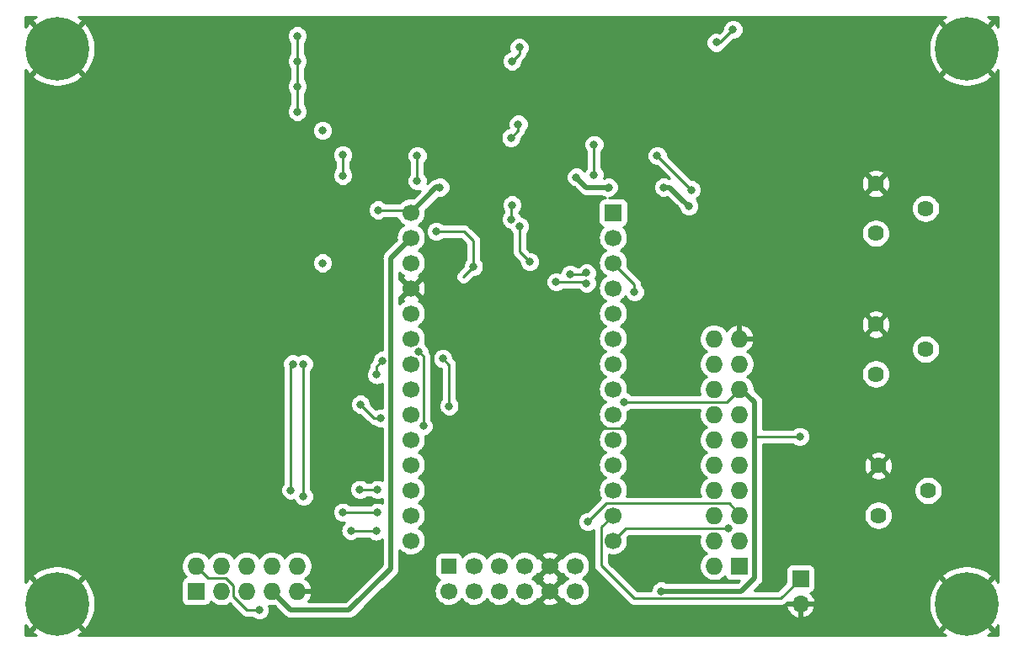
<source format=gbl>
G04 #@! TF.GenerationSoftware,KiCad,Pcbnew,5.99.0-unknown-43514a1~86~ubuntu18.04.1*
G04 #@! TF.CreationDate,2020-02-15T13:45:35+00:00*
G04 #@! TF.ProjectId,RADIO,52414449-4f2e-46b6-9963-61645f706362,rev?*
G04 #@! TF.SameCoordinates,Original*
G04 #@! TF.FileFunction,Copper,L2,Bot*
G04 #@! TF.FilePolarity,Positive*
%FSLAX46Y46*%
G04 Gerber Fmt 4.6, Leading zero omitted, Abs format (unit mm)*
G04 Created by KiCad (PCBNEW 5.99.0-unknown-43514a1~86~ubuntu18.04.1) date 2020-02-15 13:45:35*
%MOMM*%
%LPD*%
G01*
G04 APERTURE LIST*
%ADD10C,1.620000*%
%ADD11C,6.400000*%
%ADD12O,1.727200X1.727200*%
%ADD13R,1.727200X1.727200*%
%ADD14C,1.700000*%
%ADD15R,1.524000X1.524000*%
%ADD16R,1.700000X1.700000*%
%ADD17O,1.700000X1.700000*%
%ADD18C,0.800000*%
%ADD19C,0.500000*%
%ADD20C,0.250000*%
%ADD21C,0.200000*%
%ADD22C,0.254000*%
G04 APERTURE END LIST*
D10*
X175006000Y-78279000D03*
X180006000Y-75779000D03*
X175006000Y-73279000D03*
X175006000Y-92456000D03*
X180006000Y-89956000D03*
X175006000Y-87456000D03*
X175260000Y-106680000D03*
X180260000Y-104180000D03*
X175260000Y-101680000D03*
D11*
X92710000Y-59690000D03*
X92710000Y-115570000D03*
X184150000Y-59690000D03*
X184150000Y-115570000D03*
D12*
X116840000Y-111760000D03*
X116840000Y-114300000D03*
X114300000Y-111760000D03*
X114300000Y-114300000D03*
X111760000Y-111760000D03*
X111760000Y-114300000D03*
X109220000Y-111760000D03*
X109220000Y-114300000D03*
X106680000Y-111760000D03*
D13*
X106680000Y-114300000D03*
D14*
X144780000Y-114300000D03*
X142240000Y-114300000D03*
X139700000Y-114300000D03*
X137160000Y-114300000D03*
X134620000Y-114300000D03*
X132080000Y-114300000D03*
X144780000Y-111760000D03*
X142240000Y-111760000D03*
X139700000Y-111760000D03*
X137160000Y-111760000D03*
X134620000Y-111760000D03*
D15*
X132080000Y-111760000D03*
D14*
X148590000Y-109220000D03*
X148590000Y-106680000D03*
X148590000Y-104140000D03*
X148590000Y-101600000D03*
X148590000Y-99060000D03*
X148590000Y-96520000D03*
X148590000Y-93980000D03*
X148590000Y-91440000D03*
X148590000Y-88900000D03*
X148590000Y-86360000D03*
X148590000Y-83820000D03*
X148590000Y-81280000D03*
X148590000Y-78740000D03*
D16*
X148590000Y-76200000D03*
D14*
X128270000Y-109220000D03*
X128270000Y-106680000D03*
X128270000Y-104140000D03*
X128270000Y-101600000D03*
X128270000Y-99060000D03*
X128270000Y-96520000D03*
X128270000Y-93980000D03*
X128270000Y-91440000D03*
X128270000Y-88900000D03*
X128270000Y-86360000D03*
X128270000Y-83820000D03*
X128270000Y-81280000D03*
X128270000Y-78740000D03*
X128270000Y-76200000D03*
D17*
X167435000Y-115570000D03*
D16*
X167435000Y-113030000D03*
D12*
X158750000Y-88900000D03*
X161290000Y-88900000D03*
X158750000Y-91440000D03*
X161290000Y-91440000D03*
X158750000Y-93980000D03*
X161290000Y-93980000D03*
X158750000Y-96520000D03*
X161290000Y-96520000D03*
X158750000Y-99060000D03*
X161290000Y-99060000D03*
X158750000Y-101600000D03*
X161290000Y-101600000D03*
X158750000Y-104140000D03*
X161290000Y-104140000D03*
X158750000Y-106680000D03*
X161290000Y-106680000D03*
X158750000Y-109220000D03*
X161290000Y-109220000D03*
X158750000Y-111760000D03*
D13*
X161290000Y-111760000D03*
D18*
X156210000Y-75565000D03*
X153670000Y-73660000D03*
X148135001Y-73660000D03*
X119380000Y-81280000D03*
X138332325Y-68677675D03*
X139065000Y-67310000D03*
X138430000Y-60960000D03*
X139162675Y-59592325D03*
X146685000Y-72390000D03*
X146685000Y-69369990D03*
X116205000Y-104140000D03*
X117475000Y-104775000D03*
X117475000Y-91440000D03*
X116840000Y-58420000D03*
X116840000Y-60960000D03*
X116840000Y-63500000D03*
X116840000Y-66040000D03*
X113665000Y-81280000D03*
X119380000Y-67945000D03*
X134920010Y-92075000D03*
X137795000Y-92075000D03*
X138430000Y-86360000D03*
X153416000Y-114300000D03*
X128905000Y-70485000D03*
X128905000Y-73025000D03*
X130810000Y-78105000D03*
X135890000Y-80645000D03*
X160225000Y-107950000D03*
X146050000Y-107315000D03*
X167377327Y-98752098D03*
X113030000Y-116205000D03*
X125226653Y-96896347D03*
X158966847Y-59092153D03*
X121412000Y-72480000D03*
X121412000Y-70404990D03*
X144272000Y-82423000D03*
X134555779Y-81644558D03*
X142875000Y-83185000D03*
X145923000Y-83312000D03*
X145918340Y-82291340D03*
X114300000Y-93408500D03*
X145161000Y-98806000D03*
X138557000Y-102743000D03*
X145732500Y-92519500D03*
X134175500Y-96964500D03*
X137541000Y-96901000D03*
X141097000Y-96964500D03*
X152336500Y-79502000D03*
X161353500Y-72263000D03*
X168275000Y-59055000D03*
X136461500Y-64643000D03*
X137668000Y-72453500D03*
X145986500Y-60388500D03*
X155003500Y-70485000D03*
X124777500Y-108267500D03*
X122237500Y-108204000D03*
X124904500Y-106362500D03*
X121412000Y-106362500D03*
X124904500Y-104076500D03*
X123126500Y-104076500D03*
X150749000Y-84201000D03*
X134874000Y-85598000D03*
X149733000Y-95250000D03*
X153035000Y-70485000D03*
X156464000Y-73914000D03*
X156083000Y-97917000D03*
X147066000Y-113157000D03*
X152781000Y-112268000D03*
X160655000Y-57785000D03*
X124968000Y-75946000D03*
X125387990Y-91108601D03*
X124808711Y-92519536D03*
X132102534Y-95679021D03*
X131481990Y-90902676D03*
X123190000Y-95504000D03*
X131191000Y-73660000D03*
X144907000Y-72644000D03*
X139192000Y-77597000D03*
X138430000Y-75448762D03*
X138371194Y-76898773D03*
X140208000Y-81153000D03*
X116390010Y-91440000D03*
X129507999Y-97695001D03*
X129074316Y-90233526D03*
D19*
X155575000Y-74930000D02*
X156210000Y-75565000D01*
X182429990Y-113849990D02*
X182429990Y-115570000D01*
X181794990Y-59055000D02*
X182429990Y-59690000D01*
X154305000Y-73660000D02*
X155575000Y-74930000D01*
X153670000Y-73660000D02*
X154305000Y-73660000D01*
X147960628Y-73834373D02*
X148135001Y-73660000D01*
X128270000Y-76200000D02*
X130821403Y-73648597D01*
D20*
X139065000Y-67945000D02*
X138332325Y-68677675D01*
X139065000Y-67310000D02*
X139065000Y-67945000D01*
X139162675Y-60227325D02*
X138430000Y-60960000D01*
X139162675Y-59592325D02*
X139162675Y-60227325D01*
X146685000Y-72390000D02*
X146685000Y-70819990D01*
X146685000Y-69369990D02*
X146685000Y-70819990D01*
X117475000Y-104140000D02*
X117475000Y-91440000D01*
X117475000Y-104775000D02*
X117475000Y-104140000D01*
X116840000Y-58420000D02*
X116840000Y-60960000D01*
X116840000Y-63500000D02*
X116840000Y-60960000D01*
X116840000Y-66040000D02*
X116840000Y-63500000D01*
X128360000Y-81280000D02*
X128270000Y-81280000D01*
D19*
X162808601Y-95293601D02*
X161495000Y-93980000D01*
X161492202Y-114300000D02*
X162808601Y-112983601D01*
X153785000Y-114300000D02*
X161492202Y-114300000D01*
D20*
X161495000Y-93980000D02*
X161495000Y-93345000D01*
X128905000Y-73025000D02*
X128905000Y-70485000D01*
X147414999Y-111748001D02*
X150691999Y-115025001D01*
X147414999Y-107855001D02*
X147414999Y-111748001D01*
X148590000Y-106680000D02*
X147414999Y-107855001D01*
X162852202Y-95250000D02*
X162808601Y-95293601D01*
X149860000Y-107950000D02*
X148590000Y-109220000D01*
X160225000Y-107950000D02*
X149860000Y-107950000D01*
X146050000Y-107315000D02*
X147873601Y-105491399D01*
X147873601Y-105491399D02*
X160306399Y-105491399D01*
X165439999Y-115025001D02*
X167435000Y-113030000D01*
X150691999Y-115025001D02*
X165439999Y-115025001D01*
X162867902Y-98752098D02*
X162808601Y-98811399D01*
X167377327Y-98752098D02*
X162867902Y-98752098D01*
D19*
X162808601Y-112983601D02*
X162808601Y-98811399D01*
X162808601Y-98811399D02*
X162808601Y-95293601D01*
D20*
X109627731Y-112948601D02*
X107868601Y-112948601D01*
X110408601Y-113729471D02*
X109627731Y-112948601D01*
X110408601Y-114853601D02*
X110408601Y-113729471D01*
X111760000Y-116205000D02*
X110408601Y-114853601D01*
X107868601Y-112948601D02*
X106680000Y-111760000D01*
X113030000Y-116205000D02*
X111760000Y-116205000D01*
X160306399Y-105491399D02*
X161495000Y-106680000D01*
X121412000Y-72480000D02*
X121412000Y-70404990D01*
X133554957Y-82645380D02*
X134555779Y-81644558D01*
X142875000Y-83185000D02*
X145796000Y-83185000D01*
X145796000Y-83185000D02*
X145923000Y-83312000D01*
X144272000Y-82423000D02*
X145786680Y-82423000D01*
X145786680Y-82423000D02*
X145918340Y-82291340D01*
X124777500Y-108267500D02*
X122301000Y-108267500D01*
D21*
X122301000Y-108267500D02*
X122237500Y-108204000D01*
D20*
X124904500Y-106362500D02*
X121412000Y-106362500D01*
X124904500Y-104076500D02*
X123126500Y-104076500D01*
X150749000Y-83439000D02*
X148590000Y-81280000D01*
X150749000Y-84201000D02*
X150749000Y-83439000D01*
X160020000Y-95250000D02*
X161290000Y-93980000D01*
X149733000Y-95250000D02*
X160020000Y-95250000D01*
X153035000Y-70485000D02*
X156464000Y-73914000D01*
X156050999Y-97884999D02*
X156083000Y-97917000D01*
X145161000Y-98806000D02*
X146082001Y-97884999D01*
X146082001Y-97884999D02*
X156050999Y-97884999D01*
X159347847Y-59092153D02*
X160655000Y-57785000D01*
X158966847Y-59092153D02*
X159347847Y-59092153D01*
X134555779Y-81644558D02*
X134555779Y-79056779D01*
X133604000Y-78105000D02*
X130810000Y-78105000D01*
X134555779Y-79056779D02*
X133604000Y-78105000D01*
X128016000Y-75946000D02*
X128270000Y-76200000D01*
X124968000Y-75946000D02*
X128016000Y-75946000D01*
D19*
X126238000Y-112014000D02*
X126238000Y-80772000D01*
X116205000Y-116205000D02*
X122047000Y-116205000D01*
D20*
X124808711Y-91687880D02*
X125387990Y-91108601D01*
X124808711Y-92519536D02*
X124808711Y-91687880D01*
D19*
X122047000Y-116205000D02*
X126238000Y-112014000D01*
X126238000Y-80772000D02*
X128270000Y-78740000D01*
X114300000Y-114300000D02*
X116205000Y-116205000D01*
D20*
X132102534Y-95679021D02*
X132102534Y-91523220D01*
X132102534Y-91523220D02*
X131481990Y-90902676D01*
X124582347Y-96896347D02*
X123190000Y-95504000D01*
X125226653Y-96896347D02*
X124582347Y-96896347D01*
D19*
X131202403Y-73648597D02*
X131191000Y-73660000D01*
X145923000Y-73660000D02*
X148135001Y-73660000D01*
X144907000Y-72644000D02*
X145923000Y-73660000D01*
D20*
X138371194Y-75507568D02*
X138430000Y-75448762D01*
X138371194Y-76898773D02*
X138371194Y-75507568D01*
X139192000Y-80137000D02*
X140208000Y-81153000D01*
X139192000Y-77597000D02*
X139192000Y-80137000D01*
X116205000Y-91625010D02*
X116390010Y-91440000D01*
X116205000Y-104140000D02*
X116205000Y-91625010D01*
X129507999Y-97695001D02*
X129507999Y-92361001D01*
X129507999Y-92361001D02*
X129507999Y-90667209D01*
X129507999Y-90667209D02*
X129074316Y-90233526D01*
G36*
X90296548Y-56704392D02*
G01*
X90291420Y-56708545D01*
X90148928Y-56836844D01*
X90146094Y-56945075D01*
X92657809Y-59456790D01*
X92762191Y-59456790D01*
X95273906Y-56945075D01*
X95271072Y-56836844D01*
X95128580Y-56708545D01*
X95123452Y-56704392D01*
X94861401Y-56514000D01*
X181998599Y-56514000D01*
X181736548Y-56704392D01*
X181731420Y-56708545D01*
X181588928Y-56836844D01*
X181586094Y-56945075D01*
X184097809Y-59456790D01*
X184202191Y-59456790D01*
X186713906Y-56945075D01*
X186711072Y-56836844D01*
X186568580Y-56708545D01*
X186563452Y-56704392D01*
X186301401Y-56514000D01*
X187326000Y-56514000D01*
X187326000Y-57538599D01*
X187135608Y-57276548D01*
X187131455Y-57271420D01*
X187003156Y-57128928D01*
X186894925Y-57126094D01*
X184383210Y-59637809D01*
X184383210Y-59742191D01*
X186894925Y-62253906D01*
X187003156Y-62251072D01*
X187131455Y-62108580D01*
X187135608Y-62103452D01*
X187326000Y-61841401D01*
X187326001Y-113418601D01*
X187135608Y-113156548D01*
X187131455Y-113151420D01*
X187003156Y-113008928D01*
X186894925Y-113006094D01*
X184383210Y-115517809D01*
X184383210Y-115622191D01*
X186894925Y-118133906D01*
X187003156Y-118131072D01*
X187131455Y-117988580D01*
X187135608Y-117983452D01*
X187326001Y-117721399D01*
X187326001Y-118746000D01*
X186301401Y-118746000D01*
X186563452Y-118555608D01*
X186568580Y-118551455D01*
X186711072Y-118423156D01*
X186713906Y-118314925D01*
X184202191Y-115803210D01*
X184097809Y-115803210D01*
X181586094Y-118314925D01*
X181588928Y-118423156D01*
X181731420Y-118551455D01*
X181736548Y-118555608D01*
X181998599Y-118746000D01*
X94861401Y-118746000D01*
X95123452Y-118555608D01*
X95128580Y-118551455D01*
X95271072Y-118423156D01*
X95273906Y-118314925D01*
X92762191Y-115803210D01*
X92657809Y-115803210D01*
X90146094Y-118314925D01*
X90148928Y-118423156D01*
X90291420Y-118551455D01*
X90296548Y-118555608D01*
X90558599Y-118746000D01*
X89534000Y-118746000D01*
X89534000Y-117721401D01*
X89724392Y-117983452D01*
X89728545Y-117988580D01*
X89856844Y-118131072D01*
X89965075Y-118133906D01*
X92476790Y-115622191D01*
X92476790Y-115517809D01*
X92943210Y-115517809D01*
X92943210Y-115622191D01*
X95454925Y-118133906D01*
X95563156Y-118131072D01*
X95691455Y-117988580D01*
X95695608Y-117983452D01*
X95927933Y-117663685D01*
X95931527Y-117658150D01*
X96129155Y-117315850D01*
X96132151Y-117309970D01*
X96292915Y-116948887D01*
X96295280Y-116942726D01*
X96417421Y-116566816D01*
X96419129Y-116560442D01*
X96501307Y-116173824D01*
X96502339Y-116167307D01*
X96543654Y-115774217D01*
X96543999Y-115767627D01*
X96543999Y-115372373D01*
X96543654Y-115365783D01*
X96502339Y-114972693D01*
X96501307Y-114966176D01*
X96419129Y-114579558D01*
X96417421Y-114573184D01*
X96295280Y-114197274D01*
X96292915Y-114191113D01*
X96132151Y-113830030D01*
X96129155Y-113824150D01*
X95931527Y-113481850D01*
X95927933Y-113476315D01*
X95894937Y-113430899D01*
X105174563Y-113430899D01*
X105174563Y-115171858D01*
X105176719Y-115188234D01*
X105251537Y-115467459D01*
X105264280Y-115491939D01*
X105395390Y-115648190D01*
X105412279Y-115662361D01*
X105586520Y-115762959D01*
X105607237Y-115770500D01*
X105799938Y-115804478D01*
X105810899Y-115805437D01*
X107551858Y-115805437D01*
X107568234Y-115803281D01*
X107847459Y-115728463D01*
X107871939Y-115715720D01*
X108028190Y-115584610D01*
X108042361Y-115567721D01*
X108142959Y-115393480D01*
X108150500Y-115372763D01*
X108154033Y-115352727D01*
X108209656Y-115412167D01*
X108217580Y-115419315D01*
X108411488Y-115566499D01*
X108420503Y-115572209D01*
X108636439Y-115684618D01*
X108646288Y-115688728D01*
X108878075Y-115763147D01*
X108888476Y-115765539D01*
X109129488Y-115799840D01*
X109140143Y-115800445D01*
X109383489Y-115793648D01*
X109394093Y-115792449D01*
X109632816Y-115744748D01*
X109643067Y-115741779D01*
X109870339Y-115654538D01*
X109879943Y-115649885D01*
X110036007Y-115557221D01*
X111150776Y-116671991D01*
X111300021Y-116821237D01*
X111316066Y-116832894D01*
X111361144Y-116855862D01*
X111402082Y-116885606D01*
X111419754Y-116894610D01*
X111467879Y-116910247D01*
X111512962Y-116933218D01*
X111531823Y-116939347D01*
X111581808Y-116947264D01*
X111629922Y-116962897D01*
X111649510Y-116965999D01*
X111704809Y-116965999D01*
X111704821Y-116966000D01*
X112325876Y-116966000D01*
X112387991Y-117028116D01*
X112401095Y-117038171D01*
X112622905Y-117166233D01*
X112638165Y-117172554D01*
X112885562Y-117238844D01*
X112901938Y-117241000D01*
X113158062Y-117241000D01*
X113174438Y-117238844D01*
X113421835Y-117172554D01*
X113437095Y-117166233D01*
X113658905Y-117038171D01*
X113672009Y-117028116D01*
X113853116Y-116847009D01*
X113863171Y-116833905D01*
X113991233Y-116612095D01*
X113997554Y-116596835D01*
X114063844Y-116349438D01*
X114066000Y-116333062D01*
X114066000Y-116076938D01*
X114063844Y-116060562D01*
X113997554Y-115813165D01*
X113991233Y-115797905D01*
X113972911Y-115766170D01*
X114209488Y-115799840D01*
X114220143Y-115800445D01*
X114463489Y-115793648D01*
X114474093Y-115792449D01*
X114528572Y-115781564D01*
X115508311Y-116761304D01*
X115518507Y-116777463D01*
X115530143Y-116791135D01*
X115598608Y-116851601D01*
X115620259Y-116873253D01*
X115627033Y-116879126D01*
X115645138Y-116892695D01*
X115706772Y-116947128D01*
X115721777Y-116956985D01*
X115746255Y-116968477D01*
X115767896Y-116984696D01*
X115783643Y-116993317D01*
X115860648Y-117022184D01*
X115935265Y-117057217D01*
X115952820Y-117062526D01*
X115978494Y-117066363D01*
X116004298Y-117076036D01*
X116021832Y-117079891D01*
X116115679Y-117086865D01*
X116138709Y-117090307D01*
X116148034Y-117091000D01*
X116171319Y-117091000D01*
X116256836Y-117097356D01*
X116274748Y-117096135D01*
X116298803Y-117091000D01*
X121947742Y-117091000D01*
X121966370Y-117095215D01*
X121984265Y-117096655D01*
X122075413Y-117091000D01*
X122106053Y-117091000D01*
X122114995Y-117090363D01*
X122137394Y-117087155D01*
X122219463Y-117082063D01*
X122237043Y-117078423D01*
X122262476Y-117069242D01*
X122289248Y-117065408D01*
X122306479Y-117060369D01*
X122381353Y-117026327D01*
X122458877Y-116998340D01*
X122475044Y-116989680D01*
X122495908Y-116974241D01*
X122520998Y-116962834D01*
X122536123Y-116953161D01*
X122607428Y-116891720D01*
X122626131Y-116877881D01*
X122633215Y-116871777D01*
X122649659Y-116855332D01*
X122714645Y-116799337D01*
X122726447Y-116785808D01*
X122739828Y-116765163D01*
X123710138Y-115794853D01*
X165961602Y-115794853D01*
X166024221Y-116046005D01*
X166027669Y-116056104D01*
X166124591Y-116276900D01*
X166129692Y-116286275D01*
X166262430Y-116487584D01*
X166269038Y-116495965D01*
X166433798Y-116672032D01*
X166441722Y-116679180D01*
X166633792Y-116824968D01*
X166642808Y-116830679D01*
X166856696Y-116942021D01*
X166866545Y-116946131D01*
X167096134Y-117019845D01*
X167106535Y-117022236D01*
X167220162Y-117038407D01*
X167307000Y-116963052D01*
X167307000Y-115771809D01*
X167563000Y-115771809D01*
X167563000Y-116963748D01*
X167655218Y-117039362D01*
X167844019Y-117001636D01*
X167854270Y-116998667D01*
X168079387Y-116912253D01*
X168088991Y-116907600D01*
X168296330Y-116784491D01*
X168305012Y-116778286D01*
X168488645Y-116622004D01*
X168496158Y-116614424D01*
X168650833Y-116429435D01*
X168656962Y-116420698D01*
X168778256Y-116212294D01*
X168782825Y-116202650D01*
X168867272Y-115976787D01*
X168870151Y-115966511D01*
X168903943Y-115789369D01*
X168828356Y-115698000D01*
X167636809Y-115698000D01*
X167563000Y-115771809D01*
X167307000Y-115771809D01*
X167233191Y-115698000D01*
X166037272Y-115698000D01*
X165961602Y-115794853D01*
X123710138Y-115794853D01*
X125213948Y-114291043D01*
X130591109Y-114291043D01*
X130609188Y-114531497D01*
X130610885Y-114542034D01*
X130669221Y-114776005D01*
X130672669Y-114786104D01*
X130769591Y-115006900D01*
X130774692Y-115016275D01*
X130907430Y-115217584D01*
X130914038Y-115225965D01*
X131078798Y-115402032D01*
X131086722Y-115409180D01*
X131278792Y-115554968D01*
X131287808Y-115560679D01*
X131501696Y-115672021D01*
X131511545Y-115676131D01*
X131741134Y-115749844D01*
X131751535Y-115752236D01*
X131990262Y-115786212D01*
X132000917Y-115786817D01*
X132241956Y-115780084D01*
X132252561Y-115778885D01*
X132489019Y-115731636D01*
X132499270Y-115728667D01*
X132724387Y-115642253D01*
X132733991Y-115637600D01*
X132941330Y-115514491D01*
X132950012Y-115508286D01*
X133133645Y-115352004D01*
X133141158Y-115344424D01*
X133295833Y-115159435D01*
X133301962Y-115150698D01*
X133349486Y-115069043D01*
X133447430Y-115217584D01*
X133454038Y-115225965D01*
X133618798Y-115402032D01*
X133626722Y-115409180D01*
X133818792Y-115554968D01*
X133827808Y-115560679D01*
X134041696Y-115672021D01*
X134051545Y-115676131D01*
X134281134Y-115749844D01*
X134291535Y-115752236D01*
X134530262Y-115786212D01*
X134540917Y-115786817D01*
X134781956Y-115780084D01*
X134792561Y-115778885D01*
X135029019Y-115731636D01*
X135039270Y-115728667D01*
X135264387Y-115642253D01*
X135273991Y-115637600D01*
X135481330Y-115514491D01*
X135490012Y-115508286D01*
X135673645Y-115352004D01*
X135681158Y-115344424D01*
X135835833Y-115159435D01*
X135841962Y-115150698D01*
X135889486Y-115069043D01*
X135987430Y-115217584D01*
X135994038Y-115225965D01*
X136158798Y-115402032D01*
X136166722Y-115409180D01*
X136358792Y-115554968D01*
X136367808Y-115560679D01*
X136581696Y-115672021D01*
X136591545Y-115676131D01*
X136821134Y-115749844D01*
X136831535Y-115752236D01*
X137070262Y-115786212D01*
X137080917Y-115786817D01*
X137321956Y-115780084D01*
X137332561Y-115778885D01*
X137569019Y-115731636D01*
X137579270Y-115728667D01*
X137804387Y-115642253D01*
X137813991Y-115637600D01*
X138021330Y-115514491D01*
X138030012Y-115508286D01*
X138213645Y-115352004D01*
X138221158Y-115344424D01*
X138375833Y-115159435D01*
X138381962Y-115150698D01*
X138429486Y-115069043D01*
X138527430Y-115217584D01*
X138534038Y-115225965D01*
X138698798Y-115402032D01*
X138706722Y-115409180D01*
X138898792Y-115554968D01*
X138907808Y-115560679D01*
X139121696Y-115672021D01*
X139131545Y-115676131D01*
X139361134Y-115749844D01*
X139371535Y-115752236D01*
X139610262Y-115786212D01*
X139620917Y-115786817D01*
X139861956Y-115780084D01*
X139872561Y-115778885D01*
X140109019Y-115731636D01*
X140119270Y-115728667D01*
X140344387Y-115642253D01*
X140353991Y-115637600D01*
X140561330Y-115514491D01*
X140570012Y-115508286D01*
X140725856Y-115375654D01*
X141345365Y-115375654D01*
X141353157Y-115489966D01*
X141438791Y-115554967D01*
X141447807Y-115560678D01*
X141661696Y-115672021D01*
X141671545Y-115676131D01*
X141901134Y-115749844D01*
X141911535Y-115752236D01*
X142150262Y-115786212D01*
X142160917Y-115786817D01*
X142401956Y-115780084D01*
X142412561Y-115778885D01*
X142649019Y-115731636D01*
X142659270Y-115728667D01*
X142884387Y-115642253D01*
X142893991Y-115637600D01*
X143122936Y-115501662D01*
X143138285Y-115379304D01*
X142292191Y-114533210D01*
X142187809Y-114533210D01*
X141345365Y-115375654D01*
X140725856Y-115375654D01*
X140753645Y-115352004D01*
X140761158Y-115344424D01*
X140915833Y-115159435D01*
X140921962Y-115150698D01*
X140969486Y-115069043D01*
X141044713Y-115183130D01*
X141163759Y-115195222D01*
X142006790Y-114352191D01*
X142006790Y-114247809D01*
X141164370Y-113405389D01*
X141046686Y-113416202D01*
X140969229Y-113528904D01*
X140938067Y-113472916D01*
X140932107Y-113464064D01*
X140781013Y-113276140D01*
X140773647Y-113268417D01*
X140593049Y-113108638D01*
X140584486Y-113102267D01*
X140467888Y-113029973D01*
X140561330Y-112974491D01*
X140570012Y-112968286D01*
X140725856Y-112835654D01*
X141345365Y-112835654D01*
X141353157Y-112949966D01*
X141438791Y-113014967D01*
X141447807Y-113020678D01*
X141464166Y-113029194D01*
X141463032Y-113029882D01*
X141354638Y-113108924D01*
X141345634Y-113224615D01*
X142187809Y-114066790D01*
X142292191Y-114066790D01*
X143136767Y-113222214D01*
X143122765Y-113101199D01*
X143007888Y-113029973D01*
X143122936Y-112961662D01*
X143138285Y-112839304D01*
X142292191Y-111993210D01*
X142187809Y-111993210D01*
X141345365Y-112835654D01*
X140725856Y-112835654D01*
X140753645Y-112812004D01*
X140761158Y-112804424D01*
X140915833Y-112619435D01*
X140921962Y-112610698D01*
X140969486Y-112529043D01*
X141044713Y-112643130D01*
X141163759Y-112655222D01*
X142006790Y-111812191D01*
X142006790Y-111707809D01*
X142473210Y-111707809D01*
X142473210Y-111812191D01*
X143320119Y-112659100D01*
X143443085Y-112643129D01*
X143509486Y-112529043D01*
X143607430Y-112677584D01*
X143614038Y-112685965D01*
X143778798Y-112862032D01*
X143786722Y-112869180D01*
X143978792Y-113014968D01*
X143987808Y-113020679D01*
X144004166Y-113029194D01*
X144003032Y-113029882D01*
X143808199Y-113171957D01*
X143800138Y-113178952D01*
X143632029Y-113351822D01*
X143625263Y-113360074D01*
X143509229Y-113528903D01*
X143478068Y-113472917D01*
X143472109Y-113464066D01*
X143428981Y-113410422D01*
X143316682Y-113404337D01*
X142473210Y-114247809D01*
X142473210Y-114352191D01*
X143320119Y-115199100D01*
X143443085Y-115183129D01*
X143509486Y-115069043D01*
X143607430Y-115217584D01*
X143614038Y-115225965D01*
X143778798Y-115402032D01*
X143786722Y-115409180D01*
X143978792Y-115554968D01*
X143987808Y-115560679D01*
X144201696Y-115672021D01*
X144211545Y-115676131D01*
X144441134Y-115749844D01*
X144451535Y-115752236D01*
X144690262Y-115786212D01*
X144700917Y-115786817D01*
X144941956Y-115780084D01*
X144952561Y-115778885D01*
X145189019Y-115731636D01*
X145199270Y-115728667D01*
X145424387Y-115642253D01*
X145433991Y-115637600D01*
X145641330Y-115514491D01*
X145650012Y-115508286D01*
X145833645Y-115352004D01*
X145841158Y-115344424D01*
X145995833Y-115159435D01*
X146001962Y-115150698D01*
X146123256Y-114942294D01*
X146127825Y-114932650D01*
X146212272Y-114706787D01*
X146215151Y-114696511D01*
X146260392Y-114459351D01*
X146261507Y-114448128D01*
X146264077Y-114180341D01*
X146263178Y-114169099D01*
X146222499Y-113931114D01*
X146219817Y-113920784D01*
X146139723Y-113693343D01*
X146135339Y-113683612D01*
X146018067Y-113472916D01*
X146012107Y-113464064D01*
X145861013Y-113276140D01*
X145853647Y-113268417D01*
X145673049Y-113108638D01*
X145664486Y-113102267D01*
X145547888Y-113029973D01*
X145641330Y-112974491D01*
X145650012Y-112968286D01*
X145833645Y-112812004D01*
X145841158Y-112804424D01*
X145995833Y-112619435D01*
X146001962Y-112610698D01*
X146123256Y-112402294D01*
X146127825Y-112392650D01*
X146212272Y-112166787D01*
X146215151Y-112156511D01*
X146260392Y-111919351D01*
X146261507Y-111908128D01*
X146264077Y-111640341D01*
X146263178Y-111629099D01*
X146222499Y-111391114D01*
X146219817Y-111380784D01*
X146139723Y-111153343D01*
X146135339Y-111143612D01*
X146018067Y-110932916D01*
X146012107Y-110924064D01*
X145861013Y-110736140D01*
X145853647Y-110728417D01*
X145673049Y-110568638D01*
X145664486Y-110562267D01*
X145459549Y-110435202D01*
X145450036Y-110430365D01*
X145226619Y-110339645D01*
X145216427Y-110336480D01*
X144980919Y-110284700D01*
X144970340Y-110283298D01*
X144729475Y-110271939D01*
X144718809Y-110272339D01*
X144479474Y-110301727D01*
X144469030Y-110303918D01*
X144238068Y-110373210D01*
X144228142Y-110377130D01*
X144012155Y-110484346D01*
X144003032Y-110489882D01*
X143808199Y-110631957D01*
X143800138Y-110638952D01*
X143632029Y-110811822D01*
X143625263Y-110820074D01*
X143509229Y-110988903D01*
X143478068Y-110932917D01*
X143472109Y-110924066D01*
X143428981Y-110870422D01*
X143316682Y-110864337D01*
X142473210Y-111707809D01*
X142006790Y-111707809D01*
X141164370Y-110865389D01*
X141046686Y-110876202D01*
X140969229Y-110988904D01*
X140938067Y-110932916D01*
X140932107Y-110924064D01*
X140781013Y-110736140D01*
X140773647Y-110728417D01*
X140724138Y-110684615D01*
X141345634Y-110684615D01*
X142187809Y-111526790D01*
X142292191Y-111526790D01*
X143136767Y-110682214D01*
X143122765Y-110561199D01*
X142919549Y-110435201D01*
X142910036Y-110430365D01*
X142686619Y-110339645D01*
X142676427Y-110336480D01*
X142440919Y-110284700D01*
X142430340Y-110283298D01*
X142189475Y-110271939D01*
X142178809Y-110272339D01*
X141939474Y-110301727D01*
X141929030Y-110303918D01*
X141698068Y-110373210D01*
X141688142Y-110377130D01*
X141472156Y-110484346D01*
X141463032Y-110489882D01*
X141354638Y-110568924D01*
X141345634Y-110684615D01*
X140724138Y-110684615D01*
X140593049Y-110568638D01*
X140584486Y-110562267D01*
X140379549Y-110435202D01*
X140370036Y-110430365D01*
X140146619Y-110339645D01*
X140136427Y-110336480D01*
X139900919Y-110284700D01*
X139890340Y-110283298D01*
X139649475Y-110271939D01*
X139638809Y-110272339D01*
X139399474Y-110301727D01*
X139389030Y-110303918D01*
X139158068Y-110373210D01*
X139148142Y-110377130D01*
X138932155Y-110484346D01*
X138923032Y-110489882D01*
X138728199Y-110631957D01*
X138720138Y-110638952D01*
X138552029Y-110811822D01*
X138545263Y-110820074D01*
X138429229Y-110988903D01*
X138398067Y-110932916D01*
X138392107Y-110924064D01*
X138241013Y-110736140D01*
X138233647Y-110728417D01*
X138053049Y-110568638D01*
X138044486Y-110562267D01*
X137839549Y-110435202D01*
X137830036Y-110430365D01*
X137606619Y-110339645D01*
X137596427Y-110336480D01*
X137360919Y-110284700D01*
X137350340Y-110283298D01*
X137109475Y-110271939D01*
X137098809Y-110272339D01*
X136859474Y-110301727D01*
X136849030Y-110303918D01*
X136618068Y-110373210D01*
X136608142Y-110377130D01*
X136392155Y-110484346D01*
X136383032Y-110489882D01*
X136188199Y-110631957D01*
X136180138Y-110638952D01*
X136012029Y-110811822D01*
X136005263Y-110820074D01*
X135889229Y-110988903D01*
X135858067Y-110932916D01*
X135852107Y-110924064D01*
X135701013Y-110736140D01*
X135693647Y-110728417D01*
X135513049Y-110568638D01*
X135504486Y-110562267D01*
X135299549Y-110435202D01*
X135290036Y-110430365D01*
X135066619Y-110339645D01*
X135056427Y-110336480D01*
X134820919Y-110284700D01*
X134810340Y-110283298D01*
X134569475Y-110271939D01*
X134558809Y-110272339D01*
X134319474Y-110301727D01*
X134309030Y-110303918D01*
X134078068Y-110373210D01*
X134068142Y-110377130D01*
X133852155Y-110484346D01*
X133843032Y-110489882D01*
X133648199Y-110631957D01*
X133640138Y-110638952D01*
X133472029Y-110811822D01*
X133465263Y-110820074D01*
X133447523Y-110845886D01*
X133406863Y-110694142D01*
X133394120Y-110669662D01*
X133263010Y-110513410D01*
X133246121Y-110499239D01*
X133071880Y-110398641D01*
X133051163Y-110391100D01*
X132858462Y-110357122D01*
X132847501Y-110356163D01*
X131309742Y-110356163D01*
X131293366Y-110358319D01*
X131014142Y-110433137D01*
X130989662Y-110445880D01*
X130833410Y-110576990D01*
X130819239Y-110593879D01*
X130718641Y-110768120D01*
X130711100Y-110788837D01*
X130677122Y-110981538D01*
X130676163Y-110992499D01*
X130676163Y-112530258D01*
X130678319Y-112546634D01*
X130753137Y-112825859D01*
X130765880Y-112850339D01*
X130896990Y-113006590D01*
X130913879Y-113020761D01*
X131088120Y-113121359D01*
X131108837Y-113128900D01*
X131155872Y-113137193D01*
X131108199Y-113171957D01*
X131100138Y-113178952D01*
X130932029Y-113351822D01*
X130925263Y-113360074D01*
X130788683Y-113558798D01*
X130783403Y-113568073D01*
X130682260Y-113786968D01*
X130678618Y-113797000D01*
X130615802Y-114029807D01*
X130613903Y-114040309D01*
X130591211Y-114280372D01*
X130591109Y-114291043D01*
X125213948Y-114291043D01*
X126794303Y-112710689D01*
X126810462Y-112700493D01*
X126824134Y-112688857D01*
X126884603Y-112620389D01*
X126906252Y-112598741D01*
X126912124Y-112591968D01*
X126925690Y-112573868D01*
X126980129Y-112512227D01*
X126989985Y-112497223D01*
X127001480Y-112472740D01*
X127017695Y-112451104D01*
X127026316Y-112435357D01*
X127055181Y-112358360D01*
X127090217Y-112283735D01*
X127095526Y-112266179D01*
X127099362Y-112240508D01*
X127109036Y-112214703D01*
X127112891Y-112197168D01*
X127119865Y-112103321D01*
X127123307Y-112080291D01*
X127124000Y-112070966D01*
X127124000Y-112047681D01*
X127130356Y-111962164D01*
X127129135Y-111944252D01*
X127124000Y-111920197D01*
X127124000Y-110167297D01*
X127268798Y-110322032D01*
X127276722Y-110329180D01*
X127468792Y-110474968D01*
X127477808Y-110480679D01*
X127691696Y-110592021D01*
X127701545Y-110596131D01*
X127931134Y-110669844D01*
X127941535Y-110672236D01*
X128180262Y-110706212D01*
X128190917Y-110706817D01*
X128431956Y-110700084D01*
X128442561Y-110698885D01*
X128679019Y-110651636D01*
X128689270Y-110648667D01*
X128914387Y-110562253D01*
X128923991Y-110557600D01*
X129131330Y-110434491D01*
X129140012Y-110428286D01*
X129323645Y-110272004D01*
X129331158Y-110264424D01*
X129485833Y-110079435D01*
X129491962Y-110070698D01*
X129613256Y-109862294D01*
X129617825Y-109852650D01*
X129702272Y-109626787D01*
X129705151Y-109616511D01*
X129750392Y-109379351D01*
X129751507Y-109368128D01*
X129754077Y-109100341D01*
X129753178Y-109089099D01*
X129712499Y-108851114D01*
X129709817Y-108840784D01*
X129629723Y-108613343D01*
X129625339Y-108603612D01*
X129508067Y-108392916D01*
X129502107Y-108384064D01*
X129351013Y-108196140D01*
X129343647Y-108188417D01*
X129163049Y-108028638D01*
X129154486Y-108022267D01*
X129037888Y-107949973D01*
X129131330Y-107894491D01*
X129140012Y-107888286D01*
X129323645Y-107732004D01*
X129331158Y-107724424D01*
X129485833Y-107539435D01*
X129491962Y-107530698D01*
X129613256Y-107322294D01*
X129617825Y-107312650D01*
X129702272Y-107086787D01*
X129705151Y-107076511D01*
X129750392Y-106839351D01*
X129751507Y-106828128D01*
X129754077Y-106560341D01*
X129753178Y-106549099D01*
X129712499Y-106311114D01*
X129709817Y-106300784D01*
X129629723Y-106073343D01*
X129625339Y-106063612D01*
X129508067Y-105852916D01*
X129502107Y-105844064D01*
X129351013Y-105656140D01*
X129343647Y-105648417D01*
X129163049Y-105488638D01*
X129154486Y-105482267D01*
X129037888Y-105409973D01*
X129131330Y-105354491D01*
X129140012Y-105348286D01*
X129323645Y-105192004D01*
X129331158Y-105184424D01*
X129485833Y-104999435D01*
X129491962Y-104990698D01*
X129613256Y-104782294D01*
X129617825Y-104772650D01*
X129702272Y-104546787D01*
X129705151Y-104536511D01*
X129750392Y-104299351D01*
X129751507Y-104288128D01*
X129754077Y-104020341D01*
X129753178Y-104009099D01*
X129712499Y-103771114D01*
X129709817Y-103760784D01*
X129629723Y-103533343D01*
X129625339Y-103523612D01*
X129508067Y-103312916D01*
X129502107Y-103304064D01*
X129351013Y-103116140D01*
X129343647Y-103108417D01*
X129163049Y-102948638D01*
X129154486Y-102942267D01*
X129037888Y-102869973D01*
X129131330Y-102814491D01*
X129140012Y-102808286D01*
X129323645Y-102652004D01*
X129331158Y-102644424D01*
X129485833Y-102459435D01*
X129491962Y-102450698D01*
X129613256Y-102242294D01*
X129617825Y-102232650D01*
X129702272Y-102006787D01*
X129705151Y-101996511D01*
X129750392Y-101759351D01*
X129751507Y-101748128D01*
X129754077Y-101480341D01*
X129753178Y-101469099D01*
X129712499Y-101231114D01*
X129709817Y-101220784D01*
X129629723Y-100993343D01*
X129625339Y-100983612D01*
X129508067Y-100772916D01*
X129502107Y-100764064D01*
X129351013Y-100576140D01*
X129343647Y-100568417D01*
X129163049Y-100408638D01*
X129154486Y-100402267D01*
X129037888Y-100329973D01*
X129131330Y-100274491D01*
X129140012Y-100268286D01*
X129323645Y-100112004D01*
X129331158Y-100104424D01*
X129485833Y-99919435D01*
X129491962Y-99910698D01*
X129613256Y-99702294D01*
X129617825Y-99692650D01*
X129702272Y-99466787D01*
X129705151Y-99456511D01*
X129750392Y-99219351D01*
X129751507Y-99208128D01*
X129754077Y-98940341D01*
X129753178Y-98929099D01*
X129716036Y-98711804D01*
X129899834Y-98662555D01*
X129915094Y-98656234D01*
X130136904Y-98528172D01*
X130150008Y-98518117D01*
X130331115Y-98337010D01*
X130341170Y-98323906D01*
X130469232Y-98102096D01*
X130475553Y-98086836D01*
X130541843Y-97839439D01*
X130543999Y-97823063D01*
X130543999Y-97566939D01*
X130541843Y-97550563D01*
X130475553Y-97303166D01*
X130469232Y-97287906D01*
X130341170Y-97066096D01*
X130331115Y-97052992D01*
X130268999Y-96990877D01*
X130268999Y-90774614D01*
X130445990Y-90774614D01*
X130445990Y-91030738D01*
X130448146Y-91047114D01*
X130514436Y-91294511D01*
X130520757Y-91309771D01*
X130648819Y-91531581D01*
X130658874Y-91544685D01*
X130839981Y-91725792D01*
X130853085Y-91735847D01*
X131074895Y-91863909D01*
X131090155Y-91870230D01*
X131337552Y-91936520D01*
X131341535Y-91937044D01*
X131341534Y-94974897D01*
X131279418Y-95037012D01*
X131269363Y-95050116D01*
X131141301Y-95271926D01*
X131134980Y-95287186D01*
X131068690Y-95534583D01*
X131066534Y-95550959D01*
X131066534Y-95807083D01*
X131068690Y-95823459D01*
X131134980Y-96070856D01*
X131141301Y-96086116D01*
X131269363Y-96307926D01*
X131279418Y-96321030D01*
X131460525Y-96502137D01*
X131473629Y-96512192D01*
X131695439Y-96640254D01*
X131710699Y-96646575D01*
X131958096Y-96712865D01*
X131974472Y-96715021D01*
X132230596Y-96715021D01*
X132246972Y-96712865D01*
X132494369Y-96646575D01*
X132509629Y-96640254D01*
X132731439Y-96512192D01*
X132744543Y-96502137D01*
X132925650Y-96321030D01*
X132935705Y-96307926D01*
X133063767Y-96086116D01*
X133070088Y-96070856D01*
X133136378Y-95823459D01*
X133138534Y-95807083D01*
X133138534Y-95550959D01*
X133136378Y-95534583D01*
X133070088Y-95287186D01*
X133063767Y-95271926D01*
X132935705Y-95050116D01*
X132925650Y-95037012D01*
X132863534Y-94974897D01*
X132863534Y-91468041D01*
X132863533Y-91468029D01*
X132863533Y-91412730D01*
X132860431Y-91393142D01*
X132844798Y-91345028D01*
X132836881Y-91295043D01*
X132830752Y-91276182D01*
X132807781Y-91231099D01*
X132792144Y-91182974D01*
X132783140Y-91165302D01*
X132753396Y-91124364D01*
X132730428Y-91079286D01*
X132718771Y-91063241D01*
X132517990Y-90862461D01*
X132517990Y-90774614D01*
X132515834Y-90758238D01*
X132449544Y-90510841D01*
X132443223Y-90495581D01*
X132315161Y-90273771D01*
X132305106Y-90260667D01*
X132123999Y-90079560D01*
X132110895Y-90069505D01*
X131889085Y-89941443D01*
X131873825Y-89935122D01*
X131626428Y-89868832D01*
X131610052Y-89866676D01*
X131353928Y-89866676D01*
X131337552Y-89868832D01*
X131090155Y-89935122D01*
X131074895Y-89941443D01*
X130853085Y-90069505D01*
X130839981Y-90079560D01*
X130658874Y-90260667D01*
X130648819Y-90273771D01*
X130520757Y-90495581D01*
X130514436Y-90510841D01*
X130448146Y-90758238D01*
X130445990Y-90774614D01*
X130268999Y-90774614D01*
X130268999Y-90612030D01*
X130268998Y-90612018D01*
X130268998Y-90556718D01*
X130265896Y-90537129D01*
X130250262Y-90489014D01*
X130242345Y-90439032D01*
X130236217Y-90420170D01*
X130213244Y-90375082D01*
X130197609Y-90326963D01*
X130188605Y-90309293D01*
X130158865Y-90268359D01*
X130135893Y-90223275D01*
X130124235Y-90207229D01*
X130110316Y-90193310D01*
X130110316Y-90105464D01*
X130108160Y-90089088D01*
X130041870Y-89841691D01*
X130035549Y-89826431D01*
X129907487Y-89604621D01*
X129897432Y-89591517D01*
X129716325Y-89410410D01*
X129703221Y-89400355D01*
X129673667Y-89383292D01*
X129702272Y-89306787D01*
X129705151Y-89296511D01*
X129750392Y-89059351D01*
X129751507Y-89048128D01*
X129754077Y-88780341D01*
X129753178Y-88769099D01*
X129712499Y-88531114D01*
X129709817Y-88520784D01*
X129629723Y-88293343D01*
X129625339Y-88283612D01*
X129508067Y-88072916D01*
X129502107Y-88064064D01*
X129351013Y-87876140D01*
X129343647Y-87868417D01*
X129163049Y-87708638D01*
X129154486Y-87702267D01*
X129037888Y-87629973D01*
X129131330Y-87574491D01*
X129140012Y-87568286D01*
X129323645Y-87412004D01*
X129331158Y-87404424D01*
X129485833Y-87219435D01*
X129491962Y-87210698D01*
X129613256Y-87002294D01*
X129617825Y-86992650D01*
X129702272Y-86766787D01*
X129705151Y-86756511D01*
X129750392Y-86519351D01*
X129751507Y-86508128D01*
X129754077Y-86240341D01*
X129753178Y-86229099D01*
X129712499Y-85991114D01*
X129709817Y-85980784D01*
X129629723Y-85753343D01*
X129625339Y-85743612D01*
X129508067Y-85532916D01*
X129502107Y-85524064D01*
X129351013Y-85336140D01*
X129343647Y-85328417D01*
X129163049Y-85168638D01*
X129154486Y-85162267D01*
X129037887Y-85089973D01*
X129152936Y-85021662D01*
X129168285Y-84899304D01*
X128322191Y-84053210D01*
X128217809Y-84053210D01*
X127375365Y-84895654D01*
X127383157Y-85009966D01*
X127468791Y-85074967D01*
X127477807Y-85080678D01*
X127494166Y-85089194D01*
X127493032Y-85089882D01*
X127298199Y-85231957D01*
X127290138Y-85238952D01*
X127124000Y-85409795D01*
X127124000Y-84708136D01*
X127193759Y-84715222D01*
X128036790Y-83872191D01*
X128036790Y-83767809D01*
X128503210Y-83767809D01*
X128503210Y-83872191D01*
X129350119Y-84719100D01*
X129473085Y-84703129D01*
X129613256Y-84462294D01*
X129617825Y-84452650D01*
X129702272Y-84226787D01*
X129705151Y-84216511D01*
X129750392Y-83979351D01*
X129751507Y-83968128D01*
X129754077Y-83700341D01*
X129753178Y-83689099D01*
X129712499Y-83451114D01*
X129709817Y-83440784D01*
X129629723Y-83213343D01*
X129625339Y-83203612D01*
X129508068Y-82992917D01*
X129502109Y-82984066D01*
X129458981Y-82930422D01*
X129346682Y-82924337D01*
X128503210Y-83767809D01*
X128036790Y-83767809D01*
X127194370Y-82925389D01*
X127124000Y-82931855D01*
X127124000Y-82227297D01*
X127268798Y-82382032D01*
X127276722Y-82389180D01*
X127468792Y-82534968D01*
X127477808Y-82540679D01*
X127494166Y-82549194D01*
X127493032Y-82549882D01*
X127384638Y-82628924D01*
X127375634Y-82744615D01*
X128217809Y-83586790D01*
X128322191Y-83586790D01*
X129166767Y-82742214D01*
X129152765Y-82621199D01*
X129037888Y-82549973D01*
X129131330Y-82494491D01*
X129140012Y-82488286D01*
X129323645Y-82332004D01*
X129331158Y-82324424D01*
X129485833Y-82139435D01*
X129491962Y-82130698D01*
X129613256Y-81922294D01*
X129617825Y-81912650D01*
X129702272Y-81686787D01*
X129705151Y-81676511D01*
X129750392Y-81439351D01*
X129751507Y-81428128D01*
X129754077Y-81160341D01*
X129753178Y-81149099D01*
X129712499Y-80911114D01*
X129709817Y-80900784D01*
X129629723Y-80673343D01*
X129625339Y-80663612D01*
X129508067Y-80452916D01*
X129502107Y-80444064D01*
X129351013Y-80256140D01*
X129343647Y-80248417D01*
X129163049Y-80088638D01*
X129154486Y-80082267D01*
X129037888Y-80009973D01*
X129131330Y-79954491D01*
X129140012Y-79948286D01*
X129323645Y-79792004D01*
X129331158Y-79784424D01*
X129485833Y-79599435D01*
X129491962Y-79590698D01*
X129613256Y-79382294D01*
X129617825Y-79372650D01*
X129702272Y-79146787D01*
X129705151Y-79136511D01*
X129750392Y-78899351D01*
X129751507Y-78888128D01*
X129754077Y-78620341D01*
X129753178Y-78609099D01*
X129712499Y-78371114D01*
X129709817Y-78360784D01*
X129629723Y-78133343D01*
X129625339Y-78123612D01*
X129543702Y-77976938D01*
X129774000Y-77976938D01*
X129774000Y-78233062D01*
X129776156Y-78249438D01*
X129842446Y-78496835D01*
X129848767Y-78512095D01*
X129976829Y-78733905D01*
X129986884Y-78747009D01*
X130167991Y-78928116D01*
X130181095Y-78938171D01*
X130402905Y-79066233D01*
X130418165Y-79072554D01*
X130665562Y-79138844D01*
X130681938Y-79141000D01*
X130938062Y-79141000D01*
X130954438Y-79138844D01*
X131201835Y-79072554D01*
X131217095Y-79066233D01*
X131438905Y-78938171D01*
X131452009Y-78928116D01*
X131514124Y-78866000D01*
X133288785Y-78866000D01*
X133794780Y-79371996D01*
X133794779Y-80940434D01*
X133732663Y-81002549D01*
X133722608Y-81015653D01*
X133594546Y-81237463D01*
X133588225Y-81252723D01*
X133521935Y-81500120D01*
X133519779Y-81516496D01*
X133519779Y-81604342D01*
X132978012Y-82146110D01*
X132971582Y-82153638D01*
X132874350Y-82287464D01*
X132865346Y-82305136D01*
X132797060Y-82515303D01*
X132793958Y-82534891D01*
X132793958Y-82755869D01*
X132797060Y-82775457D01*
X132865346Y-82985624D01*
X132874350Y-83003296D01*
X133004241Y-83182073D01*
X133018264Y-83196096D01*
X133197041Y-83325987D01*
X133214713Y-83334991D01*
X133424880Y-83403277D01*
X133444468Y-83406379D01*
X133665446Y-83406379D01*
X133685034Y-83403277D01*
X133895201Y-83334991D01*
X133912873Y-83325987D01*
X134046699Y-83228755D01*
X134054227Y-83222325D01*
X134219614Y-83056938D01*
X141839000Y-83056938D01*
X141839000Y-83313062D01*
X141841156Y-83329438D01*
X141907446Y-83576835D01*
X141913767Y-83592095D01*
X142041829Y-83813905D01*
X142051884Y-83827009D01*
X142232991Y-84008116D01*
X142246095Y-84018171D01*
X142467905Y-84146233D01*
X142483165Y-84152554D01*
X142730562Y-84218844D01*
X142746938Y-84221000D01*
X143003062Y-84221000D01*
X143019438Y-84218844D01*
X143266835Y-84152554D01*
X143282095Y-84146233D01*
X143503905Y-84018171D01*
X143517009Y-84008116D01*
X143579124Y-83946000D01*
X145093739Y-83946000D01*
X145099884Y-83954009D01*
X145280991Y-84135116D01*
X145294095Y-84145171D01*
X145515905Y-84273233D01*
X145531165Y-84279554D01*
X145778562Y-84345844D01*
X145794938Y-84348000D01*
X146051062Y-84348000D01*
X146067438Y-84345844D01*
X146314835Y-84279554D01*
X146330095Y-84273233D01*
X146551905Y-84145171D01*
X146565009Y-84135116D01*
X146746116Y-83954009D01*
X146756171Y-83940905D01*
X146884233Y-83719095D01*
X146890554Y-83703835D01*
X146956844Y-83456438D01*
X146959000Y-83440062D01*
X146959000Y-83183938D01*
X146956844Y-83167562D01*
X146890554Y-82920165D01*
X146884233Y-82904905D01*
X146822300Y-82797634D01*
X146879573Y-82698435D01*
X146885894Y-82683175D01*
X146952184Y-82435778D01*
X146954340Y-82419402D01*
X146954340Y-82163278D01*
X146952184Y-82146902D01*
X146885894Y-81899505D01*
X146879573Y-81884245D01*
X146751511Y-81662435D01*
X146741456Y-81649331D01*
X146560349Y-81468224D01*
X146547245Y-81458169D01*
X146325435Y-81330107D01*
X146310175Y-81323786D01*
X146062778Y-81257496D01*
X146046402Y-81255340D01*
X145790278Y-81255340D01*
X145773902Y-81257496D01*
X145526505Y-81323786D01*
X145511245Y-81330107D01*
X145289435Y-81458169D01*
X145276331Y-81468224D01*
X145095224Y-81649331D01*
X145085503Y-81662000D01*
X144976124Y-81662000D01*
X144914009Y-81599884D01*
X144900905Y-81589829D01*
X144679095Y-81461767D01*
X144663835Y-81455446D01*
X144416438Y-81389156D01*
X144400062Y-81387000D01*
X144143938Y-81387000D01*
X144127562Y-81389156D01*
X143880165Y-81455446D01*
X143864905Y-81461767D01*
X143643095Y-81589829D01*
X143629991Y-81599884D01*
X143448884Y-81780991D01*
X143438829Y-81794095D01*
X143310767Y-82015905D01*
X143304446Y-82031165D01*
X143255356Y-82214370D01*
X143019438Y-82151156D01*
X143003062Y-82149000D01*
X142746938Y-82149000D01*
X142730562Y-82151156D01*
X142483165Y-82217446D01*
X142467905Y-82223767D01*
X142246095Y-82351829D01*
X142232991Y-82361884D01*
X142051884Y-82542991D01*
X142041829Y-82556095D01*
X141913767Y-82777905D01*
X141907446Y-82793165D01*
X141841156Y-83040562D01*
X141839000Y-83056938D01*
X134219614Y-83056938D01*
X134595995Y-82680558D01*
X134683841Y-82680558D01*
X134700217Y-82678402D01*
X134947614Y-82612112D01*
X134962874Y-82605791D01*
X135184684Y-82477729D01*
X135197788Y-82467674D01*
X135378895Y-82286567D01*
X135388950Y-82273463D01*
X135517012Y-82051653D01*
X135523333Y-82036393D01*
X135589623Y-81788996D01*
X135591779Y-81772620D01*
X135591779Y-81516496D01*
X135589623Y-81500120D01*
X135523333Y-81252723D01*
X135517012Y-81237463D01*
X135388950Y-81015653D01*
X135378895Y-81002549D01*
X135316779Y-80940434D01*
X135316779Y-79001600D01*
X135316778Y-79001588D01*
X135316778Y-78946289D01*
X135313676Y-78926701D01*
X135298043Y-78878587D01*
X135290126Y-78828602D01*
X135283997Y-78809741D01*
X135261026Y-78764658D01*
X135245389Y-78716533D01*
X135236385Y-78698861D01*
X135206641Y-78657923D01*
X135183673Y-78612845D01*
X135172016Y-78596800D01*
X135022770Y-78447555D01*
X134220412Y-77645198D01*
X134220407Y-77645191D01*
X134063980Y-77488764D01*
X134047934Y-77477106D01*
X134002847Y-77454133D01*
X133961916Y-77424394D01*
X133944244Y-77415389D01*
X133896126Y-77399755D01*
X133851039Y-77376782D01*
X133832176Y-77370653D01*
X133782193Y-77362737D01*
X133734078Y-77347103D01*
X133714489Y-77344001D01*
X133659191Y-77344001D01*
X133659179Y-77344000D01*
X131514124Y-77344000D01*
X131452009Y-77281884D01*
X131438905Y-77271829D01*
X131217095Y-77143767D01*
X131201835Y-77137446D01*
X130954438Y-77071156D01*
X130938062Y-77069000D01*
X130681938Y-77069000D01*
X130665562Y-77071156D01*
X130418165Y-77137446D01*
X130402905Y-77143767D01*
X130181095Y-77271829D01*
X130167991Y-77281884D01*
X129986884Y-77462991D01*
X129976829Y-77476095D01*
X129848767Y-77697905D01*
X129842446Y-77713165D01*
X129776156Y-77960562D01*
X129774000Y-77976938D01*
X129543702Y-77976938D01*
X129508067Y-77912916D01*
X129502107Y-77904064D01*
X129351013Y-77716140D01*
X129343647Y-77708417D01*
X129163049Y-77548638D01*
X129154486Y-77542267D01*
X129037888Y-77469973D01*
X129131330Y-77414491D01*
X129140012Y-77408286D01*
X129323645Y-77252004D01*
X129331158Y-77244424D01*
X129485833Y-77059435D01*
X129491962Y-77050698D01*
X129613256Y-76842294D01*
X129617825Y-76832650D01*
X129640983Y-76770711D01*
X137335194Y-76770711D01*
X137335194Y-77026835D01*
X137337350Y-77043211D01*
X137403640Y-77290608D01*
X137409961Y-77305868D01*
X137538023Y-77527678D01*
X137548078Y-77540782D01*
X137729185Y-77721889D01*
X137742289Y-77731944D01*
X137964099Y-77860006D01*
X137979359Y-77866327D01*
X138208038Y-77927602D01*
X138224446Y-77988835D01*
X138230767Y-78004095D01*
X138358829Y-78225905D01*
X138368884Y-78239009D01*
X138431000Y-78301124D01*
X138431001Y-80036427D01*
X138431001Y-80247489D01*
X138434104Y-80267078D01*
X138449739Y-80315198D01*
X138457654Y-80365177D01*
X138463783Y-80384040D01*
X138486753Y-80429118D01*
X138502389Y-80477243D01*
X138511393Y-80494915D01*
X138541138Y-80535856D01*
X138564108Y-80580935D01*
X138575765Y-80596980D01*
X138618556Y-80639770D01*
X139172000Y-81193215D01*
X139172000Y-81281062D01*
X139174156Y-81297438D01*
X139240446Y-81544835D01*
X139246767Y-81560095D01*
X139374829Y-81781905D01*
X139384884Y-81795009D01*
X139565991Y-81976116D01*
X139579095Y-81986171D01*
X139800905Y-82114233D01*
X139816165Y-82120554D01*
X140063562Y-82186844D01*
X140079938Y-82189000D01*
X140336062Y-82189000D01*
X140352438Y-82186844D01*
X140599835Y-82120554D01*
X140615095Y-82114233D01*
X140836905Y-81986171D01*
X140850009Y-81976116D01*
X141031116Y-81795009D01*
X141041171Y-81781905D01*
X141169233Y-81560095D01*
X141175554Y-81544835D01*
X141241844Y-81297438D01*
X141244000Y-81281062D01*
X141244000Y-81024938D01*
X141241844Y-81008562D01*
X141175554Y-80761165D01*
X141169233Y-80745905D01*
X141041171Y-80524095D01*
X141031116Y-80510991D01*
X140850009Y-80329884D01*
X140836905Y-80319829D01*
X140615095Y-80191767D01*
X140599835Y-80185446D01*
X140352438Y-80119156D01*
X140336062Y-80117000D01*
X140248216Y-80117000D01*
X139953000Y-79821785D01*
X139953000Y-78301124D01*
X140015116Y-78239009D01*
X140025171Y-78225905D01*
X140153233Y-78004095D01*
X140159554Y-77988835D01*
X140225844Y-77741438D01*
X140228000Y-77725062D01*
X140228000Y-77468938D01*
X140225844Y-77452562D01*
X140159554Y-77205165D01*
X140153233Y-77189905D01*
X140025171Y-76968095D01*
X140015116Y-76954991D01*
X139834009Y-76773884D01*
X139820905Y-76763829D01*
X139599095Y-76635767D01*
X139583835Y-76629446D01*
X139355156Y-76568171D01*
X139338748Y-76506938D01*
X139332427Y-76491678D01*
X139204365Y-76269868D01*
X139194310Y-76256764D01*
X139140716Y-76203170D01*
X139253116Y-76090771D01*
X139263171Y-76077667D01*
X139391233Y-75855857D01*
X139397554Y-75840597D01*
X139463844Y-75593200D01*
X139466000Y-75576824D01*
X139466000Y-75320700D01*
X139463844Y-75304324D01*
X139397554Y-75056927D01*
X139391233Y-75041667D01*
X139263171Y-74819857D01*
X139253116Y-74806753D01*
X139072009Y-74625646D01*
X139058905Y-74615591D01*
X138837095Y-74487529D01*
X138821835Y-74481208D01*
X138574438Y-74414918D01*
X138558062Y-74412762D01*
X138301938Y-74412762D01*
X138285562Y-74414918D01*
X138038165Y-74481208D01*
X138022905Y-74487529D01*
X137801095Y-74615591D01*
X137787991Y-74625646D01*
X137606884Y-74806753D01*
X137596829Y-74819857D01*
X137468767Y-75041667D01*
X137462446Y-75056927D01*
X137396156Y-75304324D01*
X137394000Y-75320700D01*
X137394000Y-75576824D01*
X137396156Y-75593200D01*
X137462446Y-75840597D01*
X137468767Y-75855857D01*
X137596829Y-76077667D01*
X137606884Y-76090771D01*
X137610195Y-76094082D01*
X137610194Y-76194648D01*
X137548078Y-76256764D01*
X137538023Y-76269868D01*
X137409961Y-76491678D01*
X137403640Y-76506938D01*
X137337350Y-76754335D01*
X137335194Y-76770711D01*
X129640983Y-76770711D01*
X129702272Y-76606787D01*
X129705151Y-76596511D01*
X129750392Y-76359351D01*
X129751507Y-76348128D01*
X129754077Y-76080341D01*
X129753178Y-76069099D01*
X129738685Y-75984308D01*
X131032829Y-74690164D01*
X131046562Y-74693844D01*
X131062938Y-74696000D01*
X131319062Y-74696000D01*
X131335438Y-74693844D01*
X131582835Y-74627554D01*
X131598095Y-74621233D01*
X131819905Y-74493171D01*
X131833009Y-74483116D01*
X132014116Y-74302009D01*
X132024171Y-74288905D01*
X132152233Y-74067095D01*
X132158554Y-74051835D01*
X132224844Y-73804438D01*
X132227000Y-73788062D01*
X132227000Y-73531938D01*
X132224844Y-73515562D01*
X132158554Y-73268165D01*
X132152233Y-73252905D01*
X132024171Y-73031095D01*
X132014116Y-73017991D01*
X131833009Y-72836884D01*
X131819905Y-72826829D01*
X131598095Y-72698767D01*
X131582835Y-72692446D01*
X131335438Y-72626156D01*
X131319062Y-72624000D01*
X131062938Y-72624000D01*
X131046562Y-72626156D01*
X130799165Y-72692446D01*
X130783905Y-72698767D01*
X130658944Y-72770913D01*
X130648937Y-72771534D01*
X130631359Y-72775174D01*
X130409526Y-72855257D01*
X130393359Y-72863917D01*
X130242271Y-72975716D01*
X130235187Y-72981820D01*
X129899048Y-73317960D01*
X129938844Y-73169438D01*
X129941000Y-73153062D01*
X129941000Y-72896938D01*
X129938844Y-72880562D01*
X129872554Y-72633165D01*
X129866233Y-72617905D01*
X129807363Y-72515938D01*
X143871000Y-72515938D01*
X143871000Y-72772062D01*
X143873156Y-72788438D01*
X143939446Y-73035835D01*
X143945767Y-73051095D01*
X144073829Y-73272905D01*
X144083884Y-73286009D01*
X144264991Y-73467116D01*
X144278095Y-73477171D01*
X144499905Y-73605233D01*
X144515165Y-73611554D01*
X144660507Y-73650499D01*
X145226312Y-74216304D01*
X145236508Y-74232464D01*
X145248143Y-74246135D01*
X145316616Y-74306608D01*
X145338259Y-74328252D01*
X145345033Y-74334125D01*
X145363136Y-74347692D01*
X145424773Y-74402128D01*
X145439777Y-74411985D01*
X145464260Y-74423480D01*
X145485896Y-74439695D01*
X145501643Y-74448316D01*
X145578640Y-74477181D01*
X145653265Y-74512217D01*
X145670821Y-74517526D01*
X145696492Y-74521362D01*
X145722297Y-74531036D01*
X145739832Y-74534891D01*
X145833679Y-74541865D01*
X145856709Y-74545307D01*
X145866034Y-74546000D01*
X145889319Y-74546000D01*
X145974836Y-74552356D01*
X145992748Y-74551135D01*
X146016803Y-74546000D01*
X147419803Y-74546000D01*
X147427379Y-74551750D01*
X147633384Y-74666176D01*
X147650156Y-74672581D01*
X147807409Y-74708163D01*
X147731742Y-74708163D01*
X147715366Y-74710319D01*
X147436142Y-74785137D01*
X147411662Y-74797880D01*
X147255410Y-74928990D01*
X147241239Y-74945879D01*
X147140641Y-75120120D01*
X147133100Y-75140837D01*
X147099122Y-75333538D01*
X147098163Y-75344499D01*
X147098163Y-77058258D01*
X147100319Y-77074634D01*
X147175137Y-77353859D01*
X147187880Y-77378339D01*
X147318990Y-77534590D01*
X147335879Y-77548761D01*
X147510120Y-77649359D01*
X147530837Y-77656900D01*
X147567029Y-77663282D01*
X147442029Y-77791822D01*
X147435263Y-77800074D01*
X147298683Y-77998798D01*
X147293403Y-78008073D01*
X147192260Y-78226968D01*
X147188618Y-78237000D01*
X147125802Y-78469807D01*
X147123903Y-78480309D01*
X147101211Y-78720372D01*
X147101109Y-78731043D01*
X147119188Y-78971497D01*
X147120885Y-78982034D01*
X147179221Y-79216005D01*
X147182669Y-79226104D01*
X147279591Y-79446900D01*
X147284692Y-79456275D01*
X147417430Y-79657584D01*
X147424038Y-79665965D01*
X147588798Y-79842032D01*
X147596722Y-79849180D01*
X147788792Y-79994968D01*
X147797808Y-80000679D01*
X147814166Y-80009194D01*
X147813032Y-80009882D01*
X147618199Y-80151957D01*
X147610138Y-80158952D01*
X147442029Y-80331822D01*
X147435263Y-80340074D01*
X147298683Y-80538798D01*
X147293403Y-80548073D01*
X147192260Y-80766968D01*
X147188618Y-80777000D01*
X147125802Y-81009807D01*
X147123903Y-81020309D01*
X147101211Y-81260372D01*
X147101109Y-81271043D01*
X147119188Y-81511497D01*
X147120885Y-81522034D01*
X147179221Y-81756005D01*
X147182669Y-81766104D01*
X147279591Y-81986900D01*
X147284692Y-81996275D01*
X147417430Y-82197584D01*
X147424038Y-82205965D01*
X147588798Y-82382032D01*
X147596722Y-82389180D01*
X147788792Y-82534968D01*
X147797808Y-82540679D01*
X147814166Y-82549194D01*
X147813032Y-82549882D01*
X147618199Y-82691957D01*
X147610138Y-82698952D01*
X147442029Y-82871822D01*
X147435263Y-82880074D01*
X147298683Y-83078798D01*
X147293403Y-83088073D01*
X147192260Y-83306968D01*
X147188618Y-83317000D01*
X147125802Y-83549807D01*
X147123903Y-83560309D01*
X147101211Y-83800372D01*
X147101109Y-83811043D01*
X147119188Y-84051497D01*
X147120885Y-84062034D01*
X147179221Y-84296005D01*
X147182669Y-84306104D01*
X147279591Y-84526900D01*
X147284692Y-84536275D01*
X147417430Y-84737584D01*
X147424038Y-84745965D01*
X147588798Y-84922032D01*
X147596722Y-84929180D01*
X147788792Y-85074968D01*
X147797808Y-85080679D01*
X147814166Y-85089194D01*
X147813032Y-85089882D01*
X147618199Y-85231957D01*
X147610138Y-85238952D01*
X147442029Y-85411822D01*
X147435263Y-85420074D01*
X147298683Y-85618798D01*
X147293403Y-85628073D01*
X147192260Y-85846968D01*
X147188618Y-85857000D01*
X147125802Y-86089807D01*
X147123903Y-86100309D01*
X147101211Y-86340372D01*
X147101109Y-86351043D01*
X147119188Y-86591497D01*
X147120885Y-86602034D01*
X147179221Y-86836005D01*
X147182669Y-86846104D01*
X147279591Y-87066900D01*
X147284692Y-87076275D01*
X147417430Y-87277584D01*
X147424038Y-87285965D01*
X147588798Y-87462032D01*
X147596722Y-87469180D01*
X147788792Y-87614968D01*
X147797808Y-87620679D01*
X147814166Y-87629194D01*
X147813032Y-87629882D01*
X147618199Y-87771957D01*
X147610138Y-87778952D01*
X147442029Y-87951822D01*
X147435263Y-87960074D01*
X147298683Y-88158798D01*
X147293403Y-88168073D01*
X147192260Y-88386968D01*
X147188618Y-88397000D01*
X147125802Y-88629807D01*
X147123903Y-88640309D01*
X147101211Y-88880372D01*
X147101109Y-88891043D01*
X147119188Y-89131497D01*
X147120885Y-89142034D01*
X147179221Y-89376005D01*
X147182669Y-89386104D01*
X147279591Y-89606900D01*
X147284692Y-89616275D01*
X147417430Y-89817584D01*
X147424038Y-89825965D01*
X147588798Y-90002032D01*
X147596722Y-90009180D01*
X147788792Y-90154968D01*
X147797808Y-90160679D01*
X147814166Y-90169194D01*
X147813032Y-90169882D01*
X147618199Y-90311957D01*
X147610138Y-90318952D01*
X147442029Y-90491822D01*
X147435263Y-90500074D01*
X147298683Y-90698798D01*
X147293403Y-90708073D01*
X147192260Y-90926968D01*
X147188618Y-90937000D01*
X147125802Y-91169807D01*
X147123903Y-91180309D01*
X147101211Y-91420372D01*
X147101109Y-91431043D01*
X147119188Y-91671497D01*
X147120885Y-91682034D01*
X147179221Y-91916005D01*
X147182669Y-91926104D01*
X147279591Y-92146900D01*
X147284692Y-92156275D01*
X147417430Y-92357584D01*
X147424038Y-92365965D01*
X147588798Y-92542032D01*
X147596722Y-92549180D01*
X147788792Y-92694968D01*
X147797808Y-92700679D01*
X147814166Y-92709194D01*
X147813032Y-92709882D01*
X147618199Y-92851957D01*
X147610138Y-92858952D01*
X147442029Y-93031822D01*
X147435263Y-93040074D01*
X147298683Y-93238798D01*
X147293403Y-93248073D01*
X147192260Y-93466968D01*
X147188618Y-93477000D01*
X147125802Y-93709807D01*
X147123903Y-93720309D01*
X147101211Y-93960372D01*
X147101109Y-93971043D01*
X147119188Y-94211497D01*
X147120885Y-94222034D01*
X147179221Y-94456005D01*
X147182669Y-94466104D01*
X147279591Y-94686900D01*
X147284692Y-94696275D01*
X147417430Y-94897584D01*
X147424038Y-94905965D01*
X147588798Y-95082032D01*
X147596722Y-95089180D01*
X147788792Y-95234968D01*
X147797808Y-95240679D01*
X147814166Y-95249194D01*
X147813032Y-95249882D01*
X147618199Y-95391957D01*
X147610138Y-95398952D01*
X147442029Y-95571822D01*
X147435263Y-95580074D01*
X147298683Y-95778798D01*
X147293403Y-95788073D01*
X147192260Y-96006968D01*
X147188618Y-96017000D01*
X147125802Y-96249807D01*
X147123903Y-96260309D01*
X147101211Y-96500372D01*
X147101109Y-96511043D01*
X147119188Y-96751497D01*
X147120885Y-96762034D01*
X147179221Y-96996005D01*
X147182669Y-97006104D01*
X147279591Y-97226900D01*
X147284692Y-97236275D01*
X147417430Y-97437584D01*
X147424038Y-97445965D01*
X147588798Y-97622032D01*
X147596722Y-97629180D01*
X147788792Y-97774968D01*
X147797808Y-97780679D01*
X147814166Y-97789194D01*
X147813032Y-97789882D01*
X147618199Y-97931957D01*
X147610138Y-97938952D01*
X147442029Y-98111822D01*
X147435263Y-98120074D01*
X147298683Y-98318798D01*
X147293403Y-98328073D01*
X147192260Y-98546968D01*
X147188618Y-98557000D01*
X147125802Y-98789807D01*
X147123903Y-98800309D01*
X147101211Y-99040372D01*
X147101109Y-99051043D01*
X147119188Y-99291497D01*
X147120885Y-99302034D01*
X147179221Y-99536005D01*
X147182669Y-99546104D01*
X147279591Y-99766900D01*
X147284692Y-99776275D01*
X147417430Y-99977584D01*
X147424038Y-99985965D01*
X147588798Y-100162032D01*
X147596722Y-100169180D01*
X147788792Y-100314968D01*
X147797808Y-100320679D01*
X147814166Y-100329194D01*
X147813032Y-100329882D01*
X147618199Y-100471957D01*
X147610138Y-100478952D01*
X147442029Y-100651822D01*
X147435263Y-100660074D01*
X147298683Y-100858798D01*
X147293403Y-100868073D01*
X147192260Y-101086968D01*
X147188618Y-101097000D01*
X147125802Y-101329807D01*
X147123903Y-101340309D01*
X147101211Y-101580372D01*
X147101109Y-101591043D01*
X147119188Y-101831497D01*
X147120885Y-101842034D01*
X147179221Y-102076005D01*
X147182669Y-102086104D01*
X147279591Y-102306900D01*
X147284692Y-102316275D01*
X147417430Y-102517584D01*
X147424038Y-102525965D01*
X147588798Y-102702032D01*
X147596722Y-102709180D01*
X147788792Y-102854968D01*
X147797808Y-102860679D01*
X147814166Y-102869194D01*
X147813032Y-102869882D01*
X147618199Y-103011957D01*
X147610138Y-103018952D01*
X147442029Y-103191822D01*
X147435263Y-103200074D01*
X147298683Y-103398798D01*
X147293403Y-103408073D01*
X147192260Y-103626968D01*
X147188618Y-103637000D01*
X147125802Y-103869807D01*
X147123903Y-103880309D01*
X147101211Y-104120372D01*
X147101109Y-104131043D01*
X147119188Y-104371497D01*
X147120885Y-104382034D01*
X147179221Y-104616005D01*
X147182669Y-104626104D01*
X147279591Y-104846900D01*
X147284692Y-104856275D01*
X147343429Y-104945354D01*
X146009785Y-106279000D01*
X145921938Y-106279000D01*
X145905562Y-106281156D01*
X145658165Y-106347446D01*
X145642905Y-106353767D01*
X145421095Y-106481829D01*
X145407991Y-106491884D01*
X145226884Y-106672991D01*
X145216829Y-106686095D01*
X145088767Y-106907905D01*
X145082446Y-106923165D01*
X145016156Y-107170562D01*
X145014000Y-107186938D01*
X145014000Y-107443062D01*
X145016156Y-107459438D01*
X145082446Y-107706835D01*
X145088767Y-107722095D01*
X145216829Y-107943905D01*
X145226884Y-107957009D01*
X145407991Y-108138116D01*
X145421095Y-108148171D01*
X145642905Y-108276233D01*
X145658165Y-108282554D01*
X145905562Y-108348844D01*
X145921938Y-108351000D01*
X146178062Y-108351000D01*
X146194438Y-108348844D01*
X146441835Y-108282554D01*
X146457095Y-108276233D01*
X146653999Y-108162550D01*
X146654000Y-111647428D01*
X146654000Y-111858490D01*
X146657102Y-111878079D01*
X146672738Y-111926200D01*
X146680653Y-111976178D01*
X146686782Y-111995041D01*
X146709752Y-112040119D01*
X146725388Y-112088244D01*
X146734392Y-112105916D01*
X146764137Y-112146857D01*
X146787107Y-112191936D01*
X146798764Y-112207981D01*
X146841555Y-112250771D01*
X150082775Y-115491992D01*
X150232020Y-115641238D01*
X150248065Y-115652895D01*
X150293143Y-115675863D01*
X150334081Y-115705607D01*
X150351753Y-115714611D01*
X150399878Y-115730248D01*
X150444961Y-115753219D01*
X150463822Y-115759348D01*
X150513807Y-115767265D01*
X150561921Y-115782898D01*
X150581509Y-115786000D01*
X150636808Y-115786000D01*
X150636820Y-115786001D01*
X165495178Y-115786001D01*
X165495190Y-115786000D01*
X165550488Y-115786000D01*
X165570077Y-115782898D01*
X165618192Y-115767264D01*
X165668175Y-115759348D01*
X165687038Y-115753219D01*
X165732125Y-115730246D01*
X165780243Y-115714612D01*
X165797915Y-115705607D01*
X165838846Y-115675868D01*
X165883933Y-115652895D01*
X165899979Y-115641237D01*
X166056406Y-115484810D01*
X166056411Y-115484803D01*
X166099214Y-115442000D01*
X168827863Y-115442000D01*
X168886597Y-115372373D01*
X180316001Y-115372373D01*
X180316001Y-115767627D01*
X180316346Y-115774217D01*
X180357661Y-116167307D01*
X180358693Y-116173824D01*
X180440871Y-116560442D01*
X180442579Y-116566816D01*
X180564720Y-116942726D01*
X180567085Y-116948887D01*
X180727849Y-117309970D01*
X180730845Y-117315850D01*
X180928473Y-117658150D01*
X180932067Y-117663685D01*
X181164392Y-117983452D01*
X181168545Y-117988580D01*
X181296844Y-118131072D01*
X181405075Y-118133906D01*
X183916790Y-115622191D01*
X183916790Y-115517809D01*
X181405075Y-113006094D01*
X181296844Y-113008928D01*
X181168545Y-113151420D01*
X181164392Y-113156548D01*
X180932067Y-113476315D01*
X180928473Y-113481850D01*
X180730845Y-113824150D01*
X180727849Y-113830030D01*
X180567085Y-114191113D01*
X180564720Y-114197274D01*
X180442579Y-114573184D01*
X180440871Y-114579558D01*
X180358693Y-114966176D01*
X180357661Y-114972693D01*
X180316346Y-115365783D01*
X180316001Y-115372373D01*
X168886597Y-115372373D01*
X168903373Y-115352487D01*
X168877499Y-115201114D01*
X168874817Y-115190784D01*
X168794723Y-114963343D01*
X168790339Y-114953612D01*
X168673067Y-114742916D01*
X168667107Y-114734064D01*
X168516013Y-114546140D01*
X168508647Y-114538417D01*
X168446130Y-114483107D01*
X168588859Y-114444863D01*
X168613339Y-114432120D01*
X168769590Y-114301010D01*
X168783761Y-114284121D01*
X168884359Y-114109880D01*
X168891900Y-114089163D01*
X168925878Y-113896462D01*
X168926837Y-113885501D01*
X168926837Y-112825075D01*
X181586094Y-112825075D01*
X184097809Y-115336790D01*
X184202191Y-115336790D01*
X186713906Y-112825075D01*
X186711072Y-112716844D01*
X186568580Y-112588545D01*
X186563452Y-112584392D01*
X186243685Y-112352067D01*
X186238150Y-112348473D01*
X185895850Y-112150845D01*
X185889970Y-112147849D01*
X185528887Y-111987085D01*
X185522726Y-111984720D01*
X185146816Y-111862579D01*
X185140442Y-111860871D01*
X184753824Y-111778693D01*
X184747307Y-111777661D01*
X184354217Y-111736346D01*
X184347627Y-111736001D01*
X183952373Y-111736001D01*
X183945783Y-111736346D01*
X183552693Y-111777661D01*
X183546176Y-111778693D01*
X183159558Y-111860871D01*
X183153184Y-111862579D01*
X182777274Y-111984720D01*
X182771113Y-111987085D01*
X182410030Y-112147849D01*
X182404150Y-112150845D01*
X182061850Y-112348473D01*
X182056315Y-112352067D01*
X181736548Y-112584392D01*
X181731420Y-112588545D01*
X181588928Y-112716844D01*
X181586094Y-112825075D01*
X168926837Y-112825075D01*
X168926837Y-112171742D01*
X168924681Y-112155366D01*
X168849863Y-111876142D01*
X168837120Y-111851662D01*
X168706010Y-111695410D01*
X168689121Y-111681239D01*
X168514880Y-111580641D01*
X168494163Y-111573100D01*
X168301462Y-111539122D01*
X168290501Y-111538163D01*
X166576742Y-111538163D01*
X166560366Y-111540319D01*
X166281142Y-111615137D01*
X166256662Y-111627880D01*
X166100410Y-111758990D01*
X166086239Y-111775879D01*
X165985641Y-111950120D01*
X165978100Y-111970837D01*
X165944122Y-112163538D01*
X165943163Y-112174499D01*
X165943163Y-113445621D01*
X165124784Y-114264001D01*
X162781193Y-114264001D01*
X163364907Y-113680288D01*
X163381063Y-113670094D01*
X163394735Y-113658458D01*
X163455204Y-113589990D01*
X163476853Y-113568342D01*
X163482726Y-113561568D01*
X163496292Y-113543467D01*
X163550729Y-113481829D01*
X163560586Y-113466824D01*
X163572079Y-113442345D01*
X163588296Y-113420707D01*
X163596917Y-113404959D01*
X163625783Y-113327957D01*
X163660818Y-113253336D01*
X163666127Y-113235780D01*
X163669963Y-113210109D01*
X163679637Y-113184304D01*
X163683492Y-113166769D01*
X163690467Y-113072919D01*
X163693908Y-113049893D01*
X163694601Y-113040567D01*
X163694601Y-113017286D01*
X163700956Y-112931765D01*
X163699735Y-112913853D01*
X163694601Y-112889803D01*
X163694601Y-106559189D01*
X173816001Y-106559189D01*
X173816001Y-106800811D01*
X173816960Y-106811772D01*
X173858916Y-107049723D01*
X173861764Y-107060351D01*
X173944404Y-107287402D01*
X173949054Y-107297374D01*
X174069865Y-107506625D01*
X174076176Y-107515638D01*
X174231489Y-107700732D01*
X174239268Y-107708511D01*
X174424362Y-107863824D01*
X174433375Y-107870135D01*
X174642626Y-107990946D01*
X174652598Y-107995596D01*
X174879649Y-108078236D01*
X174890277Y-108081084D01*
X175128228Y-108123040D01*
X175139189Y-108123999D01*
X175380811Y-108123999D01*
X175391772Y-108123040D01*
X175629723Y-108081084D01*
X175640351Y-108078236D01*
X175867402Y-107995596D01*
X175877374Y-107990946D01*
X176086625Y-107870135D01*
X176095638Y-107863824D01*
X176280732Y-107708511D01*
X176288511Y-107700732D01*
X176443824Y-107515638D01*
X176450135Y-107506625D01*
X176570946Y-107297374D01*
X176575596Y-107287402D01*
X176658236Y-107060351D01*
X176661084Y-107049723D01*
X176703040Y-106811772D01*
X176703999Y-106800811D01*
X176703999Y-106559189D01*
X176703040Y-106548228D01*
X176661084Y-106310277D01*
X176658236Y-106299649D01*
X176575596Y-106072598D01*
X176570946Y-106062626D01*
X176450135Y-105853375D01*
X176443824Y-105844362D01*
X176288511Y-105659268D01*
X176280732Y-105651489D01*
X176095638Y-105496176D01*
X176086625Y-105489865D01*
X175877374Y-105369054D01*
X175867402Y-105364404D01*
X175640351Y-105281764D01*
X175629723Y-105278916D01*
X175391772Y-105236960D01*
X175380811Y-105236001D01*
X175139189Y-105236001D01*
X175128228Y-105236960D01*
X174890277Y-105278916D01*
X174879649Y-105281764D01*
X174652598Y-105364404D01*
X174642626Y-105369054D01*
X174433375Y-105489865D01*
X174424362Y-105496176D01*
X174239268Y-105651489D01*
X174231489Y-105659268D01*
X174076176Y-105844362D01*
X174069865Y-105853375D01*
X173949054Y-106062626D01*
X173944404Y-106072598D01*
X173861764Y-106299649D01*
X173858916Y-106310277D01*
X173816960Y-106548228D01*
X173816001Y-106559189D01*
X163694601Y-106559189D01*
X163694601Y-104059189D01*
X178816001Y-104059189D01*
X178816001Y-104300811D01*
X178816960Y-104311772D01*
X178858916Y-104549723D01*
X178861764Y-104560351D01*
X178944404Y-104787402D01*
X178949054Y-104797374D01*
X179069865Y-105006625D01*
X179076176Y-105015638D01*
X179231489Y-105200732D01*
X179239268Y-105208511D01*
X179424362Y-105363824D01*
X179433375Y-105370135D01*
X179642626Y-105490946D01*
X179652598Y-105495596D01*
X179879649Y-105578236D01*
X179890277Y-105581084D01*
X180128228Y-105623040D01*
X180139189Y-105623999D01*
X180380811Y-105623999D01*
X180391772Y-105623040D01*
X180629723Y-105581084D01*
X180640351Y-105578236D01*
X180867402Y-105495596D01*
X180877374Y-105490946D01*
X181086625Y-105370135D01*
X181095638Y-105363824D01*
X181280732Y-105208511D01*
X181288511Y-105200732D01*
X181443824Y-105015638D01*
X181450135Y-105006625D01*
X181570946Y-104797374D01*
X181575596Y-104787402D01*
X181658236Y-104560351D01*
X181661084Y-104549723D01*
X181703040Y-104311772D01*
X181703999Y-104300811D01*
X181703999Y-104059189D01*
X181703040Y-104048228D01*
X181661084Y-103810277D01*
X181658236Y-103799649D01*
X181575596Y-103572598D01*
X181570946Y-103562626D01*
X181450135Y-103353375D01*
X181443824Y-103344362D01*
X181288511Y-103159268D01*
X181280732Y-103151489D01*
X181095638Y-102996176D01*
X181086625Y-102989865D01*
X180877374Y-102869054D01*
X180867402Y-102864404D01*
X180640351Y-102781764D01*
X180629723Y-102778916D01*
X180391772Y-102736960D01*
X180380811Y-102736001D01*
X180139189Y-102736001D01*
X180128228Y-102736960D01*
X179890277Y-102778916D01*
X179879649Y-102781764D01*
X179652598Y-102864404D01*
X179642626Y-102869054D01*
X179433375Y-102989865D01*
X179424362Y-102996176D01*
X179239268Y-103151489D01*
X179231489Y-103159268D01*
X179076176Y-103344362D01*
X179069865Y-103353375D01*
X178949054Y-103562626D01*
X178944404Y-103572598D01*
X178861764Y-103799649D01*
X178858916Y-103810277D01*
X178816960Y-104048228D01*
X178816001Y-104059189D01*
X163694601Y-104059189D01*
X163694601Y-102731165D01*
X174389855Y-102731165D01*
X174406076Y-102854374D01*
X174642626Y-102990946D01*
X174652598Y-102995596D01*
X174879649Y-103078236D01*
X174890277Y-103081084D01*
X175128228Y-103123040D01*
X175139189Y-103123999D01*
X175380811Y-103123999D01*
X175391772Y-103123040D01*
X175629723Y-103081084D01*
X175640351Y-103078236D01*
X175867402Y-102995596D01*
X175877374Y-102990946D01*
X176113924Y-102854374D01*
X176130145Y-102731165D01*
X175312191Y-101913210D01*
X175207809Y-101913210D01*
X174389855Y-102731165D01*
X163694601Y-102731165D01*
X163694601Y-101559189D01*
X173816001Y-101559189D01*
X173816001Y-101800811D01*
X173816960Y-101811772D01*
X173858916Y-102049723D01*
X173861764Y-102060351D01*
X173944404Y-102287402D01*
X173949054Y-102297374D01*
X174085626Y-102533924D01*
X174208835Y-102550145D01*
X175026790Y-101732191D01*
X175026790Y-101627809D01*
X175493210Y-101627809D01*
X175493210Y-101732191D01*
X176311165Y-102550145D01*
X176434374Y-102533924D01*
X176570946Y-102297374D01*
X176575596Y-102287402D01*
X176658236Y-102060351D01*
X176661084Y-102049723D01*
X176703040Y-101811772D01*
X176703999Y-101800811D01*
X176703999Y-101559189D01*
X176703040Y-101548228D01*
X176661084Y-101310277D01*
X176658236Y-101299649D01*
X176575596Y-101072598D01*
X176570946Y-101062626D01*
X176434374Y-100826076D01*
X176311165Y-100809855D01*
X175493210Y-101627809D01*
X175026790Y-101627809D01*
X174208835Y-100809855D01*
X174085626Y-100826076D01*
X173949054Y-101062626D01*
X173944404Y-101072598D01*
X173861764Y-101299649D01*
X173858916Y-101310277D01*
X173816960Y-101548228D01*
X173816001Y-101559189D01*
X163694601Y-101559189D01*
X163694601Y-100628835D01*
X174389855Y-100628835D01*
X175207809Y-101446790D01*
X175312191Y-101446790D01*
X176130145Y-100628835D01*
X176113924Y-100505626D01*
X175877374Y-100369054D01*
X175867402Y-100364404D01*
X175640351Y-100281764D01*
X175629723Y-100278916D01*
X175391772Y-100236960D01*
X175380811Y-100236001D01*
X175139189Y-100236001D01*
X175128228Y-100236960D01*
X174890277Y-100278916D01*
X174879649Y-100281764D01*
X174652598Y-100364404D01*
X174642626Y-100369054D01*
X174406076Y-100505626D01*
X174389855Y-100628835D01*
X163694601Y-100628835D01*
X163694601Y-99513098D01*
X166673203Y-99513098D01*
X166735318Y-99575214D01*
X166748422Y-99585269D01*
X166970232Y-99713331D01*
X166985492Y-99719652D01*
X167232889Y-99785942D01*
X167249265Y-99788098D01*
X167505389Y-99788098D01*
X167521765Y-99785942D01*
X167769162Y-99719652D01*
X167784422Y-99713331D01*
X168006232Y-99585269D01*
X168019336Y-99575214D01*
X168200443Y-99394107D01*
X168210498Y-99381003D01*
X168338560Y-99159193D01*
X168344881Y-99143933D01*
X168411171Y-98896536D01*
X168413327Y-98880160D01*
X168413327Y-98624036D01*
X168411171Y-98607660D01*
X168344881Y-98360263D01*
X168338560Y-98345003D01*
X168210498Y-98123193D01*
X168200443Y-98110089D01*
X168019336Y-97928982D01*
X168006232Y-97918927D01*
X167784422Y-97790865D01*
X167769162Y-97784544D01*
X167521765Y-97718254D01*
X167505389Y-97716098D01*
X167249265Y-97716098D01*
X167232889Y-97718254D01*
X166985492Y-97784544D01*
X166970232Y-97790865D01*
X166748422Y-97918927D01*
X166735318Y-97928982D01*
X166673203Y-97991098D01*
X163694601Y-97991098D01*
X163694601Y-95392860D01*
X163698816Y-95374232D01*
X163700256Y-95356336D01*
X163694601Y-95265187D01*
X163694601Y-95234548D01*
X163693964Y-95225606D01*
X163690756Y-95203207D01*
X163685664Y-95121136D01*
X163682024Y-95103556D01*
X163672843Y-95078124D01*
X163669009Y-95051352D01*
X163663970Y-95034121D01*
X163629925Y-94959241D01*
X163601940Y-94881724D01*
X163593281Y-94865558D01*
X163577842Y-94844693D01*
X163566434Y-94819602D01*
X163556762Y-94804478D01*
X163495335Y-94733189D01*
X163481482Y-94714468D01*
X163475378Y-94707384D01*
X163458921Y-94690928D01*
X163402938Y-94625956D01*
X163389409Y-94614154D01*
X163368771Y-94600777D01*
X162786152Y-94018159D01*
X162787678Y-93859186D01*
X162786779Y-93847944D01*
X162745711Y-93607685D01*
X162743029Y-93597355D01*
X162662168Y-93367736D01*
X162657784Y-93358005D01*
X162539390Y-93145293D01*
X162533430Y-93136441D01*
X162380889Y-92946717D01*
X162373523Y-92938995D01*
X162191197Y-92777687D01*
X162182634Y-92771316D01*
X162084104Y-92710225D01*
X162159267Y-92665597D01*
X162167950Y-92659392D01*
X162353339Y-92501613D01*
X162360852Y-92494034D01*
X162493668Y-92335189D01*
X173562001Y-92335189D01*
X173562001Y-92576811D01*
X173562960Y-92587772D01*
X173604916Y-92825723D01*
X173607764Y-92836351D01*
X173690404Y-93063402D01*
X173695054Y-93073374D01*
X173815865Y-93282625D01*
X173822176Y-93291638D01*
X173977489Y-93476732D01*
X173985268Y-93484511D01*
X174170362Y-93639824D01*
X174179375Y-93646135D01*
X174388626Y-93766946D01*
X174398598Y-93771596D01*
X174625649Y-93854236D01*
X174636277Y-93857084D01*
X174874228Y-93899040D01*
X174885189Y-93899999D01*
X175126811Y-93899999D01*
X175137772Y-93899040D01*
X175375723Y-93857084D01*
X175386351Y-93854236D01*
X175613402Y-93771596D01*
X175623374Y-93766946D01*
X175832625Y-93646135D01*
X175841638Y-93639824D01*
X176026732Y-93484511D01*
X176034511Y-93476732D01*
X176189824Y-93291638D01*
X176196135Y-93282625D01*
X176316946Y-93073374D01*
X176321596Y-93063402D01*
X176404236Y-92836351D01*
X176407084Y-92825723D01*
X176449040Y-92587772D01*
X176449999Y-92576811D01*
X176449999Y-92335189D01*
X176449040Y-92324228D01*
X176407084Y-92086277D01*
X176404236Y-92075649D01*
X176321596Y-91848598D01*
X176316946Y-91838626D01*
X176196135Y-91629375D01*
X176189824Y-91620362D01*
X176034511Y-91435268D01*
X176026732Y-91427489D01*
X175841638Y-91272176D01*
X175832625Y-91265865D01*
X175623374Y-91145054D01*
X175613402Y-91140404D01*
X175386351Y-91057764D01*
X175375723Y-91054916D01*
X175137772Y-91012960D01*
X175126811Y-91012001D01*
X174885189Y-91012001D01*
X174874228Y-91012960D01*
X174636277Y-91054916D01*
X174625649Y-91057764D01*
X174398598Y-91140404D01*
X174388626Y-91145054D01*
X174179375Y-91265865D01*
X174170362Y-91272176D01*
X173985268Y-91427489D01*
X173977489Y-91435268D01*
X173822176Y-91620362D01*
X173815865Y-91629375D01*
X173695054Y-91838626D01*
X173690404Y-91848598D01*
X173607764Y-92075649D01*
X173604916Y-92086277D01*
X173562960Y-92324228D01*
X173562001Y-92335189D01*
X162493668Y-92335189D01*
X162517008Y-92307275D01*
X162523137Y-92298538D01*
X162645592Y-92088138D01*
X162650161Y-92078493D01*
X162735416Y-91850469D01*
X162738295Y-91840192D01*
X162783968Y-91600766D01*
X162785083Y-91589543D01*
X162787678Y-91319186D01*
X162786779Y-91307944D01*
X162745711Y-91067685D01*
X162743029Y-91057355D01*
X162662168Y-90827736D01*
X162657784Y-90818005D01*
X162539390Y-90605293D01*
X162533430Y-90596441D01*
X162380889Y-90406717D01*
X162373523Y-90398995D01*
X162191197Y-90237687D01*
X162182634Y-90231316D01*
X162084104Y-90170225D01*
X162159267Y-90125597D01*
X162167950Y-90119392D01*
X162353339Y-89961613D01*
X162360852Y-89954034D01*
X162460222Y-89835189D01*
X178562001Y-89835189D01*
X178562001Y-90076811D01*
X178562960Y-90087772D01*
X178604916Y-90325723D01*
X178607764Y-90336351D01*
X178690404Y-90563402D01*
X178695054Y-90573374D01*
X178815865Y-90782625D01*
X178822176Y-90791638D01*
X178977489Y-90976732D01*
X178985268Y-90984511D01*
X179170362Y-91139824D01*
X179179375Y-91146135D01*
X179388626Y-91266946D01*
X179398598Y-91271596D01*
X179625649Y-91354236D01*
X179636277Y-91357084D01*
X179874228Y-91399040D01*
X179885189Y-91399999D01*
X180126811Y-91399999D01*
X180137772Y-91399040D01*
X180375723Y-91357084D01*
X180386351Y-91354236D01*
X180613402Y-91271596D01*
X180623374Y-91266946D01*
X180832625Y-91146135D01*
X180841638Y-91139824D01*
X181026732Y-90984511D01*
X181034511Y-90976732D01*
X181189824Y-90791638D01*
X181196135Y-90782625D01*
X181316946Y-90573374D01*
X181321596Y-90563402D01*
X181404236Y-90336351D01*
X181407084Y-90325723D01*
X181449040Y-90087772D01*
X181449999Y-90076811D01*
X181449999Y-89835189D01*
X181449040Y-89824228D01*
X181407084Y-89586277D01*
X181404236Y-89575649D01*
X181321596Y-89348598D01*
X181316946Y-89338626D01*
X181196135Y-89129375D01*
X181189824Y-89120362D01*
X181034511Y-88935268D01*
X181026732Y-88927489D01*
X180841638Y-88772176D01*
X180832625Y-88765865D01*
X180623374Y-88645054D01*
X180613402Y-88640404D01*
X180386351Y-88557764D01*
X180375723Y-88554916D01*
X180137772Y-88512960D01*
X180126811Y-88512001D01*
X179885189Y-88512001D01*
X179874228Y-88512960D01*
X179636277Y-88554916D01*
X179625649Y-88557764D01*
X179398598Y-88640404D01*
X179388626Y-88645054D01*
X179179375Y-88765865D01*
X179170362Y-88772176D01*
X178985268Y-88927489D01*
X178977489Y-88935268D01*
X178822176Y-89120362D01*
X178815865Y-89129375D01*
X178695054Y-89338626D01*
X178690404Y-89348598D01*
X178607764Y-89575649D01*
X178604916Y-89586277D01*
X178562960Y-89824228D01*
X178562001Y-89835189D01*
X162460222Y-89835189D01*
X162517008Y-89767275D01*
X162523137Y-89758538D01*
X162645592Y-89548138D01*
X162650161Y-89538493D01*
X162735416Y-89310469D01*
X162738295Y-89300193D01*
X162772789Y-89119369D01*
X162697202Y-89028000D01*
X161491808Y-89027999D01*
X161491807Y-89028000D01*
X161162000Y-89027999D01*
X161162000Y-88698191D01*
X161417999Y-88698191D01*
X161491808Y-88772000D01*
X162696661Y-88772001D01*
X162772171Y-88682489D01*
X162745711Y-88527685D01*
X162743029Y-88517355D01*
X162739441Y-88507165D01*
X174135855Y-88507165D01*
X174152076Y-88630374D01*
X174388626Y-88766946D01*
X174398598Y-88771596D01*
X174625649Y-88854236D01*
X174636277Y-88857084D01*
X174874228Y-88899040D01*
X174885189Y-88899999D01*
X175126811Y-88899999D01*
X175137772Y-88899040D01*
X175375723Y-88857084D01*
X175386351Y-88854236D01*
X175613402Y-88771596D01*
X175623374Y-88766946D01*
X175859924Y-88630374D01*
X175876145Y-88507165D01*
X175058191Y-87689210D01*
X174953809Y-87689210D01*
X174135855Y-88507165D01*
X162739441Y-88507165D01*
X162662168Y-88287736D01*
X162657784Y-88278005D01*
X162539390Y-88065293D01*
X162533430Y-88056441D01*
X162380889Y-87866717D01*
X162373523Y-87858995D01*
X162191197Y-87697687D01*
X162182634Y-87691316D01*
X161975735Y-87563034D01*
X161966222Y-87558197D01*
X161740667Y-87466609D01*
X161730475Y-87463444D01*
X161512096Y-87415430D01*
X161418000Y-87491085D01*
X161417999Y-88698191D01*
X161162000Y-88698191D01*
X161162001Y-87492497D01*
X161076982Y-87417278D01*
X160986672Y-87428366D01*
X160976227Y-87430558D01*
X160743053Y-87500514D01*
X160733128Y-87504434D01*
X160515074Y-87612676D01*
X160505951Y-87618212D01*
X160309253Y-87761647D01*
X160301192Y-87768642D01*
X160131474Y-87943168D01*
X160124707Y-87951420D01*
X160020445Y-88103122D01*
X159999390Y-88065293D01*
X159993430Y-88056441D01*
X159840889Y-87866717D01*
X159833523Y-87858995D01*
X159651197Y-87697687D01*
X159642634Y-87691316D01*
X159435735Y-87563034D01*
X159426222Y-87558197D01*
X159200667Y-87466609D01*
X159190475Y-87463444D01*
X158952713Y-87411168D01*
X158942134Y-87409766D01*
X158698962Y-87398299D01*
X158688298Y-87398699D01*
X158446671Y-87428366D01*
X158436226Y-87430558D01*
X158203053Y-87500514D01*
X158193128Y-87504434D01*
X157975074Y-87612676D01*
X157965951Y-87618212D01*
X157769253Y-87761647D01*
X157761192Y-87768642D01*
X157591474Y-87943168D01*
X157584707Y-87951420D01*
X157446821Y-88152046D01*
X157441541Y-88161321D01*
X157339429Y-88382311D01*
X157335787Y-88392343D01*
X157272370Y-88627378D01*
X157270471Y-88637880D01*
X157247561Y-88880241D01*
X157247459Y-88890912D01*
X157265712Y-89133668D01*
X157267409Y-89144205D01*
X157326303Y-89380415D01*
X157329751Y-89390514D01*
X157427601Y-89613424D01*
X157432702Y-89622799D01*
X157566712Y-89826035D01*
X157573319Y-89834415D01*
X157739656Y-90012167D01*
X157747580Y-90019315D01*
X157941488Y-90166499D01*
X157948498Y-90170939D01*
X157769253Y-90301647D01*
X157761192Y-90308642D01*
X157591474Y-90483168D01*
X157584707Y-90491420D01*
X157446821Y-90692046D01*
X157441541Y-90701321D01*
X157339429Y-90922311D01*
X157335787Y-90932343D01*
X157272370Y-91167378D01*
X157270471Y-91177880D01*
X157247561Y-91420241D01*
X157247459Y-91430912D01*
X157265712Y-91673668D01*
X157267409Y-91684205D01*
X157326303Y-91920415D01*
X157329751Y-91930514D01*
X157427601Y-92153424D01*
X157432702Y-92162799D01*
X157566712Y-92366035D01*
X157573319Y-92374415D01*
X157739656Y-92552167D01*
X157747580Y-92559315D01*
X157941488Y-92706499D01*
X157948498Y-92710939D01*
X157769253Y-92841647D01*
X157761192Y-92848642D01*
X157591474Y-93023168D01*
X157584707Y-93031420D01*
X157446821Y-93232046D01*
X157441541Y-93241321D01*
X157339429Y-93462311D01*
X157335787Y-93472343D01*
X157272370Y-93707378D01*
X157270471Y-93717880D01*
X157247561Y-93960241D01*
X157247459Y-93970912D01*
X157265712Y-94213668D01*
X157267409Y-94224205D01*
X157326303Y-94460415D01*
X157329751Y-94470515D01*
X157337865Y-94489000D01*
X150437124Y-94489000D01*
X150375009Y-94426884D01*
X150361905Y-94416829D01*
X150140095Y-94288767D01*
X150124835Y-94282446D01*
X150047070Y-94261609D01*
X150070392Y-94139351D01*
X150071507Y-94128128D01*
X150074077Y-93860341D01*
X150073178Y-93849099D01*
X150032499Y-93611114D01*
X150029817Y-93600784D01*
X149949723Y-93373343D01*
X149945339Y-93363612D01*
X149828067Y-93152916D01*
X149822107Y-93144064D01*
X149671013Y-92956140D01*
X149663647Y-92948417D01*
X149483049Y-92788638D01*
X149474486Y-92782267D01*
X149357888Y-92709973D01*
X149451330Y-92654491D01*
X149460012Y-92648286D01*
X149643645Y-92492004D01*
X149651158Y-92484424D01*
X149805833Y-92299435D01*
X149811962Y-92290698D01*
X149933256Y-92082294D01*
X149937825Y-92072650D01*
X150022272Y-91846787D01*
X150025151Y-91836511D01*
X150070392Y-91599351D01*
X150071507Y-91588128D01*
X150074077Y-91320341D01*
X150073178Y-91309099D01*
X150032499Y-91071114D01*
X150029817Y-91060784D01*
X149949723Y-90833343D01*
X149945339Y-90823612D01*
X149828067Y-90612916D01*
X149822107Y-90604064D01*
X149671013Y-90416140D01*
X149663647Y-90408417D01*
X149483049Y-90248638D01*
X149474486Y-90242267D01*
X149357888Y-90169973D01*
X149451330Y-90114491D01*
X149460012Y-90108286D01*
X149643645Y-89952004D01*
X149651158Y-89944424D01*
X149805833Y-89759435D01*
X149811962Y-89750698D01*
X149933256Y-89542294D01*
X149937825Y-89532650D01*
X150022272Y-89306787D01*
X150025151Y-89296511D01*
X150070392Y-89059351D01*
X150071507Y-89048128D01*
X150074077Y-88780341D01*
X150073178Y-88769099D01*
X150032499Y-88531114D01*
X150029817Y-88520784D01*
X149949723Y-88293343D01*
X149945339Y-88283612D01*
X149828067Y-88072916D01*
X149822107Y-88064064D01*
X149671013Y-87876140D01*
X149663647Y-87868417D01*
X149483049Y-87708638D01*
X149474486Y-87702267D01*
X149357888Y-87629973D01*
X149451330Y-87574491D01*
X149460012Y-87568286D01*
X149643645Y-87412004D01*
X149651158Y-87404424D01*
X149709047Y-87335189D01*
X173562001Y-87335189D01*
X173562001Y-87576811D01*
X173562960Y-87587772D01*
X173604916Y-87825723D01*
X173607764Y-87836351D01*
X173690404Y-88063402D01*
X173695054Y-88073374D01*
X173831626Y-88309924D01*
X173954835Y-88326145D01*
X174772790Y-87508191D01*
X174772790Y-87403809D01*
X175239210Y-87403809D01*
X175239210Y-87508191D01*
X176057165Y-88326145D01*
X176180374Y-88309924D01*
X176316946Y-88073374D01*
X176321596Y-88063402D01*
X176404236Y-87836351D01*
X176407084Y-87825723D01*
X176449040Y-87587772D01*
X176449999Y-87576811D01*
X176449999Y-87335189D01*
X176449040Y-87324228D01*
X176407084Y-87086277D01*
X176404236Y-87075649D01*
X176321596Y-86848598D01*
X176316946Y-86838626D01*
X176180374Y-86602076D01*
X176057165Y-86585855D01*
X175239210Y-87403809D01*
X174772790Y-87403809D01*
X173954835Y-86585855D01*
X173831626Y-86602076D01*
X173695054Y-86838626D01*
X173690404Y-86848598D01*
X173607764Y-87075649D01*
X173604916Y-87086277D01*
X173562960Y-87324228D01*
X173562001Y-87335189D01*
X149709047Y-87335189D01*
X149805833Y-87219435D01*
X149811962Y-87210698D01*
X149933256Y-87002294D01*
X149937825Y-86992650D01*
X150022272Y-86766787D01*
X150025151Y-86756511D01*
X150070392Y-86519351D01*
X150071507Y-86508128D01*
X150072498Y-86404835D01*
X174135855Y-86404835D01*
X174953809Y-87222790D01*
X175058191Y-87222790D01*
X175876145Y-86404835D01*
X175859924Y-86281626D01*
X175623374Y-86145054D01*
X175613402Y-86140404D01*
X175386351Y-86057764D01*
X175375723Y-86054916D01*
X175137772Y-86012960D01*
X175126811Y-86012001D01*
X174885189Y-86012001D01*
X174874228Y-86012960D01*
X174636277Y-86054916D01*
X174625649Y-86057764D01*
X174398598Y-86140404D01*
X174388626Y-86145054D01*
X174152076Y-86281626D01*
X174135855Y-86404835D01*
X150072498Y-86404835D01*
X150074077Y-86240341D01*
X150073178Y-86229099D01*
X150032499Y-85991114D01*
X150029817Y-85980784D01*
X149949723Y-85753343D01*
X149945339Y-85743612D01*
X149828067Y-85532916D01*
X149822107Y-85524064D01*
X149671013Y-85336140D01*
X149663647Y-85328417D01*
X149483049Y-85168638D01*
X149474486Y-85162267D01*
X149357888Y-85089973D01*
X149451330Y-85034491D01*
X149460012Y-85028286D01*
X149643645Y-84872004D01*
X149651158Y-84864424D01*
X149805833Y-84679435D01*
X149811962Y-84670698D01*
X149817960Y-84660392D01*
X149915829Y-84829905D01*
X149925884Y-84843009D01*
X150106991Y-85024116D01*
X150120095Y-85034171D01*
X150341905Y-85162233D01*
X150357165Y-85168554D01*
X150604562Y-85234844D01*
X150620938Y-85237000D01*
X150877062Y-85237000D01*
X150893438Y-85234844D01*
X151140835Y-85168554D01*
X151156095Y-85162233D01*
X151377905Y-85034171D01*
X151391009Y-85024116D01*
X151572116Y-84843009D01*
X151582171Y-84829905D01*
X151710233Y-84608095D01*
X151716554Y-84592835D01*
X151782844Y-84345438D01*
X151785000Y-84329062D01*
X151785000Y-84072938D01*
X151782844Y-84056562D01*
X151716554Y-83809165D01*
X151710233Y-83793905D01*
X151582171Y-83572095D01*
X151572116Y-83558991D01*
X151510000Y-83496876D01*
X151510000Y-83383821D01*
X151509999Y-83383809D01*
X151509999Y-83328509D01*
X151506896Y-83308921D01*
X151491263Y-83260806D01*
X151483347Y-83210823D01*
X151477218Y-83191960D01*
X151454243Y-83146871D01*
X151438610Y-83098755D01*
X151429606Y-83081083D01*
X151399865Y-83040148D01*
X151376894Y-82995066D01*
X151365236Y-82979020D01*
X151215991Y-82829776D01*
X150031170Y-81644956D01*
X150070392Y-81439351D01*
X150071507Y-81428128D01*
X150074077Y-81160341D01*
X150073178Y-81149099D01*
X150032499Y-80911114D01*
X150029817Y-80900784D01*
X149949723Y-80673343D01*
X149945339Y-80663612D01*
X149828067Y-80452916D01*
X149822107Y-80444064D01*
X149671013Y-80256140D01*
X149663647Y-80248417D01*
X149483049Y-80088638D01*
X149474486Y-80082267D01*
X149357888Y-80009973D01*
X149451330Y-79954491D01*
X149460012Y-79948286D01*
X149643645Y-79792004D01*
X149651158Y-79784424D01*
X149805833Y-79599435D01*
X149811962Y-79590698D01*
X149933256Y-79382294D01*
X149937825Y-79372650D01*
X150022272Y-79146787D01*
X150025151Y-79136511D01*
X150070392Y-78899351D01*
X150071507Y-78888128D01*
X150074077Y-78620341D01*
X150073178Y-78609099D01*
X150032499Y-78371114D01*
X150029817Y-78360784D01*
X149958473Y-78158189D01*
X173562001Y-78158189D01*
X173562001Y-78399811D01*
X173562960Y-78410772D01*
X173604916Y-78648723D01*
X173607764Y-78659351D01*
X173690404Y-78886402D01*
X173695054Y-78896374D01*
X173815865Y-79105625D01*
X173822176Y-79114638D01*
X173977489Y-79299732D01*
X173985268Y-79307511D01*
X174170362Y-79462824D01*
X174179375Y-79469135D01*
X174388626Y-79589946D01*
X174398598Y-79594596D01*
X174625649Y-79677236D01*
X174636277Y-79680084D01*
X174874228Y-79722040D01*
X174885189Y-79722999D01*
X175126811Y-79722999D01*
X175137772Y-79722040D01*
X175375723Y-79680084D01*
X175386351Y-79677236D01*
X175613402Y-79594596D01*
X175623374Y-79589946D01*
X175832625Y-79469135D01*
X175841638Y-79462824D01*
X176026732Y-79307511D01*
X176034511Y-79299732D01*
X176189824Y-79114638D01*
X176196135Y-79105625D01*
X176316946Y-78896374D01*
X176321596Y-78886402D01*
X176404236Y-78659351D01*
X176407084Y-78648723D01*
X176449040Y-78410772D01*
X176449999Y-78399811D01*
X176449999Y-78158189D01*
X176449040Y-78147228D01*
X176407084Y-77909277D01*
X176404236Y-77898649D01*
X176321596Y-77671598D01*
X176316946Y-77661626D01*
X176196135Y-77452375D01*
X176189824Y-77443362D01*
X176034511Y-77258268D01*
X176026732Y-77250489D01*
X175841638Y-77095176D01*
X175832625Y-77088865D01*
X175623374Y-76968054D01*
X175613402Y-76963404D01*
X175386351Y-76880764D01*
X175375723Y-76877916D01*
X175137772Y-76835960D01*
X175126811Y-76835001D01*
X174885189Y-76835001D01*
X174874228Y-76835960D01*
X174636277Y-76877916D01*
X174625649Y-76880764D01*
X174398598Y-76963404D01*
X174388626Y-76968054D01*
X174179375Y-77088865D01*
X174170362Y-77095176D01*
X173985268Y-77250489D01*
X173977489Y-77258268D01*
X173822176Y-77443362D01*
X173815865Y-77452375D01*
X173695054Y-77661626D01*
X173690404Y-77671598D01*
X173607764Y-77898649D01*
X173604916Y-77909277D01*
X173562960Y-78147228D01*
X173562001Y-78158189D01*
X149958473Y-78158189D01*
X149949723Y-78133343D01*
X149945339Y-78123612D01*
X149828067Y-77912916D01*
X149822107Y-77904064D01*
X149671013Y-77716140D01*
X149663647Y-77708417D01*
X149601130Y-77653107D01*
X149743859Y-77614863D01*
X149768339Y-77602120D01*
X149924590Y-77471010D01*
X149938761Y-77454121D01*
X150039359Y-77279880D01*
X150046900Y-77259163D01*
X150080878Y-77066462D01*
X150081837Y-77055501D01*
X150081837Y-75341742D01*
X150079681Y-75325366D01*
X150004863Y-75046142D01*
X149992120Y-75021662D01*
X149861010Y-74865410D01*
X149844121Y-74851239D01*
X149669880Y-74750641D01*
X149649163Y-74743100D01*
X149456462Y-74709122D01*
X149445501Y-74708163D01*
X148148899Y-74708163D01*
X148150671Y-74707796D01*
X148183346Y-74696000D01*
X148263063Y-74696000D01*
X148279439Y-74693844D01*
X148526836Y-74627554D01*
X148542096Y-74621233D01*
X148763906Y-74493171D01*
X148777010Y-74483116D01*
X148958117Y-74302009D01*
X148968172Y-74288905D01*
X149096234Y-74067095D01*
X149102555Y-74051835D01*
X149168845Y-73804438D01*
X149171001Y-73788062D01*
X149171001Y-73531938D01*
X149168845Y-73515562D01*
X149102555Y-73268165D01*
X149096234Y-73252905D01*
X148968172Y-73031095D01*
X148958117Y-73017991D01*
X148777010Y-72836884D01*
X148763906Y-72826829D01*
X148542096Y-72698767D01*
X148526836Y-72692446D01*
X148279439Y-72626156D01*
X148263063Y-72624000D01*
X148006939Y-72624000D01*
X147990563Y-72626156D01*
X147743166Y-72692446D01*
X147727906Y-72698767D01*
X147665095Y-72735031D01*
X147718844Y-72534438D01*
X147721000Y-72518062D01*
X147721000Y-72261938D01*
X147718844Y-72245562D01*
X147652554Y-71998165D01*
X147646233Y-71982905D01*
X147518171Y-71761095D01*
X147508116Y-71747991D01*
X147446000Y-71685876D01*
X147446000Y-70356938D01*
X151999000Y-70356938D01*
X151999000Y-70613062D01*
X152001156Y-70629438D01*
X152067446Y-70876835D01*
X152073767Y-70892095D01*
X152201829Y-71113905D01*
X152211884Y-71127009D01*
X152392991Y-71308116D01*
X152406095Y-71318171D01*
X152627905Y-71446233D01*
X152643165Y-71452554D01*
X152890562Y-71518844D01*
X152906938Y-71521000D01*
X152994786Y-71521000D01*
X154242178Y-72768393D01*
X154235252Y-72768865D01*
X154211197Y-72774000D01*
X154207402Y-72774000D01*
X154077095Y-72698767D01*
X154061835Y-72692446D01*
X153814438Y-72626156D01*
X153798062Y-72624000D01*
X153541938Y-72624000D01*
X153525562Y-72626156D01*
X153278165Y-72692446D01*
X153262905Y-72698767D01*
X153041095Y-72826829D01*
X153027991Y-72836884D01*
X152846884Y-73017991D01*
X152836829Y-73031095D01*
X152708767Y-73252905D01*
X152702446Y-73268165D01*
X152636156Y-73515562D01*
X152634000Y-73531938D01*
X152634000Y-73788062D01*
X152636156Y-73804438D01*
X152702446Y-74051835D01*
X152708767Y-74067095D01*
X152836829Y-74288905D01*
X152846884Y-74302009D01*
X153027991Y-74483116D01*
X153041095Y-74493171D01*
X153262905Y-74621233D01*
X153278165Y-74627554D01*
X153525562Y-74693844D01*
X153541938Y-74696000D01*
X153798062Y-74696000D01*
X153814438Y-74693844D01*
X154028495Y-74636487D01*
X154991490Y-75599483D01*
X154991495Y-75599487D01*
X155203501Y-75811494D01*
X155242446Y-75956835D01*
X155248767Y-75972095D01*
X155376829Y-76193905D01*
X155386884Y-76207009D01*
X155567991Y-76388116D01*
X155581095Y-76398171D01*
X155802905Y-76526233D01*
X155818165Y-76532554D01*
X156065562Y-76598844D01*
X156081938Y-76601000D01*
X156338062Y-76601000D01*
X156354438Y-76598844D01*
X156601835Y-76532554D01*
X156617095Y-76526233D01*
X156838905Y-76398171D01*
X156852009Y-76388116D01*
X157033116Y-76207009D01*
X157043171Y-76193905D01*
X157171233Y-75972095D01*
X157177554Y-75956835D01*
X157243844Y-75709438D01*
X157246000Y-75693062D01*
X157246000Y-75658189D01*
X178562001Y-75658189D01*
X178562001Y-75899811D01*
X178562960Y-75910772D01*
X178604916Y-76148723D01*
X178607764Y-76159351D01*
X178690404Y-76386402D01*
X178695054Y-76396374D01*
X178815865Y-76605625D01*
X178822176Y-76614638D01*
X178977489Y-76799732D01*
X178985268Y-76807511D01*
X179170362Y-76962824D01*
X179179375Y-76969135D01*
X179388626Y-77089946D01*
X179398598Y-77094596D01*
X179625649Y-77177236D01*
X179636277Y-77180084D01*
X179874228Y-77222040D01*
X179885189Y-77222999D01*
X180126811Y-77222999D01*
X180137772Y-77222040D01*
X180375723Y-77180084D01*
X180386351Y-77177236D01*
X180613402Y-77094596D01*
X180623374Y-77089946D01*
X180832625Y-76969135D01*
X180841638Y-76962824D01*
X181026732Y-76807511D01*
X181034511Y-76799732D01*
X181189824Y-76614638D01*
X181196135Y-76605625D01*
X181316946Y-76396374D01*
X181321596Y-76386402D01*
X181404236Y-76159351D01*
X181407084Y-76148723D01*
X181449040Y-75910772D01*
X181449999Y-75899811D01*
X181449999Y-75658189D01*
X181449040Y-75647228D01*
X181407084Y-75409277D01*
X181404236Y-75398649D01*
X181321596Y-75171598D01*
X181316946Y-75161626D01*
X181196135Y-74952375D01*
X181189824Y-74943362D01*
X181034511Y-74758268D01*
X181026732Y-74750489D01*
X180841638Y-74595176D01*
X180832625Y-74588865D01*
X180623374Y-74468054D01*
X180613402Y-74463404D01*
X180386351Y-74380764D01*
X180375723Y-74377916D01*
X180137772Y-74335960D01*
X180126811Y-74335001D01*
X179885189Y-74335001D01*
X179874228Y-74335960D01*
X179636277Y-74377916D01*
X179625649Y-74380764D01*
X179398598Y-74463404D01*
X179388626Y-74468054D01*
X179179375Y-74588865D01*
X179170362Y-74595176D01*
X178985268Y-74750489D01*
X178977489Y-74758268D01*
X178822176Y-74943362D01*
X178815865Y-74952375D01*
X178695054Y-75161626D01*
X178690404Y-75171598D01*
X178607764Y-75398649D01*
X178604916Y-75409277D01*
X178562960Y-75647228D01*
X178562001Y-75658189D01*
X157246000Y-75658189D01*
X157246000Y-75436938D01*
X157243844Y-75420562D01*
X157177554Y-75173165D01*
X157171233Y-75157905D01*
X157043171Y-74936095D01*
X157033116Y-74922991D01*
X156943535Y-74833410D01*
X157092905Y-74747171D01*
X157106009Y-74737116D01*
X157287116Y-74556009D01*
X157297171Y-74542905D01*
X157419996Y-74330165D01*
X174135855Y-74330165D01*
X174152076Y-74453374D01*
X174388626Y-74589946D01*
X174398598Y-74594596D01*
X174625649Y-74677236D01*
X174636277Y-74680084D01*
X174874228Y-74722040D01*
X174885189Y-74722999D01*
X175126811Y-74722999D01*
X175137772Y-74722040D01*
X175375723Y-74680084D01*
X175386351Y-74677236D01*
X175613402Y-74594596D01*
X175623374Y-74589946D01*
X175859924Y-74453374D01*
X175876145Y-74330165D01*
X175058191Y-73512210D01*
X174953809Y-73512210D01*
X174135855Y-74330165D01*
X157419996Y-74330165D01*
X157425233Y-74321095D01*
X157431554Y-74305835D01*
X157497844Y-74058438D01*
X157500000Y-74042062D01*
X157500000Y-73785938D01*
X157497844Y-73769562D01*
X157431554Y-73522165D01*
X157425233Y-73506905D01*
X157297171Y-73285095D01*
X157287116Y-73271991D01*
X157173314Y-73158189D01*
X173562001Y-73158189D01*
X173562001Y-73399811D01*
X173562960Y-73410772D01*
X173604916Y-73648723D01*
X173607764Y-73659351D01*
X173690404Y-73886402D01*
X173695054Y-73896374D01*
X173831626Y-74132924D01*
X173954835Y-74149145D01*
X174772790Y-73331191D01*
X174772790Y-73226809D01*
X175239210Y-73226809D01*
X175239210Y-73331191D01*
X176057165Y-74149145D01*
X176180374Y-74132924D01*
X176316946Y-73896374D01*
X176321596Y-73886402D01*
X176404236Y-73659351D01*
X176407084Y-73648723D01*
X176449040Y-73410772D01*
X176449999Y-73399811D01*
X176449999Y-73158189D01*
X176449040Y-73147228D01*
X176407084Y-72909277D01*
X176404236Y-72898649D01*
X176321596Y-72671598D01*
X176316946Y-72661626D01*
X176180374Y-72425076D01*
X176057165Y-72408855D01*
X175239210Y-73226809D01*
X174772790Y-73226809D01*
X173954835Y-72408855D01*
X173831626Y-72425076D01*
X173695054Y-72661626D01*
X173690404Y-72671598D01*
X173607764Y-72898649D01*
X173604916Y-72909277D01*
X173562960Y-73147228D01*
X173562001Y-73158189D01*
X157173314Y-73158189D01*
X157106009Y-73090884D01*
X157092905Y-73080829D01*
X156871095Y-72952767D01*
X156855835Y-72946446D01*
X156608438Y-72880156D01*
X156592062Y-72878000D01*
X156504216Y-72878000D01*
X155854051Y-72227835D01*
X174135855Y-72227835D01*
X174953809Y-73045790D01*
X175058191Y-73045790D01*
X175876145Y-72227835D01*
X175859924Y-72104626D01*
X175623374Y-71968054D01*
X175613402Y-71963404D01*
X175386351Y-71880764D01*
X175375723Y-71877916D01*
X175137772Y-71835960D01*
X175126811Y-71835001D01*
X174885189Y-71835001D01*
X174874228Y-71835960D01*
X174636277Y-71877916D01*
X174625649Y-71880764D01*
X174398598Y-71963404D01*
X174388626Y-71968054D01*
X174152076Y-72104626D01*
X174135855Y-72227835D01*
X155854051Y-72227835D01*
X154071000Y-70444786D01*
X154071000Y-70356938D01*
X154068844Y-70340562D01*
X154002554Y-70093165D01*
X153996233Y-70077905D01*
X153868171Y-69856095D01*
X153858116Y-69842991D01*
X153677009Y-69661884D01*
X153663905Y-69651829D01*
X153442095Y-69523767D01*
X153426835Y-69517446D01*
X153179438Y-69451156D01*
X153163062Y-69449000D01*
X152906938Y-69449000D01*
X152890562Y-69451156D01*
X152643165Y-69517446D01*
X152627905Y-69523767D01*
X152406095Y-69651829D01*
X152392991Y-69661884D01*
X152211884Y-69842991D01*
X152201829Y-69856095D01*
X152073767Y-70077905D01*
X152067446Y-70093165D01*
X152001156Y-70340562D01*
X151999000Y-70356938D01*
X147446000Y-70356938D01*
X147446000Y-70074114D01*
X147508116Y-70011999D01*
X147518171Y-69998895D01*
X147646233Y-69777085D01*
X147652554Y-69761825D01*
X147718844Y-69514428D01*
X147721000Y-69498052D01*
X147721000Y-69241928D01*
X147718844Y-69225552D01*
X147652554Y-68978155D01*
X147646233Y-68962895D01*
X147518171Y-68741085D01*
X147508116Y-68727981D01*
X147327009Y-68546874D01*
X147313905Y-68536819D01*
X147092095Y-68408757D01*
X147076835Y-68402436D01*
X146829438Y-68336146D01*
X146813062Y-68333990D01*
X146556938Y-68333990D01*
X146540562Y-68336146D01*
X146293165Y-68402436D01*
X146277905Y-68408757D01*
X146056095Y-68536819D01*
X146042991Y-68546874D01*
X145861884Y-68727981D01*
X145851829Y-68741085D01*
X145723767Y-68962895D01*
X145717446Y-68978155D01*
X145651156Y-69225552D01*
X145649000Y-69241928D01*
X145649000Y-69498052D01*
X145651156Y-69514428D01*
X145717446Y-69761825D01*
X145723767Y-69777085D01*
X145851829Y-69998895D01*
X145861884Y-70011999D01*
X145924000Y-70074114D01*
X145924001Y-70770016D01*
X145924000Y-71685876D01*
X145861884Y-71747991D01*
X145851829Y-71761095D01*
X145723767Y-71982905D01*
X145720036Y-71991911D01*
X145549009Y-71820884D01*
X145535905Y-71810829D01*
X145314095Y-71682767D01*
X145298835Y-71676446D01*
X145051438Y-71610156D01*
X145035062Y-71608000D01*
X144778938Y-71608000D01*
X144762562Y-71610156D01*
X144515165Y-71676446D01*
X144499905Y-71682767D01*
X144278095Y-71810829D01*
X144264991Y-71820884D01*
X144083884Y-72001991D01*
X144073829Y-72015095D01*
X143945767Y-72236905D01*
X143939446Y-72252165D01*
X143873156Y-72499562D01*
X143871000Y-72515938D01*
X129807363Y-72515938D01*
X129738171Y-72396095D01*
X129728116Y-72382991D01*
X129666000Y-72320876D01*
X129666000Y-71189124D01*
X129728116Y-71127009D01*
X129738171Y-71113905D01*
X129866233Y-70892095D01*
X129872554Y-70876835D01*
X129938844Y-70629438D01*
X129941000Y-70613062D01*
X129941000Y-70356938D01*
X129938844Y-70340562D01*
X129872554Y-70093165D01*
X129866233Y-70077905D01*
X129738171Y-69856095D01*
X129728116Y-69842991D01*
X129547009Y-69661884D01*
X129533905Y-69651829D01*
X129312095Y-69523767D01*
X129296835Y-69517446D01*
X129049438Y-69451156D01*
X129033062Y-69449000D01*
X128776938Y-69449000D01*
X128760562Y-69451156D01*
X128513165Y-69517446D01*
X128497905Y-69523767D01*
X128276095Y-69651829D01*
X128262991Y-69661884D01*
X128081884Y-69842991D01*
X128071829Y-69856095D01*
X127943767Y-70077905D01*
X127937446Y-70093165D01*
X127871156Y-70340562D01*
X127869000Y-70356938D01*
X127869000Y-70613062D01*
X127871156Y-70629438D01*
X127937446Y-70876835D01*
X127943767Y-70892095D01*
X128071829Y-71113905D01*
X128081884Y-71127009D01*
X128144001Y-71189125D01*
X128144000Y-72320876D01*
X128081884Y-72382991D01*
X128071829Y-72396095D01*
X127943767Y-72617905D01*
X127937446Y-72633165D01*
X127871156Y-72880562D01*
X127869000Y-72896938D01*
X127869000Y-73153062D01*
X127871156Y-73169438D01*
X127937446Y-73416835D01*
X127943767Y-73432095D01*
X128071829Y-73653905D01*
X128081884Y-73667009D01*
X128262991Y-73848116D01*
X128276095Y-73858171D01*
X128497905Y-73986233D01*
X128513165Y-73992554D01*
X128760562Y-74058844D01*
X128776938Y-74061000D01*
X129033062Y-74061000D01*
X129049438Y-74058844D01*
X129197961Y-74019047D01*
X128488454Y-74728555D01*
X128470919Y-74724700D01*
X128460340Y-74723298D01*
X128219475Y-74711939D01*
X128208809Y-74712339D01*
X127969474Y-74741727D01*
X127959030Y-74743918D01*
X127728068Y-74813210D01*
X127718142Y-74817130D01*
X127502155Y-74924346D01*
X127493032Y-74929882D01*
X127298199Y-75071957D01*
X127290138Y-75078952D01*
X127187010Y-75185000D01*
X125672124Y-75185000D01*
X125610009Y-75122884D01*
X125596905Y-75112829D01*
X125375095Y-74984767D01*
X125359835Y-74978446D01*
X125112438Y-74912156D01*
X125096062Y-74910000D01*
X124839938Y-74910000D01*
X124823562Y-74912156D01*
X124576165Y-74978446D01*
X124560905Y-74984767D01*
X124339095Y-75112829D01*
X124325991Y-75122884D01*
X124144884Y-75303991D01*
X124134829Y-75317095D01*
X124006767Y-75538905D01*
X124000446Y-75554165D01*
X123934156Y-75801562D01*
X123932000Y-75817938D01*
X123932000Y-76074062D01*
X123934156Y-76090438D01*
X124000446Y-76337835D01*
X124006767Y-76353095D01*
X124134829Y-76574905D01*
X124144884Y-76588009D01*
X124325991Y-76769116D01*
X124339095Y-76779171D01*
X124560905Y-76907233D01*
X124576165Y-76913554D01*
X124823562Y-76979844D01*
X124839938Y-76982000D01*
X125096062Y-76982000D01*
X125112438Y-76979844D01*
X125359835Y-76913554D01*
X125375095Y-76907233D01*
X125596905Y-76779171D01*
X125610009Y-76769116D01*
X125672124Y-76707000D01*
X126871842Y-76707000D01*
X126959591Y-76906900D01*
X126964692Y-76916275D01*
X127097430Y-77117584D01*
X127104038Y-77125965D01*
X127268798Y-77302032D01*
X127276722Y-77309180D01*
X127468792Y-77454968D01*
X127477808Y-77460679D01*
X127494166Y-77469194D01*
X127493032Y-77469882D01*
X127298199Y-77611957D01*
X127290138Y-77618952D01*
X127122029Y-77791822D01*
X127115263Y-77800074D01*
X126978683Y-77998798D01*
X126973403Y-78008073D01*
X126872260Y-78226968D01*
X126868618Y-78237000D01*
X126805802Y-78469807D01*
X126803903Y-78480309D01*
X126781211Y-78720372D01*
X126781109Y-78731043D01*
X126798232Y-78958776D01*
X125681698Y-80075311D01*
X125665538Y-80085507D01*
X125651866Y-80097143D01*
X125591393Y-80165616D01*
X125569747Y-80187261D01*
X125563874Y-80194036D01*
X125550310Y-80212134D01*
X125495873Y-80273772D01*
X125486016Y-80288778D01*
X125474524Y-80313255D01*
X125458306Y-80334896D01*
X125449684Y-80350643D01*
X125420817Y-80427648D01*
X125385784Y-80502265D01*
X125380475Y-80519819D01*
X125376638Y-80545493D01*
X125366964Y-80571299D01*
X125363109Y-80588833D01*
X125356134Y-80682693D01*
X125352694Y-80705710D01*
X125352001Y-80715034D01*
X125352001Y-80738306D01*
X125345644Y-80823836D01*
X125346865Y-80841748D01*
X125352001Y-80865808D01*
X125352001Y-90072601D01*
X125259928Y-90072601D01*
X125243552Y-90074757D01*
X124996155Y-90141047D01*
X124980895Y-90147368D01*
X124759085Y-90275430D01*
X124745981Y-90285485D01*
X124564874Y-90466592D01*
X124554819Y-90479696D01*
X124426757Y-90701506D01*
X124420436Y-90716766D01*
X124354146Y-90964163D01*
X124351990Y-90980539D01*
X124351990Y-91068385D01*
X124282188Y-91138186D01*
X124282189Y-91138188D01*
X124192476Y-91227900D01*
X124180819Y-91243945D01*
X124157849Y-91289024D01*
X124128104Y-91329965D01*
X124119100Y-91347637D01*
X124103463Y-91395763D01*
X124080495Y-91440840D01*
X124074366Y-91459702D01*
X124066449Y-91509685D01*
X124050814Y-91557803D01*
X124047712Y-91577391D01*
X124047712Y-91632689D01*
X124047711Y-91632701D01*
X124047711Y-91815412D01*
X123985595Y-91877527D01*
X123975540Y-91890631D01*
X123847478Y-92112441D01*
X123841157Y-92127701D01*
X123774867Y-92375098D01*
X123772711Y-92391474D01*
X123772711Y-92647598D01*
X123774867Y-92663974D01*
X123841157Y-92911371D01*
X123847478Y-92926631D01*
X123975540Y-93148441D01*
X123985595Y-93161545D01*
X124166702Y-93342652D01*
X124179806Y-93352707D01*
X124401616Y-93480769D01*
X124416876Y-93487090D01*
X124664273Y-93553380D01*
X124680649Y-93555536D01*
X124936773Y-93555536D01*
X124953149Y-93553380D01*
X125200546Y-93487090D01*
X125215806Y-93480769D01*
X125352001Y-93402137D01*
X125352001Y-95860347D01*
X125098591Y-95860347D01*
X125082215Y-95862503D01*
X124834818Y-95928793D01*
X124819558Y-95935114D01*
X124742068Y-95979852D01*
X124226000Y-95463785D01*
X124226000Y-95375938D01*
X124223844Y-95359562D01*
X124157554Y-95112165D01*
X124151233Y-95096905D01*
X124023171Y-94875095D01*
X124013116Y-94861991D01*
X123832009Y-94680884D01*
X123818905Y-94670829D01*
X123597095Y-94542767D01*
X123581835Y-94536446D01*
X123334438Y-94470156D01*
X123318062Y-94468000D01*
X123061938Y-94468000D01*
X123045562Y-94470156D01*
X122798165Y-94536446D01*
X122782905Y-94542767D01*
X122561095Y-94670829D01*
X122547991Y-94680884D01*
X122366884Y-94861991D01*
X122356829Y-94875095D01*
X122228767Y-95096905D01*
X122222446Y-95112165D01*
X122156156Y-95359562D01*
X122154000Y-95375938D01*
X122154000Y-95632062D01*
X122156156Y-95648438D01*
X122222446Y-95895835D01*
X122228767Y-95911095D01*
X122356829Y-96132905D01*
X122366884Y-96146009D01*
X122547991Y-96327116D01*
X122561095Y-96337171D01*
X122782905Y-96465233D01*
X122798165Y-96471554D01*
X123045562Y-96537844D01*
X123061938Y-96540000D01*
X123149785Y-96540000D01*
X123973122Y-97363338D01*
X124122368Y-97512584D01*
X124138413Y-97524241D01*
X124183491Y-97547209D01*
X124224429Y-97576953D01*
X124242101Y-97585957D01*
X124290226Y-97601594D01*
X124335309Y-97624565D01*
X124354170Y-97630694D01*
X124404155Y-97638611D01*
X124452269Y-97654244D01*
X124471857Y-97657346D01*
X124522528Y-97657346D01*
X124584644Y-97719463D01*
X124597748Y-97729518D01*
X124819558Y-97857580D01*
X124834818Y-97863901D01*
X125082215Y-97930191D01*
X125098591Y-97932347D01*
X125352000Y-97932347D01*
X125352000Y-103138595D01*
X125311595Y-103115267D01*
X125296335Y-103108946D01*
X125048938Y-103042656D01*
X125032562Y-103040500D01*
X124776438Y-103040500D01*
X124760062Y-103042656D01*
X124512665Y-103108946D01*
X124497405Y-103115267D01*
X124275595Y-103243329D01*
X124262491Y-103253384D01*
X124200376Y-103315500D01*
X123830624Y-103315500D01*
X123768509Y-103253384D01*
X123755405Y-103243329D01*
X123533595Y-103115267D01*
X123518335Y-103108946D01*
X123270938Y-103042656D01*
X123254562Y-103040500D01*
X122998438Y-103040500D01*
X122982062Y-103042656D01*
X122734665Y-103108946D01*
X122719405Y-103115267D01*
X122497595Y-103243329D01*
X122484491Y-103253384D01*
X122303384Y-103434491D01*
X122293329Y-103447595D01*
X122165267Y-103669405D01*
X122158946Y-103684665D01*
X122092656Y-103932062D01*
X122090500Y-103948438D01*
X122090500Y-104204562D01*
X122092656Y-104220938D01*
X122158946Y-104468335D01*
X122165267Y-104483595D01*
X122293329Y-104705405D01*
X122303384Y-104718509D01*
X122484491Y-104899616D01*
X122497595Y-104909671D01*
X122719405Y-105037733D01*
X122734665Y-105044054D01*
X122982062Y-105110344D01*
X122998438Y-105112500D01*
X123254562Y-105112500D01*
X123270938Y-105110344D01*
X123518335Y-105044054D01*
X123533595Y-105037733D01*
X123755405Y-104909671D01*
X123768509Y-104899616D01*
X123830624Y-104837500D01*
X124200376Y-104837500D01*
X124262491Y-104899616D01*
X124275595Y-104909671D01*
X124497405Y-105037733D01*
X124512665Y-105044054D01*
X124760062Y-105110344D01*
X124776438Y-105112500D01*
X125032562Y-105112500D01*
X125048938Y-105110344D01*
X125296335Y-105044054D01*
X125311595Y-105037733D01*
X125352000Y-105014405D01*
X125352000Y-105424595D01*
X125311595Y-105401267D01*
X125296335Y-105394946D01*
X125048938Y-105328656D01*
X125032562Y-105326500D01*
X124776438Y-105326500D01*
X124760062Y-105328656D01*
X124512665Y-105394946D01*
X124497405Y-105401267D01*
X124275595Y-105529329D01*
X124262491Y-105539384D01*
X124200376Y-105601500D01*
X122116124Y-105601500D01*
X122054009Y-105539384D01*
X122040905Y-105529329D01*
X121819095Y-105401267D01*
X121803835Y-105394946D01*
X121556438Y-105328656D01*
X121540062Y-105326500D01*
X121283938Y-105326500D01*
X121267562Y-105328656D01*
X121020165Y-105394946D01*
X121004905Y-105401267D01*
X120783095Y-105529329D01*
X120769991Y-105539384D01*
X120588884Y-105720491D01*
X120578829Y-105733595D01*
X120450767Y-105955405D01*
X120444446Y-105970665D01*
X120378156Y-106218062D01*
X120376000Y-106234438D01*
X120376000Y-106490562D01*
X120378156Y-106506938D01*
X120444446Y-106754335D01*
X120450767Y-106769595D01*
X120578829Y-106991405D01*
X120588884Y-107004509D01*
X120769991Y-107185616D01*
X120783095Y-107195671D01*
X121004905Y-107323733D01*
X121020165Y-107330054D01*
X121267562Y-107396344D01*
X121283938Y-107398500D01*
X121540062Y-107398500D01*
X121556438Y-107396344D01*
X121588667Y-107387708D01*
X121414384Y-107561991D01*
X121404329Y-107575095D01*
X121276267Y-107796905D01*
X121269946Y-107812165D01*
X121203656Y-108059562D01*
X121201500Y-108075938D01*
X121201500Y-108332062D01*
X121203656Y-108348438D01*
X121269946Y-108595835D01*
X121276267Y-108611095D01*
X121404329Y-108832905D01*
X121414384Y-108846009D01*
X121595491Y-109027116D01*
X121608595Y-109037171D01*
X121830405Y-109165233D01*
X121845665Y-109171554D01*
X122093062Y-109237844D01*
X122109438Y-109240000D01*
X122365562Y-109240000D01*
X122381938Y-109237844D01*
X122629335Y-109171554D01*
X122644595Y-109165233D01*
X122866405Y-109037171D01*
X122877705Y-109028500D01*
X124073376Y-109028500D01*
X124135491Y-109090616D01*
X124148595Y-109100671D01*
X124370405Y-109228733D01*
X124385665Y-109235054D01*
X124633062Y-109301344D01*
X124649438Y-109303500D01*
X124905562Y-109303500D01*
X124921938Y-109301344D01*
X125169335Y-109235054D01*
X125184595Y-109228733D01*
X125352000Y-109132082D01*
X125352000Y-111647008D01*
X121680009Y-115319000D01*
X117940145Y-115319000D01*
X118067008Y-115167275D01*
X118073137Y-115158538D01*
X118195592Y-114948138D01*
X118200161Y-114938493D01*
X118285416Y-114710469D01*
X118288295Y-114700193D01*
X118322789Y-114519369D01*
X118247202Y-114428000D01*
X116712000Y-114427999D01*
X116712001Y-114172000D01*
X118246661Y-114172001D01*
X118322171Y-114082489D01*
X118295711Y-113927685D01*
X118293029Y-113917355D01*
X118212168Y-113687736D01*
X118207784Y-113678005D01*
X118089390Y-113465293D01*
X118083430Y-113456441D01*
X117930889Y-113266717D01*
X117923523Y-113258995D01*
X117741197Y-113097687D01*
X117732634Y-113091316D01*
X117634104Y-113030225D01*
X117709267Y-112985597D01*
X117717950Y-112979392D01*
X117903339Y-112821613D01*
X117910852Y-112814034D01*
X118067008Y-112627275D01*
X118073137Y-112618538D01*
X118195592Y-112408138D01*
X118200161Y-112398493D01*
X118285416Y-112170469D01*
X118288295Y-112160192D01*
X118333968Y-111920766D01*
X118335083Y-111909543D01*
X118337678Y-111639186D01*
X118336779Y-111627944D01*
X118295711Y-111387685D01*
X118293029Y-111377355D01*
X118212168Y-111147736D01*
X118207784Y-111138005D01*
X118089390Y-110925293D01*
X118083430Y-110916441D01*
X117930889Y-110726717D01*
X117923523Y-110718995D01*
X117741197Y-110557687D01*
X117732634Y-110551316D01*
X117525735Y-110423034D01*
X117516222Y-110418197D01*
X117290667Y-110326609D01*
X117280475Y-110323444D01*
X117042713Y-110271168D01*
X117032134Y-110269766D01*
X116788962Y-110258299D01*
X116778298Y-110258699D01*
X116536671Y-110288366D01*
X116526226Y-110290558D01*
X116293053Y-110360514D01*
X116283128Y-110364434D01*
X116065074Y-110472676D01*
X116055951Y-110478212D01*
X115859253Y-110621647D01*
X115851192Y-110628642D01*
X115681474Y-110803168D01*
X115674707Y-110811420D01*
X115570445Y-110963122D01*
X115549390Y-110925293D01*
X115543430Y-110916441D01*
X115390889Y-110726717D01*
X115383523Y-110718995D01*
X115201197Y-110557687D01*
X115192634Y-110551316D01*
X114985735Y-110423034D01*
X114976222Y-110418197D01*
X114750667Y-110326609D01*
X114740475Y-110323444D01*
X114502713Y-110271168D01*
X114492134Y-110269766D01*
X114248962Y-110258299D01*
X114238298Y-110258699D01*
X113996671Y-110288366D01*
X113986226Y-110290558D01*
X113753053Y-110360514D01*
X113743128Y-110364434D01*
X113525074Y-110472676D01*
X113515951Y-110478212D01*
X113319253Y-110621647D01*
X113311192Y-110628642D01*
X113141474Y-110803168D01*
X113134707Y-110811420D01*
X113030445Y-110963122D01*
X113009390Y-110925293D01*
X113003430Y-110916441D01*
X112850889Y-110726717D01*
X112843523Y-110718995D01*
X112661197Y-110557687D01*
X112652634Y-110551316D01*
X112445735Y-110423034D01*
X112436222Y-110418197D01*
X112210667Y-110326609D01*
X112200475Y-110323444D01*
X111962713Y-110271168D01*
X111952134Y-110269766D01*
X111708962Y-110258299D01*
X111698298Y-110258699D01*
X111456671Y-110288366D01*
X111446226Y-110290558D01*
X111213053Y-110360514D01*
X111203128Y-110364434D01*
X110985074Y-110472676D01*
X110975951Y-110478212D01*
X110779253Y-110621647D01*
X110771192Y-110628642D01*
X110601474Y-110803168D01*
X110594707Y-110811420D01*
X110490445Y-110963122D01*
X110469390Y-110925293D01*
X110463430Y-110916441D01*
X110310889Y-110726717D01*
X110303523Y-110718995D01*
X110121197Y-110557687D01*
X110112634Y-110551316D01*
X109905735Y-110423034D01*
X109896222Y-110418197D01*
X109670667Y-110326609D01*
X109660475Y-110323444D01*
X109422713Y-110271168D01*
X109412134Y-110269766D01*
X109168962Y-110258299D01*
X109158298Y-110258699D01*
X108916671Y-110288366D01*
X108906226Y-110290558D01*
X108673053Y-110360514D01*
X108663128Y-110364434D01*
X108445074Y-110472676D01*
X108435951Y-110478212D01*
X108239253Y-110621647D01*
X108231192Y-110628642D01*
X108061474Y-110803168D01*
X108054707Y-110811420D01*
X107950445Y-110963122D01*
X107929390Y-110925293D01*
X107923430Y-110916441D01*
X107770889Y-110726717D01*
X107763523Y-110718995D01*
X107581197Y-110557687D01*
X107572634Y-110551316D01*
X107365735Y-110423034D01*
X107356222Y-110418197D01*
X107130667Y-110326609D01*
X107120475Y-110323444D01*
X106882713Y-110271168D01*
X106872134Y-110269766D01*
X106628962Y-110258299D01*
X106618298Y-110258699D01*
X106376671Y-110288366D01*
X106366226Y-110290558D01*
X106133053Y-110360514D01*
X106123128Y-110364434D01*
X105905074Y-110472676D01*
X105895951Y-110478212D01*
X105699253Y-110621647D01*
X105691192Y-110628642D01*
X105521474Y-110803168D01*
X105514707Y-110811420D01*
X105376821Y-111012046D01*
X105371541Y-111021321D01*
X105269429Y-111242311D01*
X105265787Y-111252343D01*
X105202370Y-111487378D01*
X105200471Y-111497880D01*
X105177561Y-111740241D01*
X105177459Y-111750912D01*
X105195712Y-111993668D01*
X105197409Y-112004205D01*
X105256303Y-112240415D01*
X105259751Y-112250514D01*
X105357601Y-112473424D01*
X105362702Y-112482799D01*
X105496712Y-112686035D01*
X105503319Y-112694415D01*
X105637687Y-112838004D01*
X105512542Y-112871537D01*
X105488062Y-112884280D01*
X105331810Y-113015390D01*
X105317639Y-113032279D01*
X105217041Y-113206520D01*
X105209500Y-113227237D01*
X105175522Y-113419938D01*
X105174563Y-113430899D01*
X95894937Y-113430899D01*
X95695608Y-113156548D01*
X95691455Y-113151420D01*
X95563156Y-113008928D01*
X95454925Y-113006094D01*
X92943210Y-115517809D01*
X92476790Y-115517809D01*
X89965075Y-113006094D01*
X89856844Y-113008928D01*
X89728545Y-113151420D01*
X89724392Y-113156548D01*
X89534000Y-113418599D01*
X89534000Y-112825075D01*
X90146094Y-112825075D01*
X92657809Y-115336790D01*
X92762191Y-115336790D01*
X95273906Y-112825075D01*
X95271072Y-112716844D01*
X95128580Y-112588545D01*
X95123452Y-112584392D01*
X94803685Y-112352067D01*
X94798150Y-112348473D01*
X94455850Y-112150845D01*
X94449970Y-112147849D01*
X94088887Y-111987085D01*
X94082726Y-111984720D01*
X93706816Y-111862579D01*
X93700442Y-111860871D01*
X93313824Y-111778693D01*
X93307307Y-111777661D01*
X92914217Y-111736346D01*
X92907627Y-111736001D01*
X92512373Y-111736001D01*
X92505783Y-111736346D01*
X92112693Y-111777661D01*
X92106176Y-111778693D01*
X91719558Y-111860871D01*
X91713184Y-111862579D01*
X91337274Y-111984720D01*
X91331113Y-111987085D01*
X90970030Y-112147849D01*
X90964150Y-112150845D01*
X90621850Y-112348473D01*
X90616315Y-112352067D01*
X90296548Y-112584392D01*
X90291420Y-112588545D01*
X90148928Y-112716844D01*
X90146094Y-112825075D01*
X89534000Y-112825075D01*
X89534000Y-104011938D01*
X115169000Y-104011938D01*
X115169000Y-104268062D01*
X115171156Y-104284438D01*
X115237446Y-104531835D01*
X115243767Y-104547095D01*
X115371829Y-104768905D01*
X115381884Y-104782009D01*
X115562991Y-104963116D01*
X115576095Y-104973171D01*
X115797905Y-105101233D01*
X115813165Y-105107554D01*
X116060562Y-105173844D01*
X116076938Y-105176000D01*
X116333062Y-105176000D01*
X116349438Y-105173844D01*
X116498614Y-105133872D01*
X116507446Y-105166835D01*
X116513767Y-105182095D01*
X116641829Y-105403905D01*
X116651884Y-105417009D01*
X116832991Y-105598116D01*
X116846095Y-105608171D01*
X117067905Y-105736233D01*
X117083165Y-105742554D01*
X117330562Y-105808844D01*
X117346938Y-105811000D01*
X117603062Y-105811000D01*
X117619438Y-105808844D01*
X117866835Y-105742554D01*
X117882095Y-105736233D01*
X118103905Y-105608171D01*
X118117009Y-105598116D01*
X118298116Y-105417009D01*
X118308171Y-105403905D01*
X118436233Y-105182095D01*
X118442554Y-105166835D01*
X118508844Y-104919438D01*
X118511000Y-104903062D01*
X118511000Y-104646938D01*
X118508844Y-104630562D01*
X118442554Y-104383165D01*
X118436233Y-104367905D01*
X118308171Y-104146095D01*
X118298116Y-104132991D01*
X118236000Y-104070876D01*
X118236000Y-92144124D01*
X118298116Y-92082009D01*
X118308171Y-92068905D01*
X118436233Y-91847095D01*
X118442554Y-91831835D01*
X118508844Y-91584438D01*
X118511000Y-91568062D01*
X118511000Y-91311938D01*
X118508844Y-91295562D01*
X118442554Y-91048165D01*
X118436233Y-91032905D01*
X118308171Y-90811095D01*
X118298116Y-90797991D01*
X118117009Y-90616884D01*
X118103905Y-90606829D01*
X117882095Y-90478767D01*
X117866835Y-90472446D01*
X117619438Y-90406156D01*
X117603062Y-90404000D01*
X117346938Y-90404000D01*
X117330562Y-90406156D01*
X117083165Y-90472446D01*
X117067905Y-90478767D01*
X116932505Y-90556940D01*
X116797105Y-90478767D01*
X116781845Y-90472446D01*
X116534448Y-90406156D01*
X116518072Y-90404000D01*
X116261948Y-90404000D01*
X116245572Y-90406156D01*
X115998175Y-90472446D01*
X115982915Y-90478767D01*
X115761105Y-90606829D01*
X115748001Y-90616884D01*
X115566894Y-90797991D01*
X115556839Y-90811095D01*
X115428777Y-91032905D01*
X115422456Y-91048165D01*
X115356166Y-91295562D01*
X115354010Y-91311938D01*
X115354010Y-91568062D01*
X115356166Y-91584438D01*
X115422456Y-91831835D01*
X115428777Y-91847095D01*
X115444001Y-91873464D01*
X115444000Y-103435876D01*
X115381884Y-103497991D01*
X115371829Y-103511095D01*
X115243767Y-103732905D01*
X115237446Y-103748165D01*
X115171156Y-103995562D01*
X115169000Y-104011938D01*
X89534000Y-104011938D01*
X89534000Y-81151938D01*
X118344000Y-81151938D01*
X118344000Y-81408062D01*
X118346156Y-81424438D01*
X118412446Y-81671835D01*
X118418767Y-81687095D01*
X118546829Y-81908905D01*
X118556884Y-81922009D01*
X118737991Y-82103116D01*
X118751095Y-82113171D01*
X118972905Y-82241233D01*
X118988165Y-82247554D01*
X119235562Y-82313844D01*
X119251938Y-82316000D01*
X119508062Y-82316000D01*
X119524438Y-82313844D01*
X119771835Y-82247554D01*
X119787095Y-82241233D01*
X120008905Y-82113171D01*
X120022009Y-82103116D01*
X120203116Y-81922009D01*
X120213171Y-81908905D01*
X120341233Y-81687095D01*
X120347554Y-81671835D01*
X120413844Y-81424438D01*
X120416000Y-81408062D01*
X120416000Y-81151938D01*
X120413844Y-81135562D01*
X120347554Y-80888165D01*
X120341233Y-80872905D01*
X120213171Y-80651095D01*
X120203116Y-80637991D01*
X120022009Y-80456884D01*
X120008905Y-80446829D01*
X119787095Y-80318767D01*
X119771835Y-80312446D01*
X119524438Y-80246156D01*
X119508062Y-80244000D01*
X119251938Y-80244000D01*
X119235562Y-80246156D01*
X118988165Y-80312446D01*
X118972905Y-80318767D01*
X118751095Y-80446829D01*
X118737991Y-80456884D01*
X118556884Y-80637991D01*
X118546829Y-80651095D01*
X118418767Y-80872905D01*
X118412446Y-80888165D01*
X118346156Y-81135562D01*
X118344000Y-81151938D01*
X89534000Y-81151938D01*
X89534000Y-70276928D01*
X120376000Y-70276928D01*
X120376000Y-70533052D01*
X120378156Y-70549428D01*
X120444446Y-70796825D01*
X120450767Y-70812085D01*
X120578829Y-71033895D01*
X120588884Y-71046999D01*
X120651001Y-71109115D01*
X120651000Y-71775876D01*
X120588884Y-71837991D01*
X120578829Y-71851095D01*
X120450767Y-72072905D01*
X120444446Y-72088165D01*
X120378156Y-72335562D01*
X120376000Y-72351938D01*
X120376000Y-72608062D01*
X120378156Y-72624438D01*
X120444446Y-72871835D01*
X120450767Y-72887095D01*
X120578829Y-73108905D01*
X120588884Y-73122009D01*
X120769991Y-73303116D01*
X120783095Y-73313171D01*
X121004905Y-73441233D01*
X121020165Y-73447554D01*
X121267562Y-73513844D01*
X121283938Y-73516000D01*
X121540062Y-73516000D01*
X121556438Y-73513844D01*
X121803835Y-73447554D01*
X121819095Y-73441233D01*
X122040905Y-73313171D01*
X122054009Y-73303116D01*
X122235116Y-73122009D01*
X122245171Y-73108905D01*
X122373233Y-72887095D01*
X122379554Y-72871835D01*
X122445844Y-72624438D01*
X122448000Y-72608062D01*
X122448000Y-72351938D01*
X122445844Y-72335562D01*
X122379554Y-72088165D01*
X122373233Y-72072905D01*
X122245171Y-71851095D01*
X122235116Y-71837991D01*
X122173000Y-71775876D01*
X122173000Y-71109114D01*
X122235116Y-71046999D01*
X122245171Y-71033895D01*
X122373233Y-70812085D01*
X122379554Y-70796825D01*
X122445844Y-70549428D01*
X122448000Y-70533052D01*
X122448000Y-70276928D01*
X122445844Y-70260552D01*
X122379554Y-70013155D01*
X122373233Y-69997895D01*
X122245171Y-69776085D01*
X122235116Y-69762981D01*
X122054009Y-69581874D01*
X122040905Y-69571819D01*
X121819095Y-69443757D01*
X121803835Y-69437436D01*
X121556438Y-69371146D01*
X121540062Y-69368990D01*
X121283938Y-69368990D01*
X121267562Y-69371146D01*
X121020165Y-69437436D01*
X121004905Y-69443757D01*
X120783095Y-69571819D01*
X120769991Y-69581874D01*
X120588884Y-69762981D01*
X120578829Y-69776085D01*
X120450767Y-69997895D01*
X120444446Y-70013155D01*
X120378156Y-70260552D01*
X120376000Y-70276928D01*
X89534000Y-70276928D01*
X89534000Y-67816938D01*
X118344000Y-67816938D01*
X118344000Y-68073062D01*
X118346156Y-68089438D01*
X118412446Y-68336835D01*
X118418767Y-68352095D01*
X118546829Y-68573905D01*
X118556884Y-68587009D01*
X118737991Y-68768116D01*
X118751095Y-68778171D01*
X118972905Y-68906233D01*
X118988165Y-68912554D01*
X119235562Y-68978844D01*
X119251938Y-68981000D01*
X119508062Y-68981000D01*
X119524438Y-68978844D01*
X119771835Y-68912554D01*
X119787095Y-68906233D01*
X120008905Y-68778171D01*
X120022009Y-68768116D01*
X120203116Y-68587009D01*
X120213171Y-68573905D01*
X120227195Y-68549613D01*
X137296325Y-68549613D01*
X137296325Y-68805737D01*
X137298481Y-68822113D01*
X137364771Y-69069510D01*
X137371092Y-69084770D01*
X137499154Y-69306580D01*
X137509209Y-69319684D01*
X137690316Y-69500791D01*
X137703420Y-69510846D01*
X137925230Y-69638908D01*
X137940490Y-69645229D01*
X138187887Y-69711519D01*
X138204263Y-69713675D01*
X138460387Y-69713675D01*
X138476763Y-69711519D01*
X138724160Y-69645229D01*
X138739420Y-69638908D01*
X138961230Y-69510846D01*
X138974334Y-69500791D01*
X139155441Y-69319684D01*
X139165496Y-69306580D01*
X139293558Y-69084770D01*
X139299879Y-69069510D01*
X139366169Y-68822113D01*
X139368325Y-68805737D01*
X139368325Y-68717890D01*
X139681237Y-68404979D01*
X139692894Y-68388934D01*
X139715862Y-68343856D01*
X139745606Y-68302918D01*
X139754610Y-68285246D01*
X139770247Y-68237121D01*
X139793218Y-68192038D01*
X139799347Y-68173177D01*
X139807264Y-68123192D01*
X139822897Y-68075078D01*
X139825999Y-68055490D01*
X139825999Y-68014125D01*
X139888116Y-67952009D01*
X139898171Y-67938905D01*
X140026233Y-67717095D01*
X140032554Y-67701835D01*
X140098844Y-67454438D01*
X140101000Y-67438062D01*
X140101000Y-67181938D01*
X140098844Y-67165562D01*
X140032554Y-66918165D01*
X140026233Y-66902905D01*
X139898171Y-66681095D01*
X139888116Y-66667991D01*
X139707009Y-66486884D01*
X139693905Y-66476829D01*
X139472095Y-66348767D01*
X139456835Y-66342446D01*
X139209438Y-66276156D01*
X139193062Y-66274000D01*
X138936938Y-66274000D01*
X138920562Y-66276156D01*
X138673165Y-66342446D01*
X138657905Y-66348767D01*
X138436095Y-66476829D01*
X138422991Y-66486884D01*
X138241884Y-66667991D01*
X138231829Y-66681095D01*
X138103767Y-66902905D01*
X138097446Y-66918165D01*
X138031156Y-67165562D01*
X138029000Y-67181938D01*
X138029000Y-67438062D01*
X138031156Y-67454438D01*
X138089003Y-67670327D01*
X137940490Y-67710121D01*
X137925230Y-67716442D01*
X137703420Y-67844504D01*
X137690316Y-67854559D01*
X137509209Y-68035666D01*
X137499154Y-68048770D01*
X137371092Y-68270580D01*
X137364771Y-68285840D01*
X137298481Y-68533237D01*
X137296325Y-68549613D01*
X120227195Y-68549613D01*
X120341233Y-68352095D01*
X120347554Y-68336835D01*
X120413844Y-68089438D01*
X120416000Y-68073062D01*
X120416000Y-67816938D01*
X120413844Y-67800562D01*
X120347554Y-67553165D01*
X120341233Y-67537905D01*
X120213171Y-67316095D01*
X120203116Y-67302991D01*
X120022009Y-67121884D01*
X120008905Y-67111829D01*
X119787095Y-66983767D01*
X119771835Y-66977446D01*
X119524438Y-66911156D01*
X119508062Y-66909000D01*
X119251938Y-66909000D01*
X119235562Y-66911156D01*
X118988165Y-66977446D01*
X118972905Y-66983767D01*
X118751095Y-67111829D01*
X118737991Y-67121884D01*
X118556884Y-67302991D01*
X118546829Y-67316095D01*
X118418767Y-67537905D01*
X118412446Y-67553165D01*
X118346156Y-67800562D01*
X118344000Y-67816938D01*
X89534000Y-67816938D01*
X89534000Y-62434925D01*
X90146094Y-62434925D01*
X90148928Y-62543156D01*
X90291420Y-62671455D01*
X90296548Y-62675608D01*
X90616315Y-62907933D01*
X90621850Y-62911527D01*
X90964150Y-63109155D01*
X90970030Y-63112151D01*
X91331113Y-63272915D01*
X91337274Y-63275280D01*
X91713184Y-63397421D01*
X91719558Y-63399129D01*
X92106176Y-63481307D01*
X92112693Y-63482339D01*
X92505783Y-63523654D01*
X92512373Y-63523999D01*
X92907627Y-63523999D01*
X92914217Y-63523654D01*
X93307307Y-63482339D01*
X93313824Y-63481307D01*
X93700442Y-63399129D01*
X93706816Y-63397421D01*
X94082726Y-63275280D01*
X94088887Y-63272915D01*
X94449970Y-63112151D01*
X94455850Y-63109155D01*
X94798150Y-62911527D01*
X94803685Y-62907933D01*
X95123452Y-62675608D01*
X95128580Y-62671455D01*
X95271072Y-62543156D01*
X95273906Y-62434925D01*
X92762191Y-59923210D01*
X92657809Y-59923210D01*
X90146094Y-62434925D01*
X89534000Y-62434925D01*
X89534000Y-61841401D01*
X89724392Y-62103452D01*
X89728545Y-62108580D01*
X89856844Y-62251072D01*
X89965075Y-62253906D01*
X92476790Y-59742191D01*
X92476790Y-59637809D01*
X92943210Y-59637809D01*
X92943210Y-59742191D01*
X95454925Y-62253906D01*
X95563156Y-62251072D01*
X95691455Y-62108580D01*
X95695608Y-62103452D01*
X95927933Y-61783685D01*
X95931527Y-61778150D01*
X96129155Y-61435850D01*
X96132151Y-61429970D01*
X96292915Y-61068887D01*
X96295280Y-61062726D01*
X96417421Y-60686816D01*
X96419129Y-60680442D01*
X96501307Y-60293824D01*
X96502339Y-60287307D01*
X96543654Y-59894217D01*
X96543999Y-59887627D01*
X96543999Y-59492373D01*
X96543654Y-59485783D01*
X96502339Y-59092693D01*
X96501307Y-59086176D01*
X96419129Y-58699558D01*
X96417421Y-58693184D01*
X96295280Y-58317274D01*
X96292915Y-58311113D01*
X96284378Y-58291938D01*
X115804000Y-58291938D01*
X115804000Y-58548062D01*
X115806156Y-58564438D01*
X115872446Y-58811835D01*
X115878767Y-58827095D01*
X116006829Y-59048905D01*
X116016884Y-59062009D01*
X116079000Y-59124124D01*
X116079001Y-60255875D01*
X116016884Y-60317991D01*
X116006829Y-60331095D01*
X115878767Y-60552905D01*
X115872446Y-60568165D01*
X115806156Y-60815562D01*
X115804000Y-60831938D01*
X115804000Y-61088062D01*
X115806156Y-61104438D01*
X115872446Y-61351835D01*
X115878767Y-61367095D01*
X116006829Y-61588905D01*
X116016884Y-61602009D01*
X116079001Y-61664125D01*
X116079000Y-62795876D01*
X116016884Y-62857991D01*
X116006829Y-62871095D01*
X115878767Y-63092905D01*
X115872446Y-63108165D01*
X115806156Y-63355562D01*
X115804000Y-63371938D01*
X115804000Y-63628062D01*
X115806156Y-63644438D01*
X115872446Y-63891835D01*
X115878767Y-63907095D01*
X116006829Y-64128905D01*
X116016884Y-64142009D01*
X116079001Y-64204125D01*
X116079000Y-65335876D01*
X116016884Y-65397991D01*
X116006829Y-65411095D01*
X115878767Y-65632905D01*
X115872446Y-65648165D01*
X115806156Y-65895562D01*
X115804000Y-65911938D01*
X115804000Y-66168062D01*
X115806156Y-66184438D01*
X115872446Y-66431835D01*
X115878767Y-66447095D01*
X116006829Y-66668905D01*
X116016884Y-66682009D01*
X116197991Y-66863116D01*
X116211095Y-66873171D01*
X116432905Y-67001233D01*
X116448165Y-67007554D01*
X116695562Y-67073844D01*
X116711938Y-67076000D01*
X116968062Y-67076000D01*
X116984438Y-67073844D01*
X117231835Y-67007554D01*
X117247095Y-67001233D01*
X117468905Y-66873171D01*
X117482009Y-66863116D01*
X117663116Y-66682009D01*
X117673171Y-66668905D01*
X117801233Y-66447095D01*
X117807554Y-66431835D01*
X117873844Y-66184438D01*
X117876000Y-66168062D01*
X117876000Y-65911938D01*
X117873844Y-65895562D01*
X117807554Y-65648165D01*
X117801233Y-65632905D01*
X117673171Y-65411095D01*
X117663116Y-65397991D01*
X117601000Y-65335876D01*
X117601000Y-64204124D01*
X117663116Y-64142009D01*
X117673171Y-64128905D01*
X117801233Y-63907095D01*
X117807554Y-63891835D01*
X117873844Y-63644438D01*
X117876000Y-63628062D01*
X117876000Y-63371938D01*
X117873844Y-63355562D01*
X117807554Y-63108165D01*
X117801233Y-63092905D01*
X117673171Y-62871095D01*
X117663116Y-62857991D01*
X117601000Y-62795876D01*
X117601000Y-62434925D01*
X181586094Y-62434925D01*
X181588928Y-62543156D01*
X181731420Y-62671455D01*
X181736548Y-62675608D01*
X182056315Y-62907933D01*
X182061850Y-62911527D01*
X182404150Y-63109155D01*
X182410030Y-63112151D01*
X182771113Y-63272915D01*
X182777274Y-63275280D01*
X183153184Y-63397421D01*
X183159558Y-63399129D01*
X183546176Y-63481307D01*
X183552693Y-63482339D01*
X183945783Y-63523654D01*
X183952373Y-63523999D01*
X184347627Y-63523999D01*
X184354217Y-63523654D01*
X184747307Y-63482339D01*
X184753824Y-63481307D01*
X185140442Y-63399129D01*
X185146816Y-63397421D01*
X185522726Y-63275280D01*
X185528887Y-63272915D01*
X185889970Y-63112151D01*
X185895850Y-63109155D01*
X186238150Y-62911527D01*
X186243685Y-62907933D01*
X186563452Y-62675608D01*
X186568580Y-62671455D01*
X186711072Y-62543156D01*
X186713906Y-62434925D01*
X184202191Y-59923210D01*
X184097809Y-59923210D01*
X181586094Y-62434925D01*
X117601000Y-62434925D01*
X117601000Y-61664124D01*
X117663116Y-61602009D01*
X117673171Y-61588905D01*
X117801233Y-61367095D01*
X117807554Y-61351835D01*
X117873844Y-61104438D01*
X117876000Y-61088062D01*
X117876000Y-60831938D01*
X137394000Y-60831938D01*
X137394000Y-61088062D01*
X137396156Y-61104438D01*
X137462446Y-61351835D01*
X137468767Y-61367095D01*
X137596829Y-61588905D01*
X137606884Y-61602009D01*
X137787991Y-61783116D01*
X137801095Y-61793171D01*
X138022905Y-61921233D01*
X138038165Y-61927554D01*
X138285562Y-61993844D01*
X138301938Y-61996000D01*
X138558062Y-61996000D01*
X138574438Y-61993844D01*
X138821835Y-61927554D01*
X138837095Y-61921233D01*
X139058905Y-61793171D01*
X139072009Y-61783116D01*
X139253116Y-61602009D01*
X139263171Y-61588905D01*
X139391233Y-61367095D01*
X139397554Y-61351835D01*
X139463844Y-61104438D01*
X139466000Y-61088062D01*
X139466000Y-61000215D01*
X139778912Y-60687304D01*
X139790569Y-60671259D01*
X139813537Y-60626181D01*
X139843281Y-60585243D01*
X139852285Y-60567571D01*
X139867922Y-60519446D01*
X139890893Y-60474363D01*
X139897022Y-60455502D01*
X139904939Y-60405517D01*
X139920572Y-60357403D01*
X139923674Y-60337815D01*
X139923674Y-60296450D01*
X139985791Y-60234334D01*
X139995846Y-60221230D01*
X140123908Y-59999420D01*
X140130229Y-59984160D01*
X140196519Y-59736763D01*
X140198675Y-59720387D01*
X140198675Y-59464263D01*
X140196519Y-59447887D01*
X140130229Y-59200490D01*
X140123908Y-59185230D01*
X139996234Y-58964091D01*
X157930847Y-58964091D01*
X157930847Y-59220215D01*
X157933003Y-59236591D01*
X157999293Y-59483988D01*
X158005614Y-59499248D01*
X158133676Y-59721058D01*
X158143731Y-59734162D01*
X158324838Y-59915269D01*
X158337942Y-59925324D01*
X158559752Y-60053386D01*
X158575012Y-60059707D01*
X158822409Y-60125997D01*
X158838785Y-60128153D01*
X159094909Y-60128153D01*
X159111285Y-60125997D01*
X159358682Y-60059707D01*
X159373942Y-60053386D01*
X159595752Y-59925324D01*
X159608856Y-59915269D01*
X159789963Y-59734162D01*
X159800018Y-59721058D01*
X159806975Y-59709009D01*
X159807826Y-59708390D01*
X159964254Y-59551962D01*
X159964257Y-59551958D01*
X160023842Y-59492373D01*
X180316001Y-59492373D01*
X180316001Y-59887627D01*
X180316346Y-59894217D01*
X180357661Y-60287307D01*
X180358693Y-60293824D01*
X180440871Y-60680442D01*
X180442579Y-60686816D01*
X180564720Y-61062726D01*
X180567085Y-61068887D01*
X180727849Y-61429970D01*
X180730845Y-61435850D01*
X180928473Y-61778150D01*
X180932067Y-61783685D01*
X181164392Y-62103452D01*
X181168545Y-62108580D01*
X181296844Y-62251072D01*
X181405075Y-62253906D01*
X183916790Y-59742191D01*
X183916790Y-59637809D01*
X181405075Y-57126094D01*
X181296844Y-57128928D01*
X181168545Y-57271420D01*
X181164392Y-57276548D01*
X180932067Y-57596315D01*
X180928473Y-57601850D01*
X180730845Y-57944150D01*
X180727849Y-57950030D01*
X180567085Y-58311113D01*
X180564720Y-58317274D01*
X180442579Y-58693184D01*
X180440871Y-58699558D01*
X180358693Y-59086176D01*
X180357661Y-59092693D01*
X180316346Y-59485783D01*
X180316001Y-59492373D01*
X160023842Y-59492373D01*
X160695216Y-58821000D01*
X160783062Y-58821000D01*
X160799438Y-58818844D01*
X161046835Y-58752554D01*
X161062095Y-58746233D01*
X161283905Y-58618171D01*
X161297009Y-58608116D01*
X161478116Y-58427009D01*
X161488171Y-58413905D01*
X161616233Y-58192095D01*
X161622554Y-58176835D01*
X161688844Y-57929438D01*
X161691000Y-57913062D01*
X161691000Y-57656938D01*
X161688844Y-57640562D01*
X161622554Y-57393165D01*
X161616233Y-57377905D01*
X161488171Y-57156095D01*
X161478116Y-57142991D01*
X161297009Y-56961884D01*
X161283905Y-56951829D01*
X161062095Y-56823767D01*
X161046835Y-56817446D01*
X160799438Y-56751156D01*
X160783062Y-56749000D01*
X160526938Y-56749000D01*
X160510562Y-56751156D01*
X160263165Y-56817446D01*
X160247905Y-56823767D01*
X160026095Y-56951829D01*
X160012991Y-56961884D01*
X159831884Y-57142991D01*
X159821829Y-57156095D01*
X159693767Y-57377905D01*
X159687446Y-57393165D01*
X159621156Y-57640562D01*
X159619000Y-57656938D01*
X159619000Y-57744785D01*
X159264439Y-58099346D01*
X159111285Y-58058309D01*
X159094910Y-58056153D01*
X158838785Y-58056153D01*
X158822409Y-58058309D01*
X158575012Y-58124599D01*
X158559752Y-58130920D01*
X158337942Y-58258982D01*
X158324838Y-58269037D01*
X158143731Y-58450144D01*
X158133676Y-58463248D01*
X158005614Y-58685058D01*
X157999293Y-58700318D01*
X157933003Y-58947715D01*
X157930847Y-58964091D01*
X139996234Y-58964091D01*
X139995846Y-58963420D01*
X139985791Y-58950316D01*
X139804684Y-58769209D01*
X139791580Y-58759154D01*
X139569770Y-58631092D01*
X139554510Y-58624771D01*
X139307113Y-58558481D01*
X139290737Y-58556325D01*
X139034613Y-58556325D01*
X139018237Y-58558481D01*
X138770840Y-58624771D01*
X138755580Y-58631092D01*
X138533770Y-58759154D01*
X138520666Y-58769209D01*
X138339559Y-58950316D01*
X138329504Y-58963420D01*
X138201442Y-59185230D01*
X138195121Y-59200490D01*
X138128831Y-59447887D01*
X138126675Y-59464263D01*
X138126675Y-59720387D01*
X138128831Y-59736763D01*
X138186678Y-59952652D01*
X138038165Y-59992446D01*
X138022905Y-59998767D01*
X137801095Y-60126829D01*
X137787991Y-60136884D01*
X137606884Y-60317991D01*
X137596829Y-60331095D01*
X137468767Y-60552905D01*
X137462446Y-60568165D01*
X137396156Y-60815562D01*
X137394000Y-60831938D01*
X117876000Y-60831938D01*
X117873844Y-60815562D01*
X117807554Y-60568165D01*
X117801233Y-60552905D01*
X117673171Y-60331095D01*
X117663116Y-60317991D01*
X117601000Y-60255876D01*
X117601000Y-59124124D01*
X117663116Y-59062009D01*
X117673171Y-59048905D01*
X117801233Y-58827095D01*
X117807554Y-58811835D01*
X117873844Y-58564438D01*
X117876000Y-58548062D01*
X117876000Y-58291938D01*
X117873844Y-58275562D01*
X117807554Y-58028165D01*
X117801233Y-58012905D01*
X117673171Y-57791095D01*
X117663116Y-57777991D01*
X117482009Y-57596884D01*
X117468905Y-57586829D01*
X117247095Y-57458767D01*
X117231835Y-57452446D01*
X116984438Y-57386156D01*
X116968062Y-57384000D01*
X116711938Y-57384000D01*
X116695562Y-57386156D01*
X116448165Y-57452446D01*
X116432905Y-57458767D01*
X116211095Y-57586829D01*
X116197991Y-57596884D01*
X116016884Y-57777991D01*
X116006829Y-57791095D01*
X115878767Y-58012905D01*
X115872446Y-58028165D01*
X115806156Y-58275562D01*
X115804000Y-58291938D01*
X96284378Y-58291938D01*
X96132151Y-57950030D01*
X96129155Y-57944150D01*
X95931527Y-57601850D01*
X95927933Y-57596315D01*
X95695608Y-57276548D01*
X95691455Y-57271420D01*
X95563156Y-57128928D01*
X95454925Y-57126094D01*
X92943210Y-59637809D01*
X92476790Y-59637809D01*
X89965075Y-57126094D01*
X89856844Y-57128928D01*
X89728545Y-57271420D01*
X89724392Y-57276548D01*
X89534000Y-57538599D01*
X89534000Y-56514000D01*
X90558599Y-56514000D01*
X90296548Y-56704392D01*
G37*
D22*
X90296548Y-56704392D02*
X90291420Y-56708545D01*
X90148928Y-56836844D01*
X90146094Y-56945075D01*
X92657809Y-59456790D01*
X92762191Y-59456790D01*
X95273906Y-56945075D01*
X95271072Y-56836844D01*
X95128580Y-56708545D01*
X95123452Y-56704392D01*
X94861401Y-56514000D01*
X181998599Y-56514000D01*
X181736548Y-56704392D01*
X181731420Y-56708545D01*
X181588928Y-56836844D01*
X181586094Y-56945075D01*
X184097809Y-59456790D01*
X184202191Y-59456790D01*
X186713906Y-56945075D01*
X186711072Y-56836844D01*
X186568580Y-56708545D01*
X186563452Y-56704392D01*
X186301401Y-56514000D01*
X187326000Y-56514000D01*
X187326000Y-57538599D01*
X187135608Y-57276548D01*
X187131455Y-57271420D01*
X187003156Y-57128928D01*
X186894925Y-57126094D01*
X184383210Y-59637809D01*
X184383210Y-59742191D01*
X186894925Y-62253906D01*
X187003156Y-62251072D01*
X187131455Y-62108580D01*
X187135608Y-62103452D01*
X187326000Y-61841401D01*
X187326001Y-113418601D01*
X187135608Y-113156548D01*
X187131455Y-113151420D01*
X187003156Y-113008928D01*
X186894925Y-113006094D01*
X184383210Y-115517809D01*
X184383210Y-115622191D01*
X186894925Y-118133906D01*
X187003156Y-118131072D01*
X187131455Y-117988580D01*
X187135608Y-117983452D01*
X187326001Y-117721399D01*
X187326001Y-118746000D01*
X186301401Y-118746000D01*
X186563452Y-118555608D01*
X186568580Y-118551455D01*
X186711072Y-118423156D01*
X186713906Y-118314925D01*
X184202191Y-115803210D01*
X184097809Y-115803210D01*
X181586094Y-118314925D01*
X181588928Y-118423156D01*
X181731420Y-118551455D01*
X181736548Y-118555608D01*
X181998599Y-118746000D01*
X94861401Y-118746000D01*
X95123452Y-118555608D01*
X95128580Y-118551455D01*
X95271072Y-118423156D01*
X95273906Y-118314925D01*
X92762191Y-115803210D01*
X92657809Y-115803210D01*
X90146094Y-118314925D01*
X90148928Y-118423156D01*
X90291420Y-118551455D01*
X90296548Y-118555608D01*
X90558599Y-118746000D01*
X89534000Y-118746000D01*
X89534000Y-117721401D01*
X89724392Y-117983452D01*
X89728545Y-117988580D01*
X89856844Y-118131072D01*
X89965075Y-118133906D01*
X92476790Y-115622191D01*
X92476790Y-115517809D01*
X92943210Y-115517809D01*
X92943210Y-115622191D01*
X95454925Y-118133906D01*
X95563156Y-118131072D01*
X95691455Y-117988580D01*
X95695608Y-117983452D01*
X95927933Y-117663685D01*
X95931527Y-117658150D01*
X96129155Y-117315850D01*
X96132151Y-117309970D01*
X96292915Y-116948887D01*
X96295280Y-116942726D01*
X96417421Y-116566816D01*
X96419129Y-116560442D01*
X96501307Y-116173824D01*
X96502339Y-116167307D01*
X96543654Y-115774217D01*
X96543999Y-115767627D01*
X96543999Y-115372373D01*
X96543654Y-115365783D01*
X96502339Y-114972693D01*
X96501307Y-114966176D01*
X96419129Y-114579558D01*
X96417421Y-114573184D01*
X96295280Y-114197274D01*
X96292915Y-114191113D01*
X96132151Y-113830030D01*
X96129155Y-113824150D01*
X95931527Y-113481850D01*
X95927933Y-113476315D01*
X95894937Y-113430899D01*
X105174563Y-113430899D01*
X105174563Y-115171858D01*
X105176719Y-115188234D01*
X105251537Y-115467459D01*
X105264280Y-115491939D01*
X105395390Y-115648190D01*
X105412279Y-115662361D01*
X105586520Y-115762959D01*
X105607237Y-115770500D01*
X105799938Y-115804478D01*
X105810899Y-115805437D01*
X107551858Y-115805437D01*
X107568234Y-115803281D01*
X107847459Y-115728463D01*
X107871939Y-115715720D01*
X108028190Y-115584610D01*
X108042361Y-115567721D01*
X108142959Y-115393480D01*
X108150500Y-115372763D01*
X108154033Y-115352727D01*
X108209656Y-115412167D01*
X108217580Y-115419315D01*
X108411488Y-115566499D01*
X108420503Y-115572209D01*
X108636439Y-115684618D01*
X108646288Y-115688728D01*
X108878075Y-115763147D01*
X108888476Y-115765539D01*
X109129488Y-115799840D01*
X109140143Y-115800445D01*
X109383489Y-115793648D01*
X109394093Y-115792449D01*
X109632816Y-115744748D01*
X109643067Y-115741779D01*
X109870339Y-115654538D01*
X109879943Y-115649885D01*
X110036007Y-115557221D01*
X111150776Y-116671991D01*
X111300021Y-116821237D01*
X111316066Y-116832894D01*
X111361144Y-116855862D01*
X111402082Y-116885606D01*
X111419754Y-116894610D01*
X111467879Y-116910247D01*
X111512962Y-116933218D01*
X111531823Y-116939347D01*
X111581808Y-116947264D01*
X111629922Y-116962897D01*
X111649510Y-116965999D01*
X111704809Y-116965999D01*
X111704821Y-116966000D01*
X112325876Y-116966000D01*
X112387991Y-117028116D01*
X112401095Y-117038171D01*
X112622905Y-117166233D01*
X112638165Y-117172554D01*
X112885562Y-117238844D01*
X112901938Y-117241000D01*
X113158062Y-117241000D01*
X113174438Y-117238844D01*
X113421835Y-117172554D01*
X113437095Y-117166233D01*
X113658905Y-117038171D01*
X113672009Y-117028116D01*
X113853116Y-116847009D01*
X113863171Y-116833905D01*
X113991233Y-116612095D01*
X113997554Y-116596835D01*
X114063844Y-116349438D01*
X114066000Y-116333062D01*
X114066000Y-116076938D01*
X114063844Y-116060562D01*
X113997554Y-115813165D01*
X113991233Y-115797905D01*
X113972911Y-115766170D01*
X114209488Y-115799840D01*
X114220143Y-115800445D01*
X114463489Y-115793648D01*
X114474093Y-115792449D01*
X114528572Y-115781564D01*
X115508311Y-116761304D01*
X115518507Y-116777463D01*
X115530143Y-116791135D01*
X115598608Y-116851601D01*
X115620259Y-116873253D01*
X115627033Y-116879126D01*
X115645138Y-116892695D01*
X115706772Y-116947128D01*
X115721777Y-116956985D01*
X115746255Y-116968477D01*
X115767896Y-116984696D01*
X115783643Y-116993317D01*
X115860648Y-117022184D01*
X115935265Y-117057217D01*
X115952820Y-117062526D01*
X115978494Y-117066363D01*
X116004298Y-117076036D01*
X116021832Y-117079891D01*
X116115679Y-117086865D01*
X116138709Y-117090307D01*
X116148034Y-117091000D01*
X116171319Y-117091000D01*
X116256836Y-117097356D01*
X116274748Y-117096135D01*
X116298803Y-117091000D01*
X121947742Y-117091000D01*
X121966370Y-117095215D01*
X121984265Y-117096655D01*
X122075413Y-117091000D01*
X122106053Y-117091000D01*
X122114995Y-117090363D01*
X122137394Y-117087155D01*
X122219463Y-117082063D01*
X122237043Y-117078423D01*
X122262476Y-117069242D01*
X122289248Y-117065408D01*
X122306479Y-117060369D01*
X122381353Y-117026327D01*
X122458877Y-116998340D01*
X122475044Y-116989680D01*
X122495908Y-116974241D01*
X122520998Y-116962834D01*
X122536123Y-116953161D01*
X122607428Y-116891720D01*
X122626131Y-116877881D01*
X122633215Y-116871777D01*
X122649659Y-116855332D01*
X122714645Y-116799337D01*
X122726447Y-116785808D01*
X122739828Y-116765163D01*
X123710138Y-115794853D01*
X165961602Y-115794853D01*
X166024221Y-116046005D01*
X166027669Y-116056104D01*
X166124591Y-116276900D01*
X166129692Y-116286275D01*
X166262430Y-116487584D01*
X166269038Y-116495965D01*
X166433798Y-116672032D01*
X166441722Y-116679180D01*
X166633792Y-116824968D01*
X166642808Y-116830679D01*
X166856696Y-116942021D01*
X166866545Y-116946131D01*
X167096134Y-117019845D01*
X167106535Y-117022236D01*
X167220162Y-117038407D01*
X167307000Y-116963052D01*
X167307000Y-115771809D01*
X167563000Y-115771809D01*
X167563000Y-116963748D01*
X167655218Y-117039362D01*
X167844019Y-117001636D01*
X167854270Y-116998667D01*
X168079387Y-116912253D01*
X168088991Y-116907600D01*
X168296330Y-116784491D01*
X168305012Y-116778286D01*
X168488645Y-116622004D01*
X168496158Y-116614424D01*
X168650833Y-116429435D01*
X168656962Y-116420698D01*
X168778256Y-116212294D01*
X168782825Y-116202650D01*
X168867272Y-115976787D01*
X168870151Y-115966511D01*
X168903943Y-115789369D01*
X168828356Y-115698000D01*
X167636809Y-115698000D01*
X167563000Y-115771809D01*
X167307000Y-115771809D01*
X167233191Y-115698000D01*
X166037272Y-115698000D01*
X165961602Y-115794853D01*
X123710138Y-115794853D01*
X125213948Y-114291043D01*
X130591109Y-114291043D01*
X130609188Y-114531497D01*
X130610885Y-114542034D01*
X130669221Y-114776005D01*
X130672669Y-114786104D01*
X130769591Y-115006900D01*
X130774692Y-115016275D01*
X130907430Y-115217584D01*
X130914038Y-115225965D01*
X131078798Y-115402032D01*
X131086722Y-115409180D01*
X131278792Y-115554968D01*
X131287808Y-115560679D01*
X131501696Y-115672021D01*
X131511545Y-115676131D01*
X131741134Y-115749844D01*
X131751535Y-115752236D01*
X131990262Y-115786212D01*
X132000917Y-115786817D01*
X132241956Y-115780084D01*
X132252561Y-115778885D01*
X132489019Y-115731636D01*
X132499270Y-115728667D01*
X132724387Y-115642253D01*
X132733991Y-115637600D01*
X132941330Y-115514491D01*
X132950012Y-115508286D01*
X133133645Y-115352004D01*
X133141158Y-115344424D01*
X133295833Y-115159435D01*
X133301962Y-115150698D01*
X133349486Y-115069043D01*
X133447430Y-115217584D01*
X133454038Y-115225965D01*
X133618798Y-115402032D01*
X133626722Y-115409180D01*
X133818792Y-115554968D01*
X133827808Y-115560679D01*
X134041696Y-115672021D01*
X134051545Y-115676131D01*
X134281134Y-115749844D01*
X134291535Y-115752236D01*
X134530262Y-115786212D01*
X134540917Y-115786817D01*
X134781956Y-115780084D01*
X134792561Y-115778885D01*
X135029019Y-115731636D01*
X135039270Y-115728667D01*
X135264387Y-115642253D01*
X135273991Y-115637600D01*
X135481330Y-115514491D01*
X135490012Y-115508286D01*
X135673645Y-115352004D01*
X135681158Y-115344424D01*
X135835833Y-115159435D01*
X135841962Y-115150698D01*
X135889486Y-115069043D01*
X135987430Y-115217584D01*
X135994038Y-115225965D01*
X136158798Y-115402032D01*
X136166722Y-115409180D01*
X136358792Y-115554968D01*
X136367808Y-115560679D01*
X136581696Y-115672021D01*
X136591545Y-115676131D01*
X136821134Y-115749844D01*
X136831535Y-115752236D01*
X137070262Y-115786212D01*
X137080917Y-115786817D01*
X137321956Y-115780084D01*
X137332561Y-115778885D01*
X137569019Y-115731636D01*
X137579270Y-115728667D01*
X137804387Y-115642253D01*
X137813991Y-115637600D01*
X138021330Y-115514491D01*
X138030012Y-115508286D01*
X138213645Y-115352004D01*
X138221158Y-115344424D01*
X138375833Y-115159435D01*
X138381962Y-115150698D01*
X138429486Y-115069043D01*
X138527430Y-115217584D01*
X138534038Y-115225965D01*
X138698798Y-115402032D01*
X138706722Y-115409180D01*
X138898792Y-115554968D01*
X138907808Y-115560679D01*
X139121696Y-115672021D01*
X139131545Y-115676131D01*
X139361134Y-115749844D01*
X139371535Y-115752236D01*
X139610262Y-115786212D01*
X139620917Y-115786817D01*
X139861956Y-115780084D01*
X139872561Y-115778885D01*
X140109019Y-115731636D01*
X140119270Y-115728667D01*
X140344387Y-115642253D01*
X140353991Y-115637600D01*
X140561330Y-115514491D01*
X140570012Y-115508286D01*
X140725856Y-115375654D01*
X141345365Y-115375654D01*
X141353157Y-115489966D01*
X141438791Y-115554967D01*
X141447807Y-115560678D01*
X141661696Y-115672021D01*
X141671545Y-115676131D01*
X141901134Y-115749844D01*
X141911535Y-115752236D01*
X142150262Y-115786212D01*
X142160917Y-115786817D01*
X142401956Y-115780084D01*
X142412561Y-115778885D01*
X142649019Y-115731636D01*
X142659270Y-115728667D01*
X142884387Y-115642253D01*
X142893991Y-115637600D01*
X143122936Y-115501662D01*
X143138285Y-115379304D01*
X142292191Y-114533210D01*
X142187809Y-114533210D01*
X141345365Y-115375654D01*
X140725856Y-115375654D01*
X140753645Y-115352004D01*
X140761158Y-115344424D01*
X140915833Y-115159435D01*
X140921962Y-115150698D01*
X140969486Y-115069043D01*
X141044713Y-115183130D01*
X141163759Y-115195222D01*
X142006790Y-114352191D01*
X142006790Y-114247809D01*
X141164370Y-113405389D01*
X141046686Y-113416202D01*
X140969229Y-113528904D01*
X140938067Y-113472916D01*
X140932107Y-113464064D01*
X140781013Y-113276140D01*
X140773647Y-113268417D01*
X140593049Y-113108638D01*
X140584486Y-113102267D01*
X140467888Y-113029973D01*
X140561330Y-112974491D01*
X140570012Y-112968286D01*
X140725856Y-112835654D01*
X141345365Y-112835654D01*
X141353157Y-112949966D01*
X141438791Y-113014967D01*
X141447807Y-113020678D01*
X141464166Y-113029194D01*
X141463032Y-113029882D01*
X141354638Y-113108924D01*
X141345634Y-113224615D01*
X142187809Y-114066790D01*
X142292191Y-114066790D01*
X143136767Y-113222214D01*
X143122765Y-113101199D01*
X143007888Y-113029973D01*
X143122936Y-112961662D01*
X143138285Y-112839304D01*
X142292191Y-111993210D01*
X142187809Y-111993210D01*
X141345365Y-112835654D01*
X140725856Y-112835654D01*
X140753645Y-112812004D01*
X140761158Y-112804424D01*
X140915833Y-112619435D01*
X140921962Y-112610698D01*
X140969486Y-112529043D01*
X141044713Y-112643130D01*
X141163759Y-112655222D01*
X142006790Y-111812191D01*
X142006790Y-111707809D01*
X142473210Y-111707809D01*
X142473210Y-111812191D01*
X143320119Y-112659100D01*
X143443085Y-112643129D01*
X143509486Y-112529043D01*
X143607430Y-112677584D01*
X143614038Y-112685965D01*
X143778798Y-112862032D01*
X143786722Y-112869180D01*
X143978792Y-113014968D01*
X143987808Y-113020679D01*
X144004166Y-113029194D01*
X144003032Y-113029882D01*
X143808199Y-113171957D01*
X143800138Y-113178952D01*
X143632029Y-113351822D01*
X143625263Y-113360074D01*
X143509229Y-113528903D01*
X143478068Y-113472917D01*
X143472109Y-113464066D01*
X143428981Y-113410422D01*
X143316682Y-113404337D01*
X142473210Y-114247809D01*
X142473210Y-114352191D01*
X143320119Y-115199100D01*
X143443085Y-115183129D01*
X143509486Y-115069043D01*
X143607430Y-115217584D01*
X143614038Y-115225965D01*
X143778798Y-115402032D01*
X143786722Y-115409180D01*
X143978792Y-115554968D01*
X143987808Y-115560679D01*
X144201696Y-115672021D01*
X144211545Y-115676131D01*
X144441134Y-115749844D01*
X144451535Y-115752236D01*
X144690262Y-115786212D01*
X144700917Y-115786817D01*
X144941956Y-115780084D01*
X144952561Y-115778885D01*
X145189019Y-115731636D01*
X145199270Y-115728667D01*
X145424387Y-115642253D01*
X145433991Y-115637600D01*
X145641330Y-115514491D01*
X145650012Y-115508286D01*
X145833645Y-115352004D01*
X145841158Y-115344424D01*
X145995833Y-115159435D01*
X146001962Y-115150698D01*
X146123256Y-114942294D01*
X146127825Y-114932650D01*
X146212272Y-114706787D01*
X146215151Y-114696511D01*
X146260392Y-114459351D01*
X146261507Y-114448128D01*
X146264077Y-114180341D01*
X146263178Y-114169099D01*
X146222499Y-113931114D01*
X146219817Y-113920784D01*
X146139723Y-113693343D01*
X146135339Y-113683612D01*
X146018067Y-113472916D01*
X146012107Y-113464064D01*
X145861013Y-113276140D01*
X145853647Y-113268417D01*
X145673049Y-113108638D01*
X145664486Y-113102267D01*
X145547888Y-113029973D01*
X145641330Y-112974491D01*
X145650012Y-112968286D01*
X145833645Y-112812004D01*
X145841158Y-112804424D01*
X145995833Y-112619435D01*
X146001962Y-112610698D01*
X146123256Y-112402294D01*
X146127825Y-112392650D01*
X146212272Y-112166787D01*
X146215151Y-112156511D01*
X146260392Y-111919351D01*
X146261507Y-111908128D01*
X146264077Y-111640341D01*
X146263178Y-111629099D01*
X146222499Y-111391114D01*
X146219817Y-111380784D01*
X146139723Y-111153343D01*
X146135339Y-111143612D01*
X146018067Y-110932916D01*
X146012107Y-110924064D01*
X145861013Y-110736140D01*
X145853647Y-110728417D01*
X145673049Y-110568638D01*
X145664486Y-110562267D01*
X145459549Y-110435202D01*
X145450036Y-110430365D01*
X145226619Y-110339645D01*
X145216427Y-110336480D01*
X144980919Y-110284700D01*
X144970340Y-110283298D01*
X144729475Y-110271939D01*
X144718809Y-110272339D01*
X144479474Y-110301727D01*
X144469030Y-110303918D01*
X144238068Y-110373210D01*
X144228142Y-110377130D01*
X144012155Y-110484346D01*
X144003032Y-110489882D01*
X143808199Y-110631957D01*
X143800138Y-110638952D01*
X143632029Y-110811822D01*
X143625263Y-110820074D01*
X143509229Y-110988903D01*
X143478068Y-110932917D01*
X143472109Y-110924066D01*
X143428981Y-110870422D01*
X143316682Y-110864337D01*
X142473210Y-111707809D01*
X142006790Y-111707809D01*
X141164370Y-110865389D01*
X141046686Y-110876202D01*
X140969229Y-110988904D01*
X140938067Y-110932916D01*
X140932107Y-110924064D01*
X140781013Y-110736140D01*
X140773647Y-110728417D01*
X140724138Y-110684615D01*
X141345634Y-110684615D01*
X142187809Y-111526790D01*
X142292191Y-111526790D01*
X143136767Y-110682214D01*
X143122765Y-110561199D01*
X142919549Y-110435201D01*
X142910036Y-110430365D01*
X142686619Y-110339645D01*
X142676427Y-110336480D01*
X142440919Y-110284700D01*
X142430340Y-110283298D01*
X142189475Y-110271939D01*
X142178809Y-110272339D01*
X141939474Y-110301727D01*
X141929030Y-110303918D01*
X141698068Y-110373210D01*
X141688142Y-110377130D01*
X141472156Y-110484346D01*
X141463032Y-110489882D01*
X141354638Y-110568924D01*
X141345634Y-110684615D01*
X140724138Y-110684615D01*
X140593049Y-110568638D01*
X140584486Y-110562267D01*
X140379549Y-110435202D01*
X140370036Y-110430365D01*
X140146619Y-110339645D01*
X140136427Y-110336480D01*
X139900919Y-110284700D01*
X139890340Y-110283298D01*
X139649475Y-110271939D01*
X139638809Y-110272339D01*
X139399474Y-110301727D01*
X139389030Y-110303918D01*
X139158068Y-110373210D01*
X139148142Y-110377130D01*
X138932155Y-110484346D01*
X138923032Y-110489882D01*
X138728199Y-110631957D01*
X138720138Y-110638952D01*
X138552029Y-110811822D01*
X138545263Y-110820074D01*
X138429229Y-110988903D01*
X138398067Y-110932916D01*
X138392107Y-110924064D01*
X138241013Y-110736140D01*
X138233647Y-110728417D01*
X138053049Y-110568638D01*
X138044486Y-110562267D01*
X137839549Y-110435202D01*
X137830036Y-110430365D01*
X137606619Y-110339645D01*
X137596427Y-110336480D01*
X137360919Y-110284700D01*
X137350340Y-110283298D01*
X137109475Y-110271939D01*
X137098809Y-110272339D01*
X136859474Y-110301727D01*
X136849030Y-110303918D01*
X136618068Y-110373210D01*
X136608142Y-110377130D01*
X136392155Y-110484346D01*
X136383032Y-110489882D01*
X136188199Y-110631957D01*
X136180138Y-110638952D01*
X136012029Y-110811822D01*
X136005263Y-110820074D01*
X135889229Y-110988903D01*
X135858067Y-110932916D01*
X135852107Y-110924064D01*
X135701013Y-110736140D01*
X135693647Y-110728417D01*
X135513049Y-110568638D01*
X135504486Y-110562267D01*
X135299549Y-110435202D01*
X135290036Y-110430365D01*
X135066619Y-110339645D01*
X135056427Y-110336480D01*
X134820919Y-110284700D01*
X134810340Y-110283298D01*
X134569475Y-110271939D01*
X134558809Y-110272339D01*
X134319474Y-110301727D01*
X134309030Y-110303918D01*
X134078068Y-110373210D01*
X134068142Y-110377130D01*
X133852155Y-110484346D01*
X133843032Y-110489882D01*
X133648199Y-110631957D01*
X133640138Y-110638952D01*
X133472029Y-110811822D01*
X133465263Y-110820074D01*
X133447523Y-110845886D01*
X133406863Y-110694142D01*
X133394120Y-110669662D01*
X133263010Y-110513410D01*
X133246121Y-110499239D01*
X133071880Y-110398641D01*
X133051163Y-110391100D01*
X132858462Y-110357122D01*
X132847501Y-110356163D01*
X131309742Y-110356163D01*
X131293366Y-110358319D01*
X131014142Y-110433137D01*
X130989662Y-110445880D01*
X130833410Y-110576990D01*
X130819239Y-110593879D01*
X130718641Y-110768120D01*
X130711100Y-110788837D01*
X130677122Y-110981538D01*
X130676163Y-110992499D01*
X130676163Y-112530258D01*
X130678319Y-112546634D01*
X130753137Y-112825859D01*
X130765880Y-112850339D01*
X130896990Y-113006590D01*
X130913879Y-113020761D01*
X131088120Y-113121359D01*
X131108837Y-113128900D01*
X131155872Y-113137193D01*
X131108199Y-113171957D01*
X131100138Y-113178952D01*
X130932029Y-113351822D01*
X130925263Y-113360074D01*
X130788683Y-113558798D01*
X130783403Y-113568073D01*
X130682260Y-113786968D01*
X130678618Y-113797000D01*
X130615802Y-114029807D01*
X130613903Y-114040309D01*
X130591211Y-114280372D01*
X130591109Y-114291043D01*
X125213948Y-114291043D01*
X126794303Y-112710689D01*
X126810462Y-112700493D01*
X126824134Y-112688857D01*
X126884603Y-112620389D01*
X126906252Y-112598741D01*
X126912124Y-112591968D01*
X126925690Y-112573868D01*
X126980129Y-112512227D01*
X126989985Y-112497223D01*
X127001480Y-112472740D01*
X127017695Y-112451104D01*
X127026316Y-112435357D01*
X127055181Y-112358360D01*
X127090217Y-112283735D01*
X127095526Y-112266179D01*
X127099362Y-112240508D01*
X127109036Y-112214703D01*
X127112891Y-112197168D01*
X127119865Y-112103321D01*
X127123307Y-112080291D01*
X127124000Y-112070966D01*
X127124000Y-112047681D01*
X127130356Y-111962164D01*
X127129135Y-111944252D01*
X127124000Y-111920197D01*
X127124000Y-110167297D01*
X127268798Y-110322032D01*
X127276722Y-110329180D01*
X127468792Y-110474968D01*
X127477808Y-110480679D01*
X127691696Y-110592021D01*
X127701545Y-110596131D01*
X127931134Y-110669844D01*
X127941535Y-110672236D01*
X128180262Y-110706212D01*
X128190917Y-110706817D01*
X128431956Y-110700084D01*
X128442561Y-110698885D01*
X128679019Y-110651636D01*
X128689270Y-110648667D01*
X128914387Y-110562253D01*
X128923991Y-110557600D01*
X129131330Y-110434491D01*
X129140012Y-110428286D01*
X129323645Y-110272004D01*
X129331158Y-110264424D01*
X129485833Y-110079435D01*
X129491962Y-110070698D01*
X129613256Y-109862294D01*
X129617825Y-109852650D01*
X129702272Y-109626787D01*
X129705151Y-109616511D01*
X129750392Y-109379351D01*
X129751507Y-109368128D01*
X129754077Y-109100341D01*
X129753178Y-109089099D01*
X129712499Y-108851114D01*
X129709817Y-108840784D01*
X129629723Y-108613343D01*
X129625339Y-108603612D01*
X129508067Y-108392916D01*
X129502107Y-108384064D01*
X129351013Y-108196140D01*
X129343647Y-108188417D01*
X129163049Y-108028638D01*
X129154486Y-108022267D01*
X129037888Y-107949973D01*
X129131330Y-107894491D01*
X129140012Y-107888286D01*
X129323645Y-107732004D01*
X129331158Y-107724424D01*
X129485833Y-107539435D01*
X129491962Y-107530698D01*
X129613256Y-107322294D01*
X129617825Y-107312650D01*
X129702272Y-107086787D01*
X129705151Y-107076511D01*
X129750392Y-106839351D01*
X129751507Y-106828128D01*
X129754077Y-106560341D01*
X129753178Y-106549099D01*
X129712499Y-106311114D01*
X129709817Y-106300784D01*
X129629723Y-106073343D01*
X129625339Y-106063612D01*
X129508067Y-105852916D01*
X129502107Y-105844064D01*
X129351013Y-105656140D01*
X129343647Y-105648417D01*
X129163049Y-105488638D01*
X129154486Y-105482267D01*
X129037888Y-105409973D01*
X129131330Y-105354491D01*
X129140012Y-105348286D01*
X129323645Y-105192004D01*
X129331158Y-105184424D01*
X129485833Y-104999435D01*
X129491962Y-104990698D01*
X129613256Y-104782294D01*
X129617825Y-104772650D01*
X129702272Y-104546787D01*
X129705151Y-104536511D01*
X129750392Y-104299351D01*
X129751507Y-104288128D01*
X129754077Y-104020341D01*
X129753178Y-104009099D01*
X129712499Y-103771114D01*
X129709817Y-103760784D01*
X129629723Y-103533343D01*
X129625339Y-103523612D01*
X129508067Y-103312916D01*
X129502107Y-103304064D01*
X129351013Y-103116140D01*
X129343647Y-103108417D01*
X129163049Y-102948638D01*
X129154486Y-102942267D01*
X129037888Y-102869973D01*
X129131330Y-102814491D01*
X129140012Y-102808286D01*
X129323645Y-102652004D01*
X129331158Y-102644424D01*
X129485833Y-102459435D01*
X129491962Y-102450698D01*
X129613256Y-102242294D01*
X129617825Y-102232650D01*
X129702272Y-102006787D01*
X129705151Y-101996511D01*
X129750392Y-101759351D01*
X129751507Y-101748128D01*
X129754077Y-101480341D01*
X129753178Y-101469099D01*
X129712499Y-101231114D01*
X129709817Y-101220784D01*
X129629723Y-100993343D01*
X129625339Y-100983612D01*
X129508067Y-100772916D01*
X129502107Y-100764064D01*
X129351013Y-100576140D01*
X129343647Y-100568417D01*
X129163049Y-100408638D01*
X129154486Y-100402267D01*
X129037888Y-100329973D01*
X129131330Y-100274491D01*
X129140012Y-100268286D01*
X129323645Y-100112004D01*
X129331158Y-100104424D01*
X129485833Y-99919435D01*
X129491962Y-99910698D01*
X129613256Y-99702294D01*
X129617825Y-99692650D01*
X129702272Y-99466787D01*
X129705151Y-99456511D01*
X129750392Y-99219351D01*
X129751507Y-99208128D01*
X129754077Y-98940341D01*
X129753178Y-98929099D01*
X129716036Y-98711804D01*
X129899834Y-98662555D01*
X129915094Y-98656234D01*
X130136904Y-98528172D01*
X130150008Y-98518117D01*
X130331115Y-98337010D01*
X130341170Y-98323906D01*
X130469232Y-98102096D01*
X130475553Y-98086836D01*
X130541843Y-97839439D01*
X130543999Y-97823063D01*
X130543999Y-97566939D01*
X130541843Y-97550563D01*
X130475553Y-97303166D01*
X130469232Y-97287906D01*
X130341170Y-97066096D01*
X130331115Y-97052992D01*
X130268999Y-96990877D01*
X130268999Y-90774614D01*
X130445990Y-90774614D01*
X130445990Y-91030738D01*
X130448146Y-91047114D01*
X130514436Y-91294511D01*
X130520757Y-91309771D01*
X130648819Y-91531581D01*
X130658874Y-91544685D01*
X130839981Y-91725792D01*
X130853085Y-91735847D01*
X131074895Y-91863909D01*
X131090155Y-91870230D01*
X131337552Y-91936520D01*
X131341535Y-91937044D01*
X131341534Y-94974897D01*
X131279418Y-95037012D01*
X131269363Y-95050116D01*
X131141301Y-95271926D01*
X131134980Y-95287186D01*
X131068690Y-95534583D01*
X131066534Y-95550959D01*
X131066534Y-95807083D01*
X131068690Y-95823459D01*
X131134980Y-96070856D01*
X131141301Y-96086116D01*
X131269363Y-96307926D01*
X131279418Y-96321030D01*
X131460525Y-96502137D01*
X131473629Y-96512192D01*
X131695439Y-96640254D01*
X131710699Y-96646575D01*
X131958096Y-96712865D01*
X131974472Y-96715021D01*
X132230596Y-96715021D01*
X132246972Y-96712865D01*
X132494369Y-96646575D01*
X132509629Y-96640254D01*
X132731439Y-96512192D01*
X132744543Y-96502137D01*
X132925650Y-96321030D01*
X132935705Y-96307926D01*
X133063767Y-96086116D01*
X133070088Y-96070856D01*
X133136378Y-95823459D01*
X133138534Y-95807083D01*
X133138534Y-95550959D01*
X133136378Y-95534583D01*
X133070088Y-95287186D01*
X133063767Y-95271926D01*
X132935705Y-95050116D01*
X132925650Y-95037012D01*
X132863534Y-94974897D01*
X132863534Y-91468041D01*
X132863533Y-91468029D01*
X132863533Y-91412730D01*
X132860431Y-91393142D01*
X132844798Y-91345028D01*
X132836881Y-91295043D01*
X132830752Y-91276182D01*
X132807781Y-91231099D01*
X132792144Y-91182974D01*
X132783140Y-91165302D01*
X132753396Y-91124364D01*
X132730428Y-91079286D01*
X132718771Y-91063241D01*
X132517990Y-90862461D01*
X132517990Y-90774614D01*
X132515834Y-90758238D01*
X132449544Y-90510841D01*
X132443223Y-90495581D01*
X132315161Y-90273771D01*
X132305106Y-90260667D01*
X132123999Y-90079560D01*
X132110895Y-90069505D01*
X131889085Y-89941443D01*
X131873825Y-89935122D01*
X131626428Y-89868832D01*
X131610052Y-89866676D01*
X131353928Y-89866676D01*
X131337552Y-89868832D01*
X131090155Y-89935122D01*
X131074895Y-89941443D01*
X130853085Y-90069505D01*
X130839981Y-90079560D01*
X130658874Y-90260667D01*
X130648819Y-90273771D01*
X130520757Y-90495581D01*
X130514436Y-90510841D01*
X130448146Y-90758238D01*
X130445990Y-90774614D01*
X130268999Y-90774614D01*
X130268999Y-90612030D01*
X130268998Y-90612018D01*
X130268998Y-90556718D01*
X130265896Y-90537129D01*
X130250262Y-90489014D01*
X130242345Y-90439032D01*
X130236217Y-90420170D01*
X130213244Y-90375082D01*
X130197609Y-90326963D01*
X130188605Y-90309293D01*
X130158865Y-90268359D01*
X130135893Y-90223275D01*
X130124235Y-90207229D01*
X130110316Y-90193310D01*
X130110316Y-90105464D01*
X130108160Y-90089088D01*
X130041870Y-89841691D01*
X130035549Y-89826431D01*
X129907487Y-89604621D01*
X129897432Y-89591517D01*
X129716325Y-89410410D01*
X129703221Y-89400355D01*
X129673667Y-89383292D01*
X129702272Y-89306787D01*
X129705151Y-89296511D01*
X129750392Y-89059351D01*
X129751507Y-89048128D01*
X129754077Y-88780341D01*
X129753178Y-88769099D01*
X129712499Y-88531114D01*
X129709817Y-88520784D01*
X129629723Y-88293343D01*
X129625339Y-88283612D01*
X129508067Y-88072916D01*
X129502107Y-88064064D01*
X129351013Y-87876140D01*
X129343647Y-87868417D01*
X129163049Y-87708638D01*
X129154486Y-87702267D01*
X129037888Y-87629973D01*
X129131330Y-87574491D01*
X129140012Y-87568286D01*
X129323645Y-87412004D01*
X129331158Y-87404424D01*
X129485833Y-87219435D01*
X129491962Y-87210698D01*
X129613256Y-87002294D01*
X129617825Y-86992650D01*
X129702272Y-86766787D01*
X129705151Y-86756511D01*
X129750392Y-86519351D01*
X129751507Y-86508128D01*
X129754077Y-86240341D01*
X129753178Y-86229099D01*
X129712499Y-85991114D01*
X129709817Y-85980784D01*
X129629723Y-85753343D01*
X129625339Y-85743612D01*
X129508067Y-85532916D01*
X129502107Y-85524064D01*
X129351013Y-85336140D01*
X129343647Y-85328417D01*
X129163049Y-85168638D01*
X129154486Y-85162267D01*
X129037887Y-85089973D01*
X129152936Y-85021662D01*
X129168285Y-84899304D01*
X128322191Y-84053210D01*
X128217809Y-84053210D01*
X127375365Y-84895654D01*
X127383157Y-85009966D01*
X127468791Y-85074967D01*
X127477807Y-85080678D01*
X127494166Y-85089194D01*
X127493032Y-85089882D01*
X127298199Y-85231957D01*
X127290138Y-85238952D01*
X127124000Y-85409795D01*
X127124000Y-84708136D01*
X127193759Y-84715222D01*
X128036790Y-83872191D01*
X128036790Y-83767809D01*
X128503210Y-83767809D01*
X128503210Y-83872191D01*
X129350119Y-84719100D01*
X129473085Y-84703129D01*
X129613256Y-84462294D01*
X129617825Y-84452650D01*
X129702272Y-84226787D01*
X129705151Y-84216511D01*
X129750392Y-83979351D01*
X129751507Y-83968128D01*
X129754077Y-83700341D01*
X129753178Y-83689099D01*
X129712499Y-83451114D01*
X129709817Y-83440784D01*
X129629723Y-83213343D01*
X129625339Y-83203612D01*
X129508068Y-82992917D01*
X129502109Y-82984066D01*
X129458981Y-82930422D01*
X129346682Y-82924337D01*
X128503210Y-83767809D01*
X128036790Y-83767809D01*
X127194370Y-82925389D01*
X127124000Y-82931855D01*
X127124000Y-82227297D01*
X127268798Y-82382032D01*
X127276722Y-82389180D01*
X127468792Y-82534968D01*
X127477808Y-82540679D01*
X127494166Y-82549194D01*
X127493032Y-82549882D01*
X127384638Y-82628924D01*
X127375634Y-82744615D01*
X128217809Y-83586790D01*
X128322191Y-83586790D01*
X129166767Y-82742214D01*
X129152765Y-82621199D01*
X129037888Y-82549973D01*
X129131330Y-82494491D01*
X129140012Y-82488286D01*
X129323645Y-82332004D01*
X129331158Y-82324424D01*
X129485833Y-82139435D01*
X129491962Y-82130698D01*
X129613256Y-81922294D01*
X129617825Y-81912650D01*
X129702272Y-81686787D01*
X129705151Y-81676511D01*
X129750392Y-81439351D01*
X129751507Y-81428128D01*
X129754077Y-81160341D01*
X129753178Y-81149099D01*
X129712499Y-80911114D01*
X129709817Y-80900784D01*
X129629723Y-80673343D01*
X129625339Y-80663612D01*
X129508067Y-80452916D01*
X129502107Y-80444064D01*
X129351013Y-80256140D01*
X129343647Y-80248417D01*
X129163049Y-80088638D01*
X129154486Y-80082267D01*
X129037888Y-80009973D01*
X129131330Y-79954491D01*
X129140012Y-79948286D01*
X129323645Y-79792004D01*
X129331158Y-79784424D01*
X129485833Y-79599435D01*
X129491962Y-79590698D01*
X129613256Y-79382294D01*
X129617825Y-79372650D01*
X129702272Y-79146787D01*
X129705151Y-79136511D01*
X129750392Y-78899351D01*
X129751507Y-78888128D01*
X129754077Y-78620341D01*
X129753178Y-78609099D01*
X129712499Y-78371114D01*
X129709817Y-78360784D01*
X129629723Y-78133343D01*
X129625339Y-78123612D01*
X129543702Y-77976938D01*
X129774000Y-77976938D01*
X129774000Y-78233062D01*
X129776156Y-78249438D01*
X129842446Y-78496835D01*
X129848767Y-78512095D01*
X129976829Y-78733905D01*
X129986884Y-78747009D01*
X130167991Y-78928116D01*
X130181095Y-78938171D01*
X130402905Y-79066233D01*
X130418165Y-79072554D01*
X130665562Y-79138844D01*
X130681938Y-79141000D01*
X130938062Y-79141000D01*
X130954438Y-79138844D01*
X131201835Y-79072554D01*
X131217095Y-79066233D01*
X131438905Y-78938171D01*
X131452009Y-78928116D01*
X131514124Y-78866000D01*
X133288785Y-78866000D01*
X133794780Y-79371996D01*
X133794779Y-80940434D01*
X133732663Y-81002549D01*
X133722608Y-81015653D01*
X133594546Y-81237463D01*
X133588225Y-81252723D01*
X133521935Y-81500120D01*
X133519779Y-81516496D01*
X133519779Y-81604342D01*
X132978012Y-82146110D01*
X132971582Y-82153638D01*
X132874350Y-82287464D01*
X132865346Y-82305136D01*
X132797060Y-82515303D01*
X132793958Y-82534891D01*
X132793958Y-82755869D01*
X132797060Y-82775457D01*
X132865346Y-82985624D01*
X132874350Y-83003296D01*
X133004241Y-83182073D01*
X133018264Y-83196096D01*
X133197041Y-83325987D01*
X133214713Y-83334991D01*
X133424880Y-83403277D01*
X133444468Y-83406379D01*
X133665446Y-83406379D01*
X133685034Y-83403277D01*
X133895201Y-83334991D01*
X133912873Y-83325987D01*
X134046699Y-83228755D01*
X134054227Y-83222325D01*
X134219614Y-83056938D01*
X141839000Y-83056938D01*
X141839000Y-83313062D01*
X141841156Y-83329438D01*
X141907446Y-83576835D01*
X141913767Y-83592095D01*
X142041829Y-83813905D01*
X142051884Y-83827009D01*
X142232991Y-84008116D01*
X142246095Y-84018171D01*
X142467905Y-84146233D01*
X142483165Y-84152554D01*
X142730562Y-84218844D01*
X142746938Y-84221000D01*
X143003062Y-84221000D01*
X143019438Y-84218844D01*
X143266835Y-84152554D01*
X143282095Y-84146233D01*
X143503905Y-84018171D01*
X143517009Y-84008116D01*
X143579124Y-83946000D01*
X145093739Y-83946000D01*
X145099884Y-83954009D01*
X145280991Y-84135116D01*
X145294095Y-84145171D01*
X145515905Y-84273233D01*
X145531165Y-84279554D01*
X145778562Y-84345844D01*
X145794938Y-84348000D01*
X146051062Y-84348000D01*
X146067438Y-84345844D01*
X146314835Y-84279554D01*
X146330095Y-84273233D01*
X146551905Y-84145171D01*
X146565009Y-84135116D01*
X146746116Y-83954009D01*
X146756171Y-83940905D01*
X146884233Y-83719095D01*
X146890554Y-83703835D01*
X146956844Y-83456438D01*
X146959000Y-83440062D01*
X146959000Y-83183938D01*
X146956844Y-83167562D01*
X146890554Y-82920165D01*
X146884233Y-82904905D01*
X146822300Y-82797634D01*
X146879573Y-82698435D01*
X146885894Y-82683175D01*
X146952184Y-82435778D01*
X146954340Y-82419402D01*
X146954340Y-82163278D01*
X146952184Y-82146902D01*
X146885894Y-81899505D01*
X146879573Y-81884245D01*
X146751511Y-81662435D01*
X146741456Y-81649331D01*
X146560349Y-81468224D01*
X146547245Y-81458169D01*
X146325435Y-81330107D01*
X146310175Y-81323786D01*
X146062778Y-81257496D01*
X146046402Y-81255340D01*
X145790278Y-81255340D01*
X145773902Y-81257496D01*
X145526505Y-81323786D01*
X145511245Y-81330107D01*
X145289435Y-81458169D01*
X145276331Y-81468224D01*
X145095224Y-81649331D01*
X145085503Y-81662000D01*
X144976124Y-81662000D01*
X144914009Y-81599884D01*
X144900905Y-81589829D01*
X144679095Y-81461767D01*
X144663835Y-81455446D01*
X144416438Y-81389156D01*
X144400062Y-81387000D01*
X144143938Y-81387000D01*
X144127562Y-81389156D01*
X143880165Y-81455446D01*
X143864905Y-81461767D01*
X143643095Y-81589829D01*
X143629991Y-81599884D01*
X143448884Y-81780991D01*
X143438829Y-81794095D01*
X143310767Y-82015905D01*
X143304446Y-82031165D01*
X143255356Y-82214370D01*
X143019438Y-82151156D01*
X143003062Y-82149000D01*
X142746938Y-82149000D01*
X142730562Y-82151156D01*
X142483165Y-82217446D01*
X142467905Y-82223767D01*
X142246095Y-82351829D01*
X142232991Y-82361884D01*
X142051884Y-82542991D01*
X142041829Y-82556095D01*
X141913767Y-82777905D01*
X141907446Y-82793165D01*
X141841156Y-83040562D01*
X141839000Y-83056938D01*
X134219614Y-83056938D01*
X134595995Y-82680558D01*
X134683841Y-82680558D01*
X134700217Y-82678402D01*
X134947614Y-82612112D01*
X134962874Y-82605791D01*
X135184684Y-82477729D01*
X135197788Y-82467674D01*
X135378895Y-82286567D01*
X135388950Y-82273463D01*
X135517012Y-82051653D01*
X135523333Y-82036393D01*
X135589623Y-81788996D01*
X135591779Y-81772620D01*
X135591779Y-81516496D01*
X135589623Y-81500120D01*
X135523333Y-81252723D01*
X135517012Y-81237463D01*
X135388950Y-81015653D01*
X135378895Y-81002549D01*
X135316779Y-80940434D01*
X135316779Y-79001600D01*
X135316778Y-79001588D01*
X135316778Y-78946289D01*
X135313676Y-78926701D01*
X135298043Y-78878587D01*
X135290126Y-78828602D01*
X135283997Y-78809741D01*
X135261026Y-78764658D01*
X135245389Y-78716533D01*
X135236385Y-78698861D01*
X135206641Y-78657923D01*
X135183673Y-78612845D01*
X135172016Y-78596800D01*
X135022770Y-78447555D01*
X134220412Y-77645198D01*
X134220407Y-77645191D01*
X134063980Y-77488764D01*
X134047934Y-77477106D01*
X134002847Y-77454133D01*
X133961916Y-77424394D01*
X133944244Y-77415389D01*
X133896126Y-77399755D01*
X133851039Y-77376782D01*
X133832176Y-77370653D01*
X133782193Y-77362737D01*
X133734078Y-77347103D01*
X133714489Y-77344001D01*
X133659191Y-77344001D01*
X133659179Y-77344000D01*
X131514124Y-77344000D01*
X131452009Y-77281884D01*
X131438905Y-77271829D01*
X131217095Y-77143767D01*
X131201835Y-77137446D01*
X130954438Y-77071156D01*
X130938062Y-77069000D01*
X130681938Y-77069000D01*
X130665562Y-77071156D01*
X130418165Y-77137446D01*
X130402905Y-77143767D01*
X130181095Y-77271829D01*
X130167991Y-77281884D01*
X129986884Y-77462991D01*
X129976829Y-77476095D01*
X129848767Y-77697905D01*
X129842446Y-77713165D01*
X129776156Y-77960562D01*
X129774000Y-77976938D01*
X129543702Y-77976938D01*
X129508067Y-77912916D01*
X129502107Y-77904064D01*
X129351013Y-77716140D01*
X129343647Y-77708417D01*
X129163049Y-77548638D01*
X129154486Y-77542267D01*
X129037888Y-77469973D01*
X129131330Y-77414491D01*
X129140012Y-77408286D01*
X129323645Y-77252004D01*
X129331158Y-77244424D01*
X129485833Y-77059435D01*
X129491962Y-77050698D01*
X129613256Y-76842294D01*
X129617825Y-76832650D01*
X129640983Y-76770711D01*
X137335194Y-76770711D01*
X137335194Y-77026835D01*
X137337350Y-77043211D01*
X137403640Y-77290608D01*
X137409961Y-77305868D01*
X137538023Y-77527678D01*
X137548078Y-77540782D01*
X137729185Y-77721889D01*
X137742289Y-77731944D01*
X137964099Y-77860006D01*
X137979359Y-77866327D01*
X138208038Y-77927602D01*
X138224446Y-77988835D01*
X138230767Y-78004095D01*
X138358829Y-78225905D01*
X138368884Y-78239009D01*
X138431000Y-78301124D01*
X138431001Y-80036427D01*
X138431001Y-80247489D01*
X138434104Y-80267078D01*
X138449739Y-80315198D01*
X138457654Y-80365177D01*
X138463783Y-80384040D01*
X138486753Y-80429118D01*
X138502389Y-80477243D01*
X138511393Y-80494915D01*
X138541138Y-80535856D01*
X138564108Y-80580935D01*
X138575765Y-80596980D01*
X138618556Y-80639770D01*
X139172000Y-81193215D01*
X139172000Y-81281062D01*
X139174156Y-81297438D01*
X139240446Y-81544835D01*
X139246767Y-81560095D01*
X139374829Y-81781905D01*
X139384884Y-81795009D01*
X139565991Y-81976116D01*
X139579095Y-81986171D01*
X139800905Y-82114233D01*
X139816165Y-82120554D01*
X140063562Y-82186844D01*
X140079938Y-82189000D01*
X140336062Y-82189000D01*
X140352438Y-82186844D01*
X140599835Y-82120554D01*
X140615095Y-82114233D01*
X140836905Y-81986171D01*
X140850009Y-81976116D01*
X141031116Y-81795009D01*
X141041171Y-81781905D01*
X141169233Y-81560095D01*
X141175554Y-81544835D01*
X141241844Y-81297438D01*
X141244000Y-81281062D01*
X141244000Y-81024938D01*
X141241844Y-81008562D01*
X141175554Y-80761165D01*
X141169233Y-80745905D01*
X141041171Y-80524095D01*
X141031116Y-80510991D01*
X140850009Y-80329884D01*
X140836905Y-80319829D01*
X140615095Y-80191767D01*
X140599835Y-80185446D01*
X140352438Y-80119156D01*
X140336062Y-80117000D01*
X140248216Y-80117000D01*
X139953000Y-79821785D01*
X139953000Y-78301124D01*
X140015116Y-78239009D01*
X140025171Y-78225905D01*
X140153233Y-78004095D01*
X140159554Y-77988835D01*
X140225844Y-77741438D01*
X140228000Y-77725062D01*
X140228000Y-77468938D01*
X140225844Y-77452562D01*
X140159554Y-77205165D01*
X140153233Y-77189905D01*
X140025171Y-76968095D01*
X140015116Y-76954991D01*
X139834009Y-76773884D01*
X139820905Y-76763829D01*
X139599095Y-76635767D01*
X139583835Y-76629446D01*
X139355156Y-76568171D01*
X139338748Y-76506938D01*
X139332427Y-76491678D01*
X139204365Y-76269868D01*
X139194310Y-76256764D01*
X139140716Y-76203170D01*
X139253116Y-76090771D01*
X139263171Y-76077667D01*
X139391233Y-75855857D01*
X139397554Y-75840597D01*
X139463844Y-75593200D01*
X139466000Y-75576824D01*
X139466000Y-75320700D01*
X139463844Y-75304324D01*
X139397554Y-75056927D01*
X139391233Y-75041667D01*
X139263171Y-74819857D01*
X139253116Y-74806753D01*
X139072009Y-74625646D01*
X139058905Y-74615591D01*
X138837095Y-74487529D01*
X138821835Y-74481208D01*
X138574438Y-74414918D01*
X138558062Y-74412762D01*
X138301938Y-74412762D01*
X138285562Y-74414918D01*
X138038165Y-74481208D01*
X138022905Y-74487529D01*
X137801095Y-74615591D01*
X137787991Y-74625646D01*
X137606884Y-74806753D01*
X137596829Y-74819857D01*
X137468767Y-75041667D01*
X137462446Y-75056927D01*
X137396156Y-75304324D01*
X137394000Y-75320700D01*
X137394000Y-75576824D01*
X137396156Y-75593200D01*
X137462446Y-75840597D01*
X137468767Y-75855857D01*
X137596829Y-76077667D01*
X137606884Y-76090771D01*
X137610195Y-76094082D01*
X137610194Y-76194648D01*
X137548078Y-76256764D01*
X137538023Y-76269868D01*
X137409961Y-76491678D01*
X137403640Y-76506938D01*
X137337350Y-76754335D01*
X137335194Y-76770711D01*
X129640983Y-76770711D01*
X129702272Y-76606787D01*
X129705151Y-76596511D01*
X129750392Y-76359351D01*
X129751507Y-76348128D01*
X129754077Y-76080341D01*
X129753178Y-76069099D01*
X129738685Y-75984308D01*
X131032829Y-74690164D01*
X131046562Y-74693844D01*
X131062938Y-74696000D01*
X131319062Y-74696000D01*
X131335438Y-74693844D01*
X131582835Y-74627554D01*
X131598095Y-74621233D01*
X131819905Y-74493171D01*
X131833009Y-74483116D01*
X132014116Y-74302009D01*
X132024171Y-74288905D01*
X132152233Y-74067095D01*
X132158554Y-74051835D01*
X132224844Y-73804438D01*
X132227000Y-73788062D01*
X132227000Y-73531938D01*
X132224844Y-73515562D01*
X132158554Y-73268165D01*
X132152233Y-73252905D01*
X132024171Y-73031095D01*
X132014116Y-73017991D01*
X131833009Y-72836884D01*
X131819905Y-72826829D01*
X131598095Y-72698767D01*
X131582835Y-72692446D01*
X131335438Y-72626156D01*
X131319062Y-72624000D01*
X131062938Y-72624000D01*
X131046562Y-72626156D01*
X130799165Y-72692446D01*
X130783905Y-72698767D01*
X130658944Y-72770913D01*
X130648937Y-72771534D01*
X130631359Y-72775174D01*
X130409526Y-72855257D01*
X130393359Y-72863917D01*
X130242271Y-72975716D01*
X130235187Y-72981820D01*
X129899048Y-73317960D01*
X129938844Y-73169438D01*
X129941000Y-73153062D01*
X129941000Y-72896938D01*
X129938844Y-72880562D01*
X129872554Y-72633165D01*
X129866233Y-72617905D01*
X129807363Y-72515938D01*
X143871000Y-72515938D01*
X143871000Y-72772062D01*
X143873156Y-72788438D01*
X143939446Y-73035835D01*
X143945767Y-73051095D01*
X144073829Y-73272905D01*
X144083884Y-73286009D01*
X144264991Y-73467116D01*
X144278095Y-73477171D01*
X144499905Y-73605233D01*
X144515165Y-73611554D01*
X144660507Y-73650499D01*
X145226312Y-74216304D01*
X145236508Y-74232464D01*
X145248143Y-74246135D01*
X145316616Y-74306608D01*
X145338259Y-74328252D01*
X145345033Y-74334125D01*
X145363136Y-74347692D01*
X145424773Y-74402128D01*
X145439777Y-74411985D01*
X145464260Y-74423480D01*
X145485896Y-74439695D01*
X145501643Y-74448316D01*
X145578640Y-74477181D01*
X145653265Y-74512217D01*
X145670821Y-74517526D01*
X145696492Y-74521362D01*
X145722297Y-74531036D01*
X145739832Y-74534891D01*
X145833679Y-74541865D01*
X145856709Y-74545307D01*
X145866034Y-74546000D01*
X145889319Y-74546000D01*
X145974836Y-74552356D01*
X145992748Y-74551135D01*
X146016803Y-74546000D01*
X147419803Y-74546000D01*
X147427379Y-74551750D01*
X147633384Y-74666176D01*
X147650156Y-74672581D01*
X147807409Y-74708163D01*
X147731742Y-74708163D01*
X147715366Y-74710319D01*
X147436142Y-74785137D01*
X147411662Y-74797880D01*
X147255410Y-74928990D01*
X147241239Y-74945879D01*
X147140641Y-75120120D01*
X147133100Y-75140837D01*
X147099122Y-75333538D01*
X147098163Y-75344499D01*
X147098163Y-77058258D01*
X147100319Y-77074634D01*
X147175137Y-77353859D01*
X147187880Y-77378339D01*
X147318990Y-77534590D01*
X147335879Y-77548761D01*
X147510120Y-77649359D01*
X147530837Y-77656900D01*
X147567029Y-77663282D01*
X147442029Y-77791822D01*
X147435263Y-77800074D01*
X147298683Y-77998798D01*
X147293403Y-78008073D01*
X147192260Y-78226968D01*
X147188618Y-78237000D01*
X147125802Y-78469807D01*
X147123903Y-78480309D01*
X147101211Y-78720372D01*
X147101109Y-78731043D01*
X147119188Y-78971497D01*
X147120885Y-78982034D01*
X147179221Y-79216005D01*
X147182669Y-79226104D01*
X147279591Y-79446900D01*
X147284692Y-79456275D01*
X147417430Y-79657584D01*
X147424038Y-79665965D01*
X147588798Y-79842032D01*
X147596722Y-79849180D01*
X147788792Y-79994968D01*
X147797808Y-80000679D01*
X147814166Y-80009194D01*
X147813032Y-80009882D01*
X147618199Y-80151957D01*
X147610138Y-80158952D01*
X147442029Y-80331822D01*
X147435263Y-80340074D01*
X147298683Y-80538798D01*
X147293403Y-80548073D01*
X147192260Y-80766968D01*
X147188618Y-80777000D01*
X147125802Y-81009807D01*
X147123903Y-81020309D01*
X147101211Y-81260372D01*
X147101109Y-81271043D01*
X147119188Y-81511497D01*
X147120885Y-81522034D01*
X147179221Y-81756005D01*
X147182669Y-81766104D01*
X147279591Y-81986900D01*
X147284692Y-81996275D01*
X147417430Y-82197584D01*
X147424038Y-82205965D01*
X147588798Y-82382032D01*
X147596722Y-82389180D01*
X147788792Y-82534968D01*
X147797808Y-82540679D01*
X147814166Y-82549194D01*
X147813032Y-82549882D01*
X147618199Y-82691957D01*
X147610138Y-82698952D01*
X147442029Y-82871822D01*
X147435263Y-82880074D01*
X147298683Y-83078798D01*
X147293403Y-83088073D01*
X147192260Y-83306968D01*
X147188618Y-83317000D01*
X147125802Y-83549807D01*
X147123903Y-83560309D01*
X147101211Y-83800372D01*
X147101109Y-83811043D01*
X147119188Y-84051497D01*
X147120885Y-84062034D01*
X147179221Y-84296005D01*
X147182669Y-84306104D01*
X147279591Y-84526900D01*
X147284692Y-84536275D01*
X147417430Y-84737584D01*
X147424038Y-84745965D01*
X147588798Y-84922032D01*
X147596722Y-84929180D01*
X147788792Y-85074968D01*
X147797808Y-85080679D01*
X147814166Y-85089194D01*
X147813032Y-85089882D01*
X147618199Y-85231957D01*
X147610138Y-85238952D01*
X147442029Y-85411822D01*
X147435263Y-85420074D01*
X147298683Y-85618798D01*
X147293403Y-85628073D01*
X147192260Y-85846968D01*
X147188618Y-85857000D01*
X147125802Y-86089807D01*
X147123903Y-86100309D01*
X147101211Y-86340372D01*
X147101109Y-86351043D01*
X147119188Y-86591497D01*
X147120885Y-86602034D01*
X147179221Y-86836005D01*
X147182669Y-86846104D01*
X147279591Y-87066900D01*
X147284692Y-87076275D01*
X147417430Y-87277584D01*
X147424038Y-87285965D01*
X147588798Y-87462032D01*
X147596722Y-87469180D01*
X147788792Y-87614968D01*
X147797808Y-87620679D01*
X147814166Y-87629194D01*
X147813032Y-87629882D01*
X147618199Y-87771957D01*
X147610138Y-87778952D01*
X147442029Y-87951822D01*
X147435263Y-87960074D01*
X147298683Y-88158798D01*
X147293403Y-88168073D01*
X147192260Y-88386968D01*
X147188618Y-88397000D01*
X147125802Y-88629807D01*
X147123903Y-88640309D01*
X147101211Y-88880372D01*
X147101109Y-88891043D01*
X147119188Y-89131497D01*
X147120885Y-89142034D01*
X147179221Y-89376005D01*
X147182669Y-89386104D01*
X147279591Y-89606900D01*
X147284692Y-89616275D01*
X147417430Y-89817584D01*
X147424038Y-89825965D01*
X147588798Y-90002032D01*
X147596722Y-90009180D01*
X147788792Y-90154968D01*
X147797808Y-90160679D01*
X147814166Y-90169194D01*
X147813032Y-90169882D01*
X147618199Y-90311957D01*
X147610138Y-90318952D01*
X147442029Y-90491822D01*
X147435263Y-90500074D01*
X147298683Y-90698798D01*
X147293403Y-90708073D01*
X147192260Y-90926968D01*
X147188618Y-90937000D01*
X147125802Y-91169807D01*
X147123903Y-91180309D01*
X147101211Y-91420372D01*
X147101109Y-91431043D01*
X147119188Y-91671497D01*
X147120885Y-91682034D01*
X147179221Y-91916005D01*
X147182669Y-91926104D01*
X147279591Y-92146900D01*
X147284692Y-92156275D01*
X147417430Y-92357584D01*
X147424038Y-92365965D01*
X147588798Y-92542032D01*
X147596722Y-92549180D01*
X147788792Y-92694968D01*
X147797808Y-92700679D01*
X147814166Y-92709194D01*
X147813032Y-92709882D01*
X147618199Y-92851957D01*
X147610138Y-92858952D01*
X147442029Y-93031822D01*
X147435263Y-93040074D01*
X147298683Y-93238798D01*
X147293403Y-93248073D01*
X147192260Y-93466968D01*
X147188618Y-93477000D01*
X147125802Y-93709807D01*
X147123903Y-93720309D01*
X147101211Y-93960372D01*
X147101109Y-93971043D01*
X147119188Y-94211497D01*
X147120885Y-94222034D01*
X147179221Y-94456005D01*
X147182669Y-94466104D01*
X147279591Y-94686900D01*
X147284692Y-94696275D01*
X147417430Y-94897584D01*
X147424038Y-94905965D01*
X147588798Y-95082032D01*
X147596722Y-95089180D01*
X147788792Y-95234968D01*
X147797808Y-95240679D01*
X147814166Y-95249194D01*
X147813032Y-95249882D01*
X147618199Y-95391957D01*
X147610138Y-95398952D01*
X147442029Y-95571822D01*
X147435263Y-95580074D01*
X147298683Y-95778798D01*
X147293403Y-95788073D01*
X147192260Y-96006968D01*
X147188618Y-96017000D01*
X147125802Y-96249807D01*
X147123903Y-96260309D01*
X147101211Y-96500372D01*
X147101109Y-96511043D01*
X147119188Y-96751497D01*
X147120885Y-96762034D01*
X147179221Y-96996005D01*
X147182669Y-97006104D01*
X147279591Y-97226900D01*
X147284692Y-97236275D01*
X147417430Y-97437584D01*
X147424038Y-97445965D01*
X147588798Y-97622032D01*
X147596722Y-97629180D01*
X147788792Y-97774968D01*
X147797808Y-97780679D01*
X147814166Y-97789194D01*
X147813032Y-97789882D01*
X147618199Y-97931957D01*
X147610138Y-97938952D01*
X147442029Y-98111822D01*
X147435263Y-98120074D01*
X147298683Y-98318798D01*
X147293403Y-98328073D01*
X147192260Y-98546968D01*
X147188618Y-98557000D01*
X147125802Y-98789807D01*
X147123903Y-98800309D01*
X147101211Y-99040372D01*
X147101109Y-99051043D01*
X147119188Y-99291497D01*
X147120885Y-99302034D01*
X147179221Y-99536005D01*
X147182669Y-99546104D01*
X147279591Y-99766900D01*
X147284692Y-99776275D01*
X147417430Y-99977584D01*
X147424038Y-99985965D01*
X147588798Y-100162032D01*
X147596722Y-100169180D01*
X147788792Y-100314968D01*
X147797808Y-100320679D01*
X147814166Y-100329194D01*
X147813032Y-100329882D01*
X147618199Y-100471957D01*
X147610138Y-100478952D01*
X147442029Y-100651822D01*
X147435263Y-100660074D01*
X147298683Y-100858798D01*
X147293403Y-100868073D01*
X147192260Y-101086968D01*
X147188618Y-101097000D01*
X147125802Y-101329807D01*
X147123903Y-101340309D01*
X147101211Y-101580372D01*
X147101109Y-101591043D01*
X147119188Y-101831497D01*
X147120885Y-101842034D01*
X147179221Y-102076005D01*
X147182669Y-102086104D01*
X147279591Y-102306900D01*
X147284692Y-102316275D01*
X147417430Y-102517584D01*
X147424038Y-102525965D01*
X147588798Y-102702032D01*
X147596722Y-102709180D01*
X147788792Y-102854968D01*
X147797808Y-102860679D01*
X147814166Y-102869194D01*
X147813032Y-102869882D01*
X147618199Y-103011957D01*
X147610138Y-103018952D01*
X147442029Y-103191822D01*
X147435263Y-103200074D01*
X147298683Y-103398798D01*
X147293403Y-103408073D01*
X147192260Y-103626968D01*
X147188618Y-103637000D01*
X147125802Y-103869807D01*
X147123903Y-103880309D01*
X147101211Y-104120372D01*
X147101109Y-104131043D01*
X147119188Y-104371497D01*
X147120885Y-104382034D01*
X147179221Y-104616005D01*
X147182669Y-104626104D01*
X147279591Y-104846900D01*
X147284692Y-104856275D01*
X147343429Y-104945354D01*
X146009785Y-106279000D01*
X145921938Y-106279000D01*
X145905562Y-106281156D01*
X145658165Y-106347446D01*
X145642905Y-106353767D01*
X145421095Y-106481829D01*
X145407991Y-106491884D01*
X145226884Y-106672991D01*
X145216829Y-106686095D01*
X145088767Y-106907905D01*
X145082446Y-106923165D01*
X145016156Y-107170562D01*
X145014000Y-107186938D01*
X145014000Y-107443062D01*
X145016156Y-107459438D01*
X145082446Y-107706835D01*
X145088767Y-107722095D01*
X145216829Y-107943905D01*
X145226884Y-107957009D01*
X145407991Y-108138116D01*
X145421095Y-108148171D01*
X145642905Y-108276233D01*
X145658165Y-108282554D01*
X145905562Y-108348844D01*
X145921938Y-108351000D01*
X146178062Y-108351000D01*
X146194438Y-108348844D01*
X146441835Y-108282554D01*
X146457095Y-108276233D01*
X146653999Y-108162550D01*
X146654000Y-111647428D01*
X146654000Y-111858490D01*
X146657102Y-111878079D01*
X146672738Y-111926200D01*
X146680653Y-111976178D01*
X146686782Y-111995041D01*
X146709752Y-112040119D01*
X146725388Y-112088244D01*
X146734392Y-112105916D01*
X146764137Y-112146857D01*
X146787107Y-112191936D01*
X146798764Y-112207981D01*
X146841555Y-112250771D01*
X150082775Y-115491992D01*
X150232020Y-115641238D01*
X150248065Y-115652895D01*
X150293143Y-115675863D01*
X150334081Y-115705607D01*
X150351753Y-115714611D01*
X150399878Y-115730248D01*
X150444961Y-115753219D01*
X150463822Y-115759348D01*
X150513807Y-115767265D01*
X150561921Y-115782898D01*
X150581509Y-115786000D01*
X150636808Y-115786000D01*
X150636820Y-115786001D01*
X165495178Y-115786001D01*
X165495190Y-115786000D01*
X165550488Y-115786000D01*
X165570077Y-115782898D01*
X165618192Y-115767264D01*
X165668175Y-115759348D01*
X165687038Y-115753219D01*
X165732125Y-115730246D01*
X165780243Y-115714612D01*
X165797915Y-115705607D01*
X165838846Y-115675868D01*
X165883933Y-115652895D01*
X165899979Y-115641237D01*
X166056406Y-115484810D01*
X166056411Y-115484803D01*
X166099214Y-115442000D01*
X168827863Y-115442000D01*
X168886597Y-115372373D01*
X180316001Y-115372373D01*
X180316001Y-115767627D01*
X180316346Y-115774217D01*
X180357661Y-116167307D01*
X180358693Y-116173824D01*
X180440871Y-116560442D01*
X180442579Y-116566816D01*
X180564720Y-116942726D01*
X180567085Y-116948887D01*
X180727849Y-117309970D01*
X180730845Y-117315850D01*
X180928473Y-117658150D01*
X180932067Y-117663685D01*
X181164392Y-117983452D01*
X181168545Y-117988580D01*
X181296844Y-118131072D01*
X181405075Y-118133906D01*
X183916790Y-115622191D01*
X183916790Y-115517809D01*
X181405075Y-113006094D01*
X181296844Y-113008928D01*
X181168545Y-113151420D01*
X181164392Y-113156548D01*
X180932067Y-113476315D01*
X180928473Y-113481850D01*
X180730845Y-113824150D01*
X180727849Y-113830030D01*
X180567085Y-114191113D01*
X180564720Y-114197274D01*
X180442579Y-114573184D01*
X180440871Y-114579558D01*
X180358693Y-114966176D01*
X180357661Y-114972693D01*
X180316346Y-115365783D01*
X180316001Y-115372373D01*
X168886597Y-115372373D01*
X168903373Y-115352487D01*
X168877499Y-115201114D01*
X168874817Y-115190784D01*
X168794723Y-114963343D01*
X168790339Y-114953612D01*
X168673067Y-114742916D01*
X168667107Y-114734064D01*
X168516013Y-114546140D01*
X168508647Y-114538417D01*
X168446130Y-114483107D01*
X168588859Y-114444863D01*
X168613339Y-114432120D01*
X168769590Y-114301010D01*
X168783761Y-114284121D01*
X168884359Y-114109880D01*
X168891900Y-114089163D01*
X168925878Y-113896462D01*
X168926837Y-113885501D01*
X168926837Y-112825075D01*
X181586094Y-112825075D01*
X184097809Y-115336790D01*
X184202191Y-115336790D01*
X186713906Y-112825075D01*
X186711072Y-112716844D01*
X186568580Y-112588545D01*
X186563452Y-112584392D01*
X186243685Y-112352067D01*
X186238150Y-112348473D01*
X185895850Y-112150845D01*
X185889970Y-112147849D01*
X185528887Y-111987085D01*
X185522726Y-111984720D01*
X185146816Y-111862579D01*
X185140442Y-111860871D01*
X184753824Y-111778693D01*
X184747307Y-111777661D01*
X184354217Y-111736346D01*
X184347627Y-111736001D01*
X183952373Y-111736001D01*
X183945783Y-111736346D01*
X183552693Y-111777661D01*
X183546176Y-111778693D01*
X183159558Y-111860871D01*
X183153184Y-111862579D01*
X182777274Y-111984720D01*
X182771113Y-111987085D01*
X182410030Y-112147849D01*
X182404150Y-112150845D01*
X182061850Y-112348473D01*
X182056315Y-112352067D01*
X181736548Y-112584392D01*
X181731420Y-112588545D01*
X181588928Y-112716844D01*
X181586094Y-112825075D01*
X168926837Y-112825075D01*
X168926837Y-112171742D01*
X168924681Y-112155366D01*
X168849863Y-111876142D01*
X168837120Y-111851662D01*
X168706010Y-111695410D01*
X168689121Y-111681239D01*
X168514880Y-111580641D01*
X168494163Y-111573100D01*
X168301462Y-111539122D01*
X168290501Y-111538163D01*
X166576742Y-111538163D01*
X166560366Y-111540319D01*
X166281142Y-111615137D01*
X166256662Y-111627880D01*
X166100410Y-111758990D01*
X166086239Y-111775879D01*
X165985641Y-111950120D01*
X165978100Y-111970837D01*
X165944122Y-112163538D01*
X165943163Y-112174499D01*
X165943163Y-113445621D01*
X165124784Y-114264001D01*
X162781193Y-114264001D01*
X163364907Y-113680288D01*
X163381063Y-113670094D01*
X163394735Y-113658458D01*
X163455204Y-113589990D01*
X163476853Y-113568342D01*
X163482726Y-113561568D01*
X163496292Y-113543467D01*
X163550729Y-113481829D01*
X163560586Y-113466824D01*
X163572079Y-113442345D01*
X163588296Y-113420707D01*
X163596917Y-113404959D01*
X163625783Y-113327957D01*
X163660818Y-113253336D01*
X163666127Y-113235780D01*
X163669963Y-113210109D01*
X163679637Y-113184304D01*
X163683492Y-113166769D01*
X163690467Y-113072919D01*
X163693908Y-113049893D01*
X163694601Y-113040567D01*
X163694601Y-113017286D01*
X163700956Y-112931765D01*
X163699735Y-112913853D01*
X163694601Y-112889803D01*
X163694601Y-106559189D01*
X173816001Y-106559189D01*
X173816001Y-106800811D01*
X173816960Y-106811772D01*
X173858916Y-107049723D01*
X173861764Y-107060351D01*
X173944404Y-107287402D01*
X173949054Y-107297374D01*
X174069865Y-107506625D01*
X174076176Y-107515638D01*
X174231489Y-107700732D01*
X174239268Y-107708511D01*
X174424362Y-107863824D01*
X174433375Y-107870135D01*
X174642626Y-107990946D01*
X174652598Y-107995596D01*
X174879649Y-108078236D01*
X174890277Y-108081084D01*
X175128228Y-108123040D01*
X175139189Y-108123999D01*
X175380811Y-108123999D01*
X175391772Y-108123040D01*
X175629723Y-108081084D01*
X175640351Y-108078236D01*
X175867402Y-107995596D01*
X175877374Y-107990946D01*
X176086625Y-107870135D01*
X176095638Y-107863824D01*
X176280732Y-107708511D01*
X176288511Y-107700732D01*
X176443824Y-107515638D01*
X176450135Y-107506625D01*
X176570946Y-107297374D01*
X176575596Y-107287402D01*
X176658236Y-107060351D01*
X176661084Y-107049723D01*
X176703040Y-106811772D01*
X176703999Y-106800811D01*
X176703999Y-106559189D01*
X176703040Y-106548228D01*
X176661084Y-106310277D01*
X176658236Y-106299649D01*
X176575596Y-106072598D01*
X176570946Y-106062626D01*
X176450135Y-105853375D01*
X176443824Y-105844362D01*
X176288511Y-105659268D01*
X176280732Y-105651489D01*
X176095638Y-105496176D01*
X176086625Y-105489865D01*
X175877374Y-105369054D01*
X175867402Y-105364404D01*
X175640351Y-105281764D01*
X175629723Y-105278916D01*
X175391772Y-105236960D01*
X175380811Y-105236001D01*
X175139189Y-105236001D01*
X175128228Y-105236960D01*
X174890277Y-105278916D01*
X174879649Y-105281764D01*
X174652598Y-105364404D01*
X174642626Y-105369054D01*
X174433375Y-105489865D01*
X174424362Y-105496176D01*
X174239268Y-105651489D01*
X174231489Y-105659268D01*
X174076176Y-105844362D01*
X174069865Y-105853375D01*
X173949054Y-106062626D01*
X173944404Y-106072598D01*
X173861764Y-106299649D01*
X173858916Y-106310277D01*
X173816960Y-106548228D01*
X173816001Y-106559189D01*
X163694601Y-106559189D01*
X163694601Y-104059189D01*
X178816001Y-104059189D01*
X178816001Y-104300811D01*
X178816960Y-104311772D01*
X178858916Y-104549723D01*
X178861764Y-104560351D01*
X178944404Y-104787402D01*
X178949054Y-104797374D01*
X179069865Y-105006625D01*
X179076176Y-105015638D01*
X179231489Y-105200732D01*
X179239268Y-105208511D01*
X179424362Y-105363824D01*
X179433375Y-105370135D01*
X179642626Y-105490946D01*
X179652598Y-105495596D01*
X179879649Y-105578236D01*
X179890277Y-105581084D01*
X180128228Y-105623040D01*
X180139189Y-105623999D01*
X180380811Y-105623999D01*
X180391772Y-105623040D01*
X180629723Y-105581084D01*
X180640351Y-105578236D01*
X180867402Y-105495596D01*
X180877374Y-105490946D01*
X181086625Y-105370135D01*
X181095638Y-105363824D01*
X181280732Y-105208511D01*
X181288511Y-105200732D01*
X181443824Y-105015638D01*
X181450135Y-105006625D01*
X181570946Y-104797374D01*
X181575596Y-104787402D01*
X181658236Y-104560351D01*
X181661084Y-104549723D01*
X181703040Y-104311772D01*
X181703999Y-104300811D01*
X181703999Y-104059189D01*
X181703040Y-104048228D01*
X181661084Y-103810277D01*
X181658236Y-103799649D01*
X181575596Y-103572598D01*
X181570946Y-103562626D01*
X181450135Y-103353375D01*
X181443824Y-103344362D01*
X181288511Y-103159268D01*
X181280732Y-103151489D01*
X181095638Y-102996176D01*
X181086625Y-102989865D01*
X180877374Y-102869054D01*
X180867402Y-102864404D01*
X180640351Y-102781764D01*
X180629723Y-102778916D01*
X180391772Y-102736960D01*
X180380811Y-102736001D01*
X180139189Y-102736001D01*
X180128228Y-102736960D01*
X179890277Y-102778916D01*
X179879649Y-102781764D01*
X179652598Y-102864404D01*
X179642626Y-102869054D01*
X179433375Y-102989865D01*
X179424362Y-102996176D01*
X179239268Y-103151489D01*
X179231489Y-103159268D01*
X179076176Y-103344362D01*
X179069865Y-103353375D01*
X178949054Y-103562626D01*
X178944404Y-103572598D01*
X178861764Y-103799649D01*
X178858916Y-103810277D01*
X178816960Y-104048228D01*
X178816001Y-104059189D01*
X163694601Y-104059189D01*
X163694601Y-102731165D01*
X174389855Y-102731165D01*
X174406076Y-102854374D01*
X174642626Y-102990946D01*
X174652598Y-102995596D01*
X174879649Y-103078236D01*
X174890277Y-103081084D01*
X175128228Y-103123040D01*
X175139189Y-103123999D01*
X175380811Y-103123999D01*
X175391772Y-103123040D01*
X175629723Y-103081084D01*
X175640351Y-103078236D01*
X175867402Y-102995596D01*
X175877374Y-102990946D01*
X176113924Y-102854374D01*
X176130145Y-102731165D01*
X175312191Y-101913210D01*
X175207809Y-101913210D01*
X174389855Y-102731165D01*
X163694601Y-102731165D01*
X163694601Y-101559189D01*
X173816001Y-101559189D01*
X173816001Y-101800811D01*
X173816960Y-101811772D01*
X173858916Y-102049723D01*
X173861764Y-102060351D01*
X173944404Y-102287402D01*
X173949054Y-102297374D01*
X174085626Y-102533924D01*
X174208835Y-102550145D01*
X175026790Y-101732191D01*
X175026790Y-101627809D01*
X175493210Y-101627809D01*
X175493210Y-101732191D01*
X176311165Y-102550145D01*
X176434374Y-102533924D01*
X176570946Y-102297374D01*
X176575596Y-102287402D01*
X176658236Y-102060351D01*
X176661084Y-102049723D01*
X176703040Y-101811772D01*
X176703999Y-101800811D01*
X176703999Y-101559189D01*
X176703040Y-101548228D01*
X176661084Y-101310277D01*
X176658236Y-101299649D01*
X176575596Y-101072598D01*
X176570946Y-101062626D01*
X176434374Y-100826076D01*
X176311165Y-100809855D01*
X175493210Y-101627809D01*
X175026790Y-101627809D01*
X174208835Y-100809855D01*
X174085626Y-100826076D01*
X173949054Y-101062626D01*
X173944404Y-101072598D01*
X173861764Y-101299649D01*
X173858916Y-101310277D01*
X173816960Y-101548228D01*
X173816001Y-101559189D01*
X163694601Y-101559189D01*
X163694601Y-100628835D01*
X174389855Y-100628835D01*
X175207809Y-101446790D01*
X175312191Y-101446790D01*
X176130145Y-100628835D01*
X176113924Y-100505626D01*
X175877374Y-100369054D01*
X175867402Y-100364404D01*
X175640351Y-100281764D01*
X175629723Y-100278916D01*
X175391772Y-100236960D01*
X175380811Y-100236001D01*
X175139189Y-100236001D01*
X175128228Y-100236960D01*
X174890277Y-100278916D01*
X174879649Y-100281764D01*
X174652598Y-100364404D01*
X174642626Y-100369054D01*
X174406076Y-100505626D01*
X174389855Y-100628835D01*
X163694601Y-100628835D01*
X163694601Y-99513098D01*
X166673203Y-99513098D01*
X166735318Y-99575214D01*
X166748422Y-99585269D01*
X166970232Y-99713331D01*
X166985492Y-99719652D01*
X167232889Y-99785942D01*
X167249265Y-99788098D01*
X167505389Y-99788098D01*
X167521765Y-99785942D01*
X167769162Y-99719652D01*
X167784422Y-99713331D01*
X168006232Y-99585269D01*
X168019336Y-99575214D01*
X168200443Y-99394107D01*
X168210498Y-99381003D01*
X168338560Y-99159193D01*
X168344881Y-99143933D01*
X168411171Y-98896536D01*
X168413327Y-98880160D01*
X168413327Y-98624036D01*
X168411171Y-98607660D01*
X168344881Y-98360263D01*
X168338560Y-98345003D01*
X168210498Y-98123193D01*
X168200443Y-98110089D01*
X168019336Y-97928982D01*
X168006232Y-97918927D01*
X167784422Y-97790865D01*
X167769162Y-97784544D01*
X167521765Y-97718254D01*
X167505389Y-97716098D01*
X167249265Y-97716098D01*
X167232889Y-97718254D01*
X166985492Y-97784544D01*
X166970232Y-97790865D01*
X166748422Y-97918927D01*
X166735318Y-97928982D01*
X166673203Y-97991098D01*
X163694601Y-97991098D01*
X163694601Y-95392860D01*
X163698816Y-95374232D01*
X163700256Y-95356336D01*
X163694601Y-95265187D01*
X163694601Y-95234548D01*
X163693964Y-95225606D01*
X163690756Y-95203207D01*
X163685664Y-95121136D01*
X163682024Y-95103556D01*
X163672843Y-95078124D01*
X163669009Y-95051352D01*
X163663970Y-95034121D01*
X163629925Y-94959241D01*
X163601940Y-94881724D01*
X163593281Y-94865558D01*
X163577842Y-94844693D01*
X163566434Y-94819602D01*
X163556762Y-94804478D01*
X163495335Y-94733189D01*
X163481482Y-94714468D01*
X163475378Y-94707384D01*
X163458921Y-94690928D01*
X163402938Y-94625956D01*
X163389409Y-94614154D01*
X163368771Y-94600777D01*
X162786152Y-94018159D01*
X162787678Y-93859186D01*
X162786779Y-93847944D01*
X162745711Y-93607685D01*
X162743029Y-93597355D01*
X162662168Y-93367736D01*
X162657784Y-93358005D01*
X162539390Y-93145293D01*
X162533430Y-93136441D01*
X162380889Y-92946717D01*
X162373523Y-92938995D01*
X162191197Y-92777687D01*
X162182634Y-92771316D01*
X162084104Y-92710225D01*
X162159267Y-92665597D01*
X162167950Y-92659392D01*
X162353339Y-92501613D01*
X162360852Y-92494034D01*
X162493668Y-92335189D01*
X173562001Y-92335189D01*
X173562001Y-92576811D01*
X173562960Y-92587772D01*
X173604916Y-92825723D01*
X173607764Y-92836351D01*
X173690404Y-93063402D01*
X173695054Y-93073374D01*
X173815865Y-93282625D01*
X173822176Y-93291638D01*
X173977489Y-93476732D01*
X173985268Y-93484511D01*
X174170362Y-93639824D01*
X174179375Y-93646135D01*
X174388626Y-93766946D01*
X174398598Y-93771596D01*
X174625649Y-93854236D01*
X174636277Y-93857084D01*
X174874228Y-93899040D01*
X174885189Y-93899999D01*
X175126811Y-93899999D01*
X175137772Y-93899040D01*
X175375723Y-93857084D01*
X175386351Y-93854236D01*
X175613402Y-93771596D01*
X175623374Y-93766946D01*
X175832625Y-93646135D01*
X175841638Y-93639824D01*
X176026732Y-93484511D01*
X176034511Y-93476732D01*
X176189824Y-93291638D01*
X176196135Y-93282625D01*
X176316946Y-93073374D01*
X176321596Y-93063402D01*
X176404236Y-92836351D01*
X176407084Y-92825723D01*
X176449040Y-92587772D01*
X176449999Y-92576811D01*
X176449999Y-92335189D01*
X176449040Y-92324228D01*
X176407084Y-92086277D01
... [77823 chars truncated]
</source>
